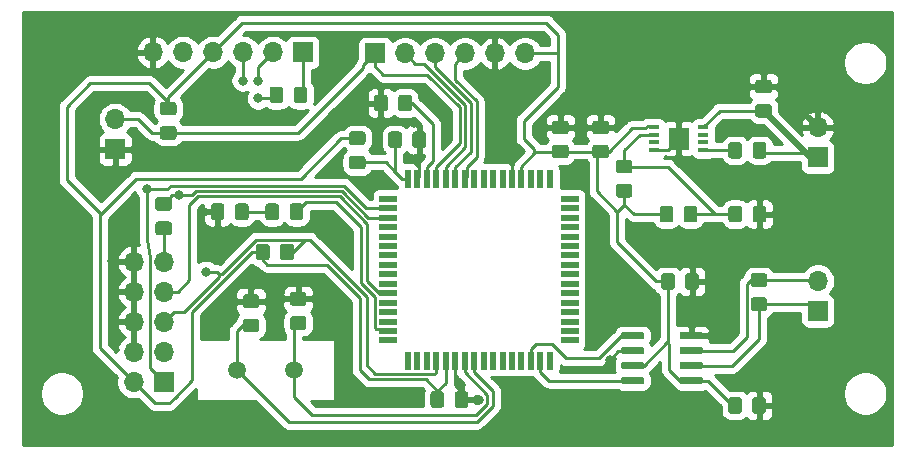
<source format=gbr>
G04 #@! TF.GenerationSoftware,KiCad,Pcbnew,(5.1.5-0-10_14)*
G04 #@! TF.CreationDate,2020-05-10T22:12:37+02:00*
G04 #@! TF.ProjectId,sensor,73656e73-6f72-42e6-9b69-6361645f7063,rev?*
G04 #@! TF.SameCoordinates,Original*
G04 #@! TF.FileFunction,Copper,L1,Top*
G04 #@! TF.FilePolarity,Positive*
%FSLAX46Y46*%
G04 Gerber Fmt 4.6, Leading zero omitted, Abs format (unit mm)*
G04 Created by KiCad (PCBNEW (5.1.5-0-10_14)) date 2020-05-10 22:12:37*
%MOMM*%
%LPD*%
G04 APERTURE LIST*
%ADD10C,0.100000*%
%ADD11O,1.700000X1.700000*%
%ADD12R,1.700000X1.700000*%
%ADD13C,1.500000*%
%ADD14R,0.550000X1.500000*%
%ADD15R,1.500000X0.550000*%
%ADD16R,1.680000X1.880000*%
%ADD17R,0.890000X0.420000*%
%ADD18C,0.800000*%
%ADD19C,0.250000*%
%ADD20C,0.500000*%
%ADD21C,0.254000*%
G04 APERTURE END LIST*
G04 #@! TA.AperFunction,SMDPad,CuDef*
D10*
G36*
X87674505Y-39876204D02*
G01*
X87698773Y-39879804D01*
X87722572Y-39885765D01*
X87745671Y-39894030D01*
X87767850Y-39904520D01*
X87788893Y-39917132D01*
X87808599Y-39931747D01*
X87826777Y-39948223D01*
X87843253Y-39966401D01*
X87857868Y-39986107D01*
X87870480Y-40007150D01*
X87880970Y-40029329D01*
X87889235Y-40052428D01*
X87895196Y-40076227D01*
X87898796Y-40100495D01*
X87900000Y-40124999D01*
X87900000Y-40775001D01*
X87898796Y-40799505D01*
X87895196Y-40823773D01*
X87889235Y-40847572D01*
X87880970Y-40870671D01*
X87870480Y-40892850D01*
X87857868Y-40913893D01*
X87843253Y-40933599D01*
X87826777Y-40951777D01*
X87808599Y-40968253D01*
X87788893Y-40982868D01*
X87767850Y-40995480D01*
X87745671Y-41005970D01*
X87722572Y-41014235D01*
X87698773Y-41020196D01*
X87674505Y-41023796D01*
X87650001Y-41025000D01*
X86749999Y-41025000D01*
X86725495Y-41023796D01*
X86701227Y-41020196D01*
X86677428Y-41014235D01*
X86654329Y-41005970D01*
X86632150Y-40995480D01*
X86611107Y-40982868D01*
X86591401Y-40968253D01*
X86573223Y-40951777D01*
X86556747Y-40933599D01*
X86542132Y-40913893D01*
X86529520Y-40892850D01*
X86519030Y-40870671D01*
X86510765Y-40847572D01*
X86504804Y-40823773D01*
X86501204Y-40799505D01*
X86500000Y-40775001D01*
X86500000Y-40124999D01*
X86501204Y-40100495D01*
X86504804Y-40076227D01*
X86510765Y-40052428D01*
X86519030Y-40029329D01*
X86529520Y-40007150D01*
X86542132Y-39986107D01*
X86556747Y-39966401D01*
X86573223Y-39948223D01*
X86591401Y-39931747D01*
X86611107Y-39917132D01*
X86632150Y-39904520D01*
X86654329Y-39894030D01*
X86677428Y-39885765D01*
X86701227Y-39879804D01*
X86725495Y-39876204D01*
X86749999Y-39875000D01*
X87650001Y-39875000D01*
X87674505Y-39876204D01*
G37*
G04 #@! TD.AperFunction*
G04 #@! TA.AperFunction,SMDPad,CuDef*
G36*
X87674505Y-41926204D02*
G01*
X87698773Y-41929804D01*
X87722572Y-41935765D01*
X87745671Y-41944030D01*
X87767850Y-41954520D01*
X87788893Y-41967132D01*
X87808599Y-41981747D01*
X87826777Y-41998223D01*
X87843253Y-42016401D01*
X87857868Y-42036107D01*
X87870480Y-42057150D01*
X87880970Y-42079329D01*
X87889235Y-42102428D01*
X87895196Y-42126227D01*
X87898796Y-42150495D01*
X87900000Y-42174999D01*
X87900000Y-42825001D01*
X87898796Y-42849505D01*
X87895196Y-42873773D01*
X87889235Y-42897572D01*
X87880970Y-42920671D01*
X87870480Y-42942850D01*
X87857868Y-42963893D01*
X87843253Y-42983599D01*
X87826777Y-43001777D01*
X87808599Y-43018253D01*
X87788893Y-43032868D01*
X87767850Y-43045480D01*
X87745671Y-43055970D01*
X87722572Y-43064235D01*
X87698773Y-43070196D01*
X87674505Y-43073796D01*
X87650001Y-43075000D01*
X86749999Y-43075000D01*
X86725495Y-43073796D01*
X86701227Y-43070196D01*
X86677428Y-43064235D01*
X86654329Y-43055970D01*
X86632150Y-43045480D01*
X86611107Y-43032868D01*
X86591401Y-43018253D01*
X86573223Y-43001777D01*
X86556747Y-42983599D01*
X86542132Y-42963893D01*
X86529520Y-42942850D01*
X86519030Y-42920671D01*
X86510765Y-42897572D01*
X86504804Y-42873773D01*
X86501204Y-42849505D01*
X86500000Y-42825001D01*
X86500000Y-42174999D01*
X86501204Y-42150495D01*
X86504804Y-42126227D01*
X86510765Y-42102428D01*
X86519030Y-42079329D01*
X86529520Y-42057150D01*
X86542132Y-42036107D01*
X86556747Y-42016401D01*
X86573223Y-41998223D01*
X86591401Y-41981747D01*
X86611107Y-41967132D01*
X86632150Y-41954520D01*
X86654329Y-41944030D01*
X86677428Y-41935765D01*
X86701227Y-41929804D01*
X86725495Y-41926204D01*
X86749999Y-41925000D01*
X87650001Y-41925000D01*
X87674505Y-41926204D01*
G37*
G04 #@! TD.AperFunction*
G04 #@! TA.AperFunction,SMDPad,CuDef*
G36*
X54474505Y-38301204D02*
G01*
X54498773Y-38304804D01*
X54522572Y-38310765D01*
X54545671Y-38319030D01*
X54567850Y-38329520D01*
X54588893Y-38342132D01*
X54608599Y-38356747D01*
X54626777Y-38373223D01*
X54643253Y-38391401D01*
X54657868Y-38411107D01*
X54670480Y-38432150D01*
X54680970Y-38454329D01*
X54689235Y-38477428D01*
X54695196Y-38501227D01*
X54698796Y-38525495D01*
X54700000Y-38549999D01*
X54700000Y-39200001D01*
X54698796Y-39224505D01*
X54695196Y-39248773D01*
X54689235Y-39272572D01*
X54680970Y-39295671D01*
X54670480Y-39317850D01*
X54657868Y-39338893D01*
X54643253Y-39358599D01*
X54626777Y-39376777D01*
X54608599Y-39393253D01*
X54588893Y-39407868D01*
X54567850Y-39420480D01*
X54545671Y-39430970D01*
X54522572Y-39439235D01*
X54498773Y-39445196D01*
X54474505Y-39448796D01*
X54450001Y-39450000D01*
X53549999Y-39450000D01*
X53525495Y-39448796D01*
X53501227Y-39445196D01*
X53477428Y-39439235D01*
X53454329Y-39430970D01*
X53432150Y-39420480D01*
X53411107Y-39407868D01*
X53391401Y-39393253D01*
X53373223Y-39376777D01*
X53356747Y-39358599D01*
X53342132Y-39338893D01*
X53329520Y-39317850D01*
X53319030Y-39295671D01*
X53310765Y-39272572D01*
X53304804Y-39248773D01*
X53301204Y-39224505D01*
X53300000Y-39200001D01*
X53300000Y-38549999D01*
X53301204Y-38525495D01*
X53304804Y-38501227D01*
X53310765Y-38477428D01*
X53319030Y-38454329D01*
X53329520Y-38432150D01*
X53342132Y-38411107D01*
X53356747Y-38391401D01*
X53373223Y-38373223D01*
X53391401Y-38356747D01*
X53411107Y-38342132D01*
X53432150Y-38329520D01*
X53454329Y-38319030D01*
X53477428Y-38310765D01*
X53501227Y-38304804D01*
X53525495Y-38301204D01*
X53549999Y-38300000D01*
X54450001Y-38300000D01*
X54474505Y-38301204D01*
G37*
G04 #@! TD.AperFunction*
G04 #@! TA.AperFunction,SMDPad,CuDef*
G36*
X54474505Y-40351204D02*
G01*
X54498773Y-40354804D01*
X54522572Y-40360765D01*
X54545671Y-40369030D01*
X54567850Y-40379520D01*
X54588893Y-40392132D01*
X54608599Y-40406747D01*
X54626777Y-40423223D01*
X54643253Y-40441401D01*
X54657868Y-40461107D01*
X54670480Y-40482150D01*
X54680970Y-40504329D01*
X54689235Y-40527428D01*
X54695196Y-40551227D01*
X54698796Y-40575495D01*
X54700000Y-40599999D01*
X54700000Y-41250001D01*
X54698796Y-41274505D01*
X54695196Y-41298773D01*
X54689235Y-41322572D01*
X54680970Y-41345671D01*
X54670480Y-41367850D01*
X54657868Y-41388893D01*
X54643253Y-41408599D01*
X54626777Y-41426777D01*
X54608599Y-41443253D01*
X54588893Y-41457868D01*
X54567850Y-41470480D01*
X54545671Y-41480970D01*
X54522572Y-41489235D01*
X54498773Y-41495196D01*
X54474505Y-41498796D01*
X54450001Y-41500000D01*
X53549999Y-41500000D01*
X53525495Y-41498796D01*
X53501227Y-41495196D01*
X53477428Y-41489235D01*
X53454329Y-41480970D01*
X53432150Y-41470480D01*
X53411107Y-41457868D01*
X53391401Y-41443253D01*
X53373223Y-41426777D01*
X53356747Y-41408599D01*
X53342132Y-41388893D01*
X53329520Y-41367850D01*
X53319030Y-41345671D01*
X53310765Y-41322572D01*
X53304804Y-41298773D01*
X53301204Y-41274505D01*
X53300000Y-41250001D01*
X53300000Y-40599999D01*
X53301204Y-40575495D01*
X53304804Y-40551227D01*
X53310765Y-40527428D01*
X53319030Y-40504329D01*
X53329520Y-40482150D01*
X53342132Y-40461107D01*
X53356747Y-40441401D01*
X53373223Y-40423223D01*
X53391401Y-40406747D01*
X53411107Y-40392132D01*
X53432150Y-40379520D01*
X53454329Y-40369030D01*
X53477428Y-40360765D01*
X53501227Y-40354804D01*
X53525495Y-40351204D01*
X53549999Y-40350000D01*
X54450001Y-40350000D01*
X54474505Y-40351204D01*
G37*
G04 #@! TD.AperFunction*
D11*
X49500000Y-39760000D03*
D12*
X49500000Y-42300000D03*
D13*
X64680000Y-61000000D03*
X59800000Y-61000000D03*
D14*
X74300000Y-44800000D03*
X75100000Y-44800000D03*
X75900000Y-44800000D03*
X76700000Y-44800000D03*
X77500000Y-44800000D03*
X78300000Y-44800000D03*
X79100000Y-44800000D03*
X79900000Y-44800000D03*
X80700000Y-44800000D03*
X81500000Y-44800000D03*
X82300000Y-44800000D03*
X83100000Y-44800000D03*
X83900000Y-44800000D03*
X84700000Y-44800000D03*
X85500000Y-44800000D03*
X86300000Y-44800000D03*
D15*
X88000000Y-46500000D03*
X88000000Y-47300000D03*
X88000000Y-48100000D03*
X88000000Y-48900000D03*
X88000000Y-49700000D03*
X88000000Y-50500000D03*
X88000000Y-51300000D03*
X88000000Y-52100000D03*
X88000000Y-52900000D03*
X88000000Y-53700000D03*
X88000000Y-54500000D03*
X88000000Y-55300000D03*
X88000000Y-56100000D03*
X88000000Y-56900000D03*
X88000000Y-57700000D03*
X88000000Y-58500000D03*
D14*
X86300000Y-60200000D03*
X85500000Y-60200000D03*
X84700000Y-60200000D03*
X83900000Y-60200000D03*
X83100000Y-60200000D03*
X82300000Y-60200000D03*
X81500000Y-60200000D03*
X80700000Y-60200000D03*
X79900000Y-60200000D03*
X79100000Y-60200000D03*
X78300000Y-60200000D03*
X77500000Y-60200000D03*
X76700000Y-60200000D03*
X75900000Y-60200000D03*
X75100000Y-60200000D03*
X74300000Y-60200000D03*
D15*
X72600000Y-58500000D03*
X72600000Y-57700000D03*
X72600000Y-56900000D03*
X72600000Y-56100000D03*
X72600000Y-55300000D03*
X72600000Y-54500000D03*
X72600000Y-53700000D03*
X72600000Y-52900000D03*
X72600000Y-52100000D03*
X72600000Y-51300000D03*
X72600000Y-50500000D03*
X72600000Y-49700000D03*
X72600000Y-48900000D03*
X72600000Y-48100000D03*
X72600000Y-47300000D03*
X72600000Y-46500000D03*
G04 #@! TA.AperFunction,SMDPad,CuDef*
D10*
G36*
X99114703Y-57795722D02*
G01*
X99129264Y-57797882D01*
X99143543Y-57801459D01*
X99157403Y-57806418D01*
X99170710Y-57812712D01*
X99183336Y-57820280D01*
X99195159Y-57829048D01*
X99206066Y-57838934D01*
X99215952Y-57849841D01*
X99224720Y-57861664D01*
X99232288Y-57874290D01*
X99238582Y-57887597D01*
X99243541Y-57901457D01*
X99247118Y-57915736D01*
X99249278Y-57930297D01*
X99250000Y-57945000D01*
X99250000Y-58245000D01*
X99249278Y-58259703D01*
X99247118Y-58274264D01*
X99243541Y-58288543D01*
X99238582Y-58302403D01*
X99232288Y-58315710D01*
X99224720Y-58328336D01*
X99215952Y-58340159D01*
X99206066Y-58351066D01*
X99195159Y-58360952D01*
X99183336Y-58369720D01*
X99170710Y-58377288D01*
X99157403Y-58383582D01*
X99143543Y-58388541D01*
X99129264Y-58392118D01*
X99114703Y-58394278D01*
X99100000Y-58395000D01*
X97450000Y-58395000D01*
X97435297Y-58394278D01*
X97420736Y-58392118D01*
X97406457Y-58388541D01*
X97392597Y-58383582D01*
X97379290Y-58377288D01*
X97366664Y-58369720D01*
X97354841Y-58360952D01*
X97343934Y-58351066D01*
X97334048Y-58340159D01*
X97325280Y-58328336D01*
X97317712Y-58315710D01*
X97311418Y-58302403D01*
X97306459Y-58288543D01*
X97302882Y-58274264D01*
X97300722Y-58259703D01*
X97300000Y-58245000D01*
X97300000Y-57945000D01*
X97300722Y-57930297D01*
X97302882Y-57915736D01*
X97306459Y-57901457D01*
X97311418Y-57887597D01*
X97317712Y-57874290D01*
X97325280Y-57861664D01*
X97334048Y-57849841D01*
X97343934Y-57838934D01*
X97354841Y-57829048D01*
X97366664Y-57820280D01*
X97379290Y-57812712D01*
X97392597Y-57806418D01*
X97406457Y-57801459D01*
X97420736Y-57797882D01*
X97435297Y-57795722D01*
X97450000Y-57795000D01*
X99100000Y-57795000D01*
X99114703Y-57795722D01*
G37*
G04 #@! TD.AperFunction*
G04 #@! TA.AperFunction,SMDPad,CuDef*
G36*
X99114703Y-59065722D02*
G01*
X99129264Y-59067882D01*
X99143543Y-59071459D01*
X99157403Y-59076418D01*
X99170710Y-59082712D01*
X99183336Y-59090280D01*
X99195159Y-59099048D01*
X99206066Y-59108934D01*
X99215952Y-59119841D01*
X99224720Y-59131664D01*
X99232288Y-59144290D01*
X99238582Y-59157597D01*
X99243541Y-59171457D01*
X99247118Y-59185736D01*
X99249278Y-59200297D01*
X99250000Y-59215000D01*
X99250000Y-59515000D01*
X99249278Y-59529703D01*
X99247118Y-59544264D01*
X99243541Y-59558543D01*
X99238582Y-59572403D01*
X99232288Y-59585710D01*
X99224720Y-59598336D01*
X99215952Y-59610159D01*
X99206066Y-59621066D01*
X99195159Y-59630952D01*
X99183336Y-59639720D01*
X99170710Y-59647288D01*
X99157403Y-59653582D01*
X99143543Y-59658541D01*
X99129264Y-59662118D01*
X99114703Y-59664278D01*
X99100000Y-59665000D01*
X97450000Y-59665000D01*
X97435297Y-59664278D01*
X97420736Y-59662118D01*
X97406457Y-59658541D01*
X97392597Y-59653582D01*
X97379290Y-59647288D01*
X97366664Y-59639720D01*
X97354841Y-59630952D01*
X97343934Y-59621066D01*
X97334048Y-59610159D01*
X97325280Y-59598336D01*
X97317712Y-59585710D01*
X97311418Y-59572403D01*
X97306459Y-59558543D01*
X97302882Y-59544264D01*
X97300722Y-59529703D01*
X97300000Y-59515000D01*
X97300000Y-59215000D01*
X97300722Y-59200297D01*
X97302882Y-59185736D01*
X97306459Y-59171457D01*
X97311418Y-59157597D01*
X97317712Y-59144290D01*
X97325280Y-59131664D01*
X97334048Y-59119841D01*
X97343934Y-59108934D01*
X97354841Y-59099048D01*
X97366664Y-59090280D01*
X97379290Y-59082712D01*
X97392597Y-59076418D01*
X97406457Y-59071459D01*
X97420736Y-59067882D01*
X97435297Y-59065722D01*
X97450000Y-59065000D01*
X99100000Y-59065000D01*
X99114703Y-59065722D01*
G37*
G04 #@! TD.AperFunction*
G04 #@! TA.AperFunction,SMDPad,CuDef*
G36*
X99114703Y-60335722D02*
G01*
X99129264Y-60337882D01*
X99143543Y-60341459D01*
X99157403Y-60346418D01*
X99170710Y-60352712D01*
X99183336Y-60360280D01*
X99195159Y-60369048D01*
X99206066Y-60378934D01*
X99215952Y-60389841D01*
X99224720Y-60401664D01*
X99232288Y-60414290D01*
X99238582Y-60427597D01*
X99243541Y-60441457D01*
X99247118Y-60455736D01*
X99249278Y-60470297D01*
X99250000Y-60485000D01*
X99250000Y-60785000D01*
X99249278Y-60799703D01*
X99247118Y-60814264D01*
X99243541Y-60828543D01*
X99238582Y-60842403D01*
X99232288Y-60855710D01*
X99224720Y-60868336D01*
X99215952Y-60880159D01*
X99206066Y-60891066D01*
X99195159Y-60900952D01*
X99183336Y-60909720D01*
X99170710Y-60917288D01*
X99157403Y-60923582D01*
X99143543Y-60928541D01*
X99129264Y-60932118D01*
X99114703Y-60934278D01*
X99100000Y-60935000D01*
X97450000Y-60935000D01*
X97435297Y-60934278D01*
X97420736Y-60932118D01*
X97406457Y-60928541D01*
X97392597Y-60923582D01*
X97379290Y-60917288D01*
X97366664Y-60909720D01*
X97354841Y-60900952D01*
X97343934Y-60891066D01*
X97334048Y-60880159D01*
X97325280Y-60868336D01*
X97317712Y-60855710D01*
X97311418Y-60842403D01*
X97306459Y-60828543D01*
X97302882Y-60814264D01*
X97300722Y-60799703D01*
X97300000Y-60785000D01*
X97300000Y-60485000D01*
X97300722Y-60470297D01*
X97302882Y-60455736D01*
X97306459Y-60441457D01*
X97311418Y-60427597D01*
X97317712Y-60414290D01*
X97325280Y-60401664D01*
X97334048Y-60389841D01*
X97343934Y-60378934D01*
X97354841Y-60369048D01*
X97366664Y-60360280D01*
X97379290Y-60352712D01*
X97392597Y-60346418D01*
X97406457Y-60341459D01*
X97420736Y-60337882D01*
X97435297Y-60335722D01*
X97450000Y-60335000D01*
X99100000Y-60335000D01*
X99114703Y-60335722D01*
G37*
G04 #@! TD.AperFunction*
G04 #@! TA.AperFunction,SMDPad,CuDef*
G36*
X99114703Y-61605722D02*
G01*
X99129264Y-61607882D01*
X99143543Y-61611459D01*
X99157403Y-61616418D01*
X99170710Y-61622712D01*
X99183336Y-61630280D01*
X99195159Y-61639048D01*
X99206066Y-61648934D01*
X99215952Y-61659841D01*
X99224720Y-61671664D01*
X99232288Y-61684290D01*
X99238582Y-61697597D01*
X99243541Y-61711457D01*
X99247118Y-61725736D01*
X99249278Y-61740297D01*
X99250000Y-61755000D01*
X99250000Y-62055000D01*
X99249278Y-62069703D01*
X99247118Y-62084264D01*
X99243541Y-62098543D01*
X99238582Y-62112403D01*
X99232288Y-62125710D01*
X99224720Y-62138336D01*
X99215952Y-62150159D01*
X99206066Y-62161066D01*
X99195159Y-62170952D01*
X99183336Y-62179720D01*
X99170710Y-62187288D01*
X99157403Y-62193582D01*
X99143543Y-62198541D01*
X99129264Y-62202118D01*
X99114703Y-62204278D01*
X99100000Y-62205000D01*
X97450000Y-62205000D01*
X97435297Y-62204278D01*
X97420736Y-62202118D01*
X97406457Y-62198541D01*
X97392597Y-62193582D01*
X97379290Y-62187288D01*
X97366664Y-62179720D01*
X97354841Y-62170952D01*
X97343934Y-62161066D01*
X97334048Y-62150159D01*
X97325280Y-62138336D01*
X97317712Y-62125710D01*
X97311418Y-62112403D01*
X97306459Y-62098543D01*
X97302882Y-62084264D01*
X97300722Y-62069703D01*
X97300000Y-62055000D01*
X97300000Y-61755000D01*
X97300722Y-61740297D01*
X97302882Y-61725736D01*
X97306459Y-61711457D01*
X97311418Y-61697597D01*
X97317712Y-61684290D01*
X97325280Y-61671664D01*
X97334048Y-61659841D01*
X97343934Y-61648934D01*
X97354841Y-61639048D01*
X97366664Y-61630280D01*
X97379290Y-61622712D01*
X97392597Y-61616418D01*
X97406457Y-61611459D01*
X97420736Y-61607882D01*
X97435297Y-61605722D01*
X97450000Y-61605000D01*
X99100000Y-61605000D01*
X99114703Y-61605722D01*
G37*
G04 #@! TD.AperFunction*
G04 #@! TA.AperFunction,SMDPad,CuDef*
G36*
X94164703Y-61605722D02*
G01*
X94179264Y-61607882D01*
X94193543Y-61611459D01*
X94207403Y-61616418D01*
X94220710Y-61622712D01*
X94233336Y-61630280D01*
X94245159Y-61639048D01*
X94256066Y-61648934D01*
X94265952Y-61659841D01*
X94274720Y-61671664D01*
X94282288Y-61684290D01*
X94288582Y-61697597D01*
X94293541Y-61711457D01*
X94297118Y-61725736D01*
X94299278Y-61740297D01*
X94300000Y-61755000D01*
X94300000Y-62055000D01*
X94299278Y-62069703D01*
X94297118Y-62084264D01*
X94293541Y-62098543D01*
X94288582Y-62112403D01*
X94282288Y-62125710D01*
X94274720Y-62138336D01*
X94265952Y-62150159D01*
X94256066Y-62161066D01*
X94245159Y-62170952D01*
X94233336Y-62179720D01*
X94220710Y-62187288D01*
X94207403Y-62193582D01*
X94193543Y-62198541D01*
X94179264Y-62202118D01*
X94164703Y-62204278D01*
X94150000Y-62205000D01*
X92500000Y-62205000D01*
X92485297Y-62204278D01*
X92470736Y-62202118D01*
X92456457Y-62198541D01*
X92442597Y-62193582D01*
X92429290Y-62187288D01*
X92416664Y-62179720D01*
X92404841Y-62170952D01*
X92393934Y-62161066D01*
X92384048Y-62150159D01*
X92375280Y-62138336D01*
X92367712Y-62125710D01*
X92361418Y-62112403D01*
X92356459Y-62098543D01*
X92352882Y-62084264D01*
X92350722Y-62069703D01*
X92350000Y-62055000D01*
X92350000Y-61755000D01*
X92350722Y-61740297D01*
X92352882Y-61725736D01*
X92356459Y-61711457D01*
X92361418Y-61697597D01*
X92367712Y-61684290D01*
X92375280Y-61671664D01*
X92384048Y-61659841D01*
X92393934Y-61648934D01*
X92404841Y-61639048D01*
X92416664Y-61630280D01*
X92429290Y-61622712D01*
X92442597Y-61616418D01*
X92456457Y-61611459D01*
X92470736Y-61607882D01*
X92485297Y-61605722D01*
X92500000Y-61605000D01*
X94150000Y-61605000D01*
X94164703Y-61605722D01*
G37*
G04 #@! TD.AperFunction*
G04 #@! TA.AperFunction,SMDPad,CuDef*
G36*
X94164703Y-60335722D02*
G01*
X94179264Y-60337882D01*
X94193543Y-60341459D01*
X94207403Y-60346418D01*
X94220710Y-60352712D01*
X94233336Y-60360280D01*
X94245159Y-60369048D01*
X94256066Y-60378934D01*
X94265952Y-60389841D01*
X94274720Y-60401664D01*
X94282288Y-60414290D01*
X94288582Y-60427597D01*
X94293541Y-60441457D01*
X94297118Y-60455736D01*
X94299278Y-60470297D01*
X94300000Y-60485000D01*
X94300000Y-60785000D01*
X94299278Y-60799703D01*
X94297118Y-60814264D01*
X94293541Y-60828543D01*
X94288582Y-60842403D01*
X94282288Y-60855710D01*
X94274720Y-60868336D01*
X94265952Y-60880159D01*
X94256066Y-60891066D01*
X94245159Y-60900952D01*
X94233336Y-60909720D01*
X94220710Y-60917288D01*
X94207403Y-60923582D01*
X94193543Y-60928541D01*
X94179264Y-60932118D01*
X94164703Y-60934278D01*
X94150000Y-60935000D01*
X92500000Y-60935000D01*
X92485297Y-60934278D01*
X92470736Y-60932118D01*
X92456457Y-60928541D01*
X92442597Y-60923582D01*
X92429290Y-60917288D01*
X92416664Y-60909720D01*
X92404841Y-60900952D01*
X92393934Y-60891066D01*
X92384048Y-60880159D01*
X92375280Y-60868336D01*
X92367712Y-60855710D01*
X92361418Y-60842403D01*
X92356459Y-60828543D01*
X92352882Y-60814264D01*
X92350722Y-60799703D01*
X92350000Y-60785000D01*
X92350000Y-60485000D01*
X92350722Y-60470297D01*
X92352882Y-60455736D01*
X92356459Y-60441457D01*
X92361418Y-60427597D01*
X92367712Y-60414290D01*
X92375280Y-60401664D01*
X92384048Y-60389841D01*
X92393934Y-60378934D01*
X92404841Y-60369048D01*
X92416664Y-60360280D01*
X92429290Y-60352712D01*
X92442597Y-60346418D01*
X92456457Y-60341459D01*
X92470736Y-60337882D01*
X92485297Y-60335722D01*
X92500000Y-60335000D01*
X94150000Y-60335000D01*
X94164703Y-60335722D01*
G37*
G04 #@! TD.AperFunction*
G04 #@! TA.AperFunction,SMDPad,CuDef*
G36*
X94164703Y-59065722D02*
G01*
X94179264Y-59067882D01*
X94193543Y-59071459D01*
X94207403Y-59076418D01*
X94220710Y-59082712D01*
X94233336Y-59090280D01*
X94245159Y-59099048D01*
X94256066Y-59108934D01*
X94265952Y-59119841D01*
X94274720Y-59131664D01*
X94282288Y-59144290D01*
X94288582Y-59157597D01*
X94293541Y-59171457D01*
X94297118Y-59185736D01*
X94299278Y-59200297D01*
X94300000Y-59215000D01*
X94300000Y-59515000D01*
X94299278Y-59529703D01*
X94297118Y-59544264D01*
X94293541Y-59558543D01*
X94288582Y-59572403D01*
X94282288Y-59585710D01*
X94274720Y-59598336D01*
X94265952Y-59610159D01*
X94256066Y-59621066D01*
X94245159Y-59630952D01*
X94233336Y-59639720D01*
X94220710Y-59647288D01*
X94207403Y-59653582D01*
X94193543Y-59658541D01*
X94179264Y-59662118D01*
X94164703Y-59664278D01*
X94150000Y-59665000D01*
X92500000Y-59665000D01*
X92485297Y-59664278D01*
X92470736Y-59662118D01*
X92456457Y-59658541D01*
X92442597Y-59653582D01*
X92429290Y-59647288D01*
X92416664Y-59639720D01*
X92404841Y-59630952D01*
X92393934Y-59621066D01*
X92384048Y-59610159D01*
X92375280Y-59598336D01*
X92367712Y-59585710D01*
X92361418Y-59572403D01*
X92356459Y-59558543D01*
X92352882Y-59544264D01*
X92350722Y-59529703D01*
X92350000Y-59515000D01*
X92350000Y-59215000D01*
X92350722Y-59200297D01*
X92352882Y-59185736D01*
X92356459Y-59171457D01*
X92361418Y-59157597D01*
X92367712Y-59144290D01*
X92375280Y-59131664D01*
X92384048Y-59119841D01*
X92393934Y-59108934D01*
X92404841Y-59099048D01*
X92416664Y-59090280D01*
X92429290Y-59082712D01*
X92442597Y-59076418D01*
X92456457Y-59071459D01*
X92470736Y-59067882D01*
X92485297Y-59065722D01*
X92500000Y-59065000D01*
X94150000Y-59065000D01*
X94164703Y-59065722D01*
G37*
G04 #@! TD.AperFunction*
G04 #@! TA.AperFunction,SMDPad,CuDef*
G36*
X94164703Y-57795722D02*
G01*
X94179264Y-57797882D01*
X94193543Y-57801459D01*
X94207403Y-57806418D01*
X94220710Y-57812712D01*
X94233336Y-57820280D01*
X94245159Y-57829048D01*
X94256066Y-57838934D01*
X94265952Y-57849841D01*
X94274720Y-57861664D01*
X94282288Y-57874290D01*
X94288582Y-57887597D01*
X94293541Y-57901457D01*
X94297118Y-57915736D01*
X94299278Y-57930297D01*
X94300000Y-57945000D01*
X94300000Y-58245000D01*
X94299278Y-58259703D01*
X94297118Y-58274264D01*
X94293541Y-58288543D01*
X94288582Y-58302403D01*
X94282288Y-58315710D01*
X94274720Y-58328336D01*
X94265952Y-58340159D01*
X94256066Y-58351066D01*
X94245159Y-58360952D01*
X94233336Y-58369720D01*
X94220710Y-58377288D01*
X94207403Y-58383582D01*
X94193543Y-58388541D01*
X94179264Y-58392118D01*
X94164703Y-58394278D01*
X94150000Y-58395000D01*
X92500000Y-58395000D01*
X92485297Y-58394278D01*
X92470736Y-58392118D01*
X92456457Y-58388541D01*
X92442597Y-58383582D01*
X92429290Y-58377288D01*
X92416664Y-58369720D01*
X92404841Y-58360952D01*
X92393934Y-58351066D01*
X92384048Y-58340159D01*
X92375280Y-58328336D01*
X92367712Y-58315710D01*
X92361418Y-58302403D01*
X92356459Y-58288543D01*
X92352882Y-58274264D01*
X92350722Y-58259703D01*
X92350000Y-58245000D01*
X92350000Y-57945000D01*
X92350722Y-57930297D01*
X92352882Y-57915736D01*
X92356459Y-57901457D01*
X92361418Y-57887597D01*
X92367712Y-57874290D01*
X92375280Y-57861664D01*
X92384048Y-57849841D01*
X92393934Y-57838934D01*
X92404841Y-57829048D01*
X92416664Y-57820280D01*
X92429290Y-57812712D01*
X92442597Y-57806418D01*
X92456457Y-57801459D01*
X92470736Y-57797882D01*
X92485297Y-57795722D01*
X92500000Y-57795000D01*
X94150000Y-57795000D01*
X94164703Y-57795722D01*
G37*
G04 #@! TD.AperFunction*
D16*
X97200000Y-41400000D03*
D17*
X99305000Y-40425000D03*
X99305000Y-41075000D03*
X99305000Y-41725000D03*
X99305000Y-42375000D03*
X95095000Y-42375000D03*
X95095000Y-41725000D03*
X95095000Y-41075000D03*
X95095000Y-40425000D03*
G04 #@! TA.AperFunction,SMDPad,CuDef*
D10*
G36*
X104474505Y-52801204D02*
G01*
X104498773Y-52804804D01*
X104522572Y-52810765D01*
X104545671Y-52819030D01*
X104567850Y-52829520D01*
X104588893Y-52842132D01*
X104608599Y-52856747D01*
X104626777Y-52873223D01*
X104643253Y-52891401D01*
X104657868Y-52911107D01*
X104670480Y-52932150D01*
X104680970Y-52954329D01*
X104689235Y-52977428D01*
X104695196Y-53001227D01*
X104698796Y-53025495D01*
X104700000Y-53049999D01*
X104700000Y-53700001D01*
X104698796Y-53724505D01*
X104695196Y-53748773D01*
X104689235Y-53772572D01*
X104680970Y-53795671D01*
X104670480Y-53817850D01*
X104657868Y-53838893D01*
X104643253Y-53858599D01*
X104626777Y-53876777D01*
X104608599Y-53893253D01*
X104588893Y-53907868D01*
X104567850Y-53920480D01*
X104545671Y-53930970D01*
X104522572Y-53939235D01*
X104498773Y-53945196D01*
X104474505Y-53948796D01*
X104450001Y-53950000D01*
X103549999Y-53950000D01*
X103525495Y-53948796D01*
X103501227Y-53945196D01*
X103477428Y-53939235D01*
X103454329Y-53930970D01*
X103432150Y-53920480D01*
X103411107Y-53907868D01*
X103391401Y-53893253D01*
X103373223Y-53876777D01*
X103356747Y-53858599D01*
X103342132Y-53838893D01*
X103329520Y-53817850D01*
X103319030Y-53795671D01*
X103310765Y-53772572D01*
X103304804Y-53748773D01*
X103301204Y-53724505D01*
X103300000Y-53700001D01*
X103300000Y-53049999D01*
X103301204Y-53025495D01*
X103304804Y-53001227D01*
X103310765Y-52977428D01*
X103319030Y-52954329D01*
X103329520Y-52932150D01*
X103342132Y-52911107D01*
X103356747Y-52891401D01*
X103373223Y-52873223D01*
X103391401Y-52856747D01*
X103411107Y-52842132D01*
X103432150Y-52829520D01*
X103454329Y-52819030D01*
X103477428Y-52810765D01*
X103501227Y-52804804D01*
X103525495Y-52801204D01*
X103549999Y-52800000D01*
X104450001Y-52800000D01*
X104474505Y-52801204D01*
G37*
G04 #@! TD.AperFunction*
G04 #@! TA.AperFunction,SMDPad,CuDef*
G36*
X104474505Y-54851204D02*
G01*
X104498773Y-54854804D01*
X104522572Y-54860765D01*
X104545671Y-54869030D01*
X104567850Y-54879520D01*
X104588893Y-54892132D01*
X104608599Y-54906747D01*
X104626777Y-54923223D01*
X104643253Y-54941401D01*
X104657868Y-54961107D01*
X104670480Y-54982150D01*
X104680970Y-55004329D01*
X104689235Y-55027428D01*
X104695196Y-55051227D01*
X104698796Y-55075495D01*
X104700000Y-55099999D01*
X104700000Y-55750001D01*
X104698796Y-55774505D01*
X104695196Y-55798773D01*
X104689235Y-55822572D01*
X104680970Y-55845671D01*
X104670480Y-55867850D01*
X104657868Y-55888893D01*
X104643253Y-55908599D01*
X104626777Y-55926777D01*
X104608599Y-55943253D01*
X104588893Y-55957868D01*
X104567850Y-55970480D01*
X104545671Y-55980970D01*
X104522572Y-55989235D01*
X104498773Y-55995196D01*
X104474505Y-55998796D01*
X104450001Y-56000000D01*
X103549999Y-56000000D01*
X103525495Y-55998796D01*
X103501227Y-55995196D01*
X103477428Y-55989235D01*
X103454329Y-55980970D01*
X103432150Y-55970480D01*
X103411107Y-55957868D01*
X103391401Y-55943253D01*
X103373223Y-55926777D01*
X103356747Y-55908599D01*
X103342132Y-55888893D01*
X103329520Y-55867850D01*
X103319030Y-55845671D01*
X103310765Y-55822572D01*
X103304804Y-55798773D01*
X103301204Y-55774505D01*
X103300000Y-55750001D01*
X103300000Y-55099999D01*
X103301204Y-55075495D01*
X103304804Y-55051227D01*
X103310765Y-55027428D01*
X103319030Y-55004329D01*
X103329520Y-54982150D01*
X103342132Y-54961107D01*
X103356747Y-54941401D01*
X103373223Y-54923223D01*
X103391401Y-54906747D01*
X103411107Y-54892132D01*
X103432150Y-54879520D01*
X103454329Y-54869030D01*
X103477428Y-54860765D01*
X103501227Y-54854804D01*
X103525495Y-54851204D01*
X103549999Y-54850000D01*
X104450001Y-54850000D01*
X104474505Y-54851204D01*
G37*
G04 #@! TD.AperFunction*
G04 #@! TA.AperFunction,SMDPad,CuDef*
G36*
X65199505Y-46901204D02*
G01*
X65223773Y-46904804D01*
X65247572Y-46910765D01*
X65270671Y-46919030D01*
X65292850Y-46929520D01*
X65313893Y-46942132D01*
X65333599Y-46956747D01*
X65351777Y-46973223D01*
X65368253Y-46991401D01*
X65382868Y-47011107D01*
X65395480Y-47032150D01*
X65405970Y-47054329D01*
X65414235Y-47077428D01*
X65420196Y-47101227D01*
X65423796Y-47125495D01*
X65425000Y-47149999D01*
X65425000Y-48050001D01*
X65423796Y-48074505D01*
X65420196Y-48098773D01*
X65414235Y-48122572D01*
X65405970Y-48145671D01*
X65395480Y-48167850D01*
X65382868Y-48188893D01*
X65368253Y-48208599D01*
X65351777Y-48226777D01*
X65333599Y-48243253D01*
X65313893Y-48257868D01*
X65292850Y-48270480D01*
X65270671Y-48280970D01*
X65247572Y-48289235D01*
X65223773Y-48295196D01*
X65199505Y-48298796D01*
X65175001Y-48300000D01*
X64524999Y-48300000D01*
X64500495Y-48298796D01*
X64476227Y-48295196D01*
X64452428Y-48289235D01*
X64429329Y-48280970D01*
X64407150Y-48270480D01*
X64386107Y-48257868D01*
X64366401Y-48243253D01*
X64348223Y-48226777D01*
X64331747Y-48208599D01*
X64317132Y-48188893D01*
X64304520Y-48167850D01*
X64294030Y-48145671D01*
X64285765Y-48122572D01*
X64279804Y-48098773D01*
X64276204Y-48074505D01*
X64275000Y-48050001D01*
X64275000Y-47149999D01*
X64276204Y-47125495D01*
X64279804Y-47101227D01*
X64285765Y-47077428D01*
X64294030Y-47054329D01*
X64304520Y-47032150D01*
X64317132Y-47011107D01*
X64331747Y-46991401D01*
X64348223Y-46973223D01*
X64366401Y-46956747D01*
X64386107Y-46942132D01*
X64407150Y-46929520D01*
X64429329Y-46919030D01*
X64452428Y-46910765D01*
X64476227Y-46904804D01*
X64500495Y-46901204D01*
X64524999Y-46900000D01*
X65175001Y-46900000D01*
X65199505Y-46901204D01*
G37*
G04 #@! TD.AperFunction*
G04 #@! TA.AperFunction,SMDPad,CuDef*
G36*
X63149505Y-46901204D02*
G01*
X63173773Y-46904804D01*
X63197572Y-46910765D01*
X63220671Y-46919030D01*
X63242850Y-46929520D01*
X63263893Y-46942132D01*
X63283599Y-46956747D01*
X63301777Y-46973223D01*
X63318253Y-46991401D01*
X63332868Y-47011107D01*
X63345480Y-47032150D01*
X63355970Y-47054329D01*
X63364235Y-47077428D01*
X63370196Y-47101227D01*
X63373796Y-47125495D01*
X63375000Y-47149999D01*
X63375000Y-48050001D01*
X63373796Y-48074505D01*
X63370196Y-48098773D01*
X63364235Y-48122572D01*
X63355970Y-48145671D01*
X63345480Y-48167850D01*
X63332868Y-48188893D01*
X63318253Y-48208599D01*
X63301777Y-48226777D01*
X63283599Y-48243253D01*
X63263893Y-48257868D01*
X63242850Y-48270480D01*
X63220671Y-48280970D01*
X63197572Y-48289235D01*
X63173773Y-48295196D01*
X63149505Y-48298796D01*
X63125001Y-48300000D01*
X62474999Y-48300000D01*
X62450495Y-48298796D01*
X62426227Y-48295196D01*
X62402428Y-48289235D01*
X62379329Y-48280970D01*
X62357150Y-48270480D01*
X62336107Y-48257868D01*
X62316401Y-48243253D01*
X62298223Y-48226777D01*
X62281747Y-48208599D01*
X62267132Y-48188893D01*
X62254520Y-48167850D01*
X62244030Y-48145671D01*
X62235765Y-48122572D01*
X62229804Y-48098773D01*
X62226204Y-48074505D01*
X62225000Y-48050001D01*
X62225000Y-47149999D01*
X62226204Y-47125495D01*
X62229804Y-47101227D01*
X62235765Y-47077428D01*
X62244030Y-47054329D01*
X62254520Y-47032150D01*
X62267132Y-47011107D01*
X62281747Y-46991401D01*
X62298223Y-46973223D01*
X62316401Y-46956747D01*
X62336107Y-46942132D01*
X62357150Y-46929520D01*
X62379329Y-46919030D01*
X62402428Y-46910765D01*
X62426227Y-46904804D01*
X62450495Y-46901204D01*
X62474999Y-46900000D01*
X63125001Y-46900000D01*
X63149505Y-46901204D01*
G37*
G04 #@! TD.AperFunction*
G04 #@! TA.AperFunction,SMDPad,CuDef*
G36*
X64399505Y-50301204D02*
G01*
X64423773Y-50304804D01*
X64447572Y-50310765D01*
X64470671Y-50319030D01*
X64492850Y-50329520D01*
X64513893Y-50342132D01*
X64533599Y-50356747D01*
X64551777Y-50373223D01*
X64568253Y-50391401D01*
X64582868Y-50411107D01*
X64595480Y-50432150D01*
X64605970Y-50454329D01*
X64614235Y-50477428D01*
X64620196Y-50501227D01*
X64623796Y-50525495D01*
X64625000Y-50549999D01*
X64625000Y-51450001D01*
X64623796Y-51474505D01*
X64620196Y-51498773D01*
X64614235Y-51522572D01*
X64605970Y-51545671D01*
X64595480Y-51567850D01*
X64582868Y-51588893D01*
X64568253Y-51608599D01*
X64551777Y-51626777D01*
X64533599Y-51643253D01*
X64513893Y-51657868D01*
X64492850Y-51670480D01*
X64470671Y-51680970D01*
X64447572Y-51689235D01*
X64423773Y-51695196D01*
X64399505Y-51698796D01*
X64375001Y-51700000D01*
X63724999Y-51700000D01*
X63700495Y-51698796D01*
X63676227Y-51695196D01*
X63652428Y-51689235D01*
X63629329Y-51680970D01*
X63607150Y-51670480D01*
X63586107Y-51657868D01*
X63566401Y-51643253D01*
X63548223Y-51626777D01*
X63531747Y-51608599D01*
X63517132Y-51588893D01*
X63504520Y-51567850D01*
X63494030Y-51545671D01*
X63485765Y-51522572D01*
X63479804Y-51498773D01*
X63476204Y-51474505D01*
X63475000Y-51450001D01*
X63475000Y-50549999D01*
X63476204Y-50525495D01*
X63479804Y-50501227D01*
X63485765Y-50477428D01*
X63494030Y-50454329D01*
X63504520Y-50432150D01*
X63517132Y-50411107D01*
X63531747Y-50391401D01*
X63548223Y-50373223D01*
X63566401Y-50356747D01*
X63586107Y-50342132D01*
X63607150Y-50329520D01*
X63629329Y-50319030D01*
X63652428Y-50310765D01*
X63676227Y-50304804D01*
X63700495Y-50301204D01*
X63724999Y-50300000D01*
X64375001Y-50300000D01*
X64399505Y-50301204D01*
G37*
G04 #@! TD.AperFunction*
G04 #@! TA.AperFunction,SMDPad,CuDef*
G36*
X62349505Y-50301204D02*
G01*
X62373773Y-50304804D01*
X62397572Y-50310765D01*
X62420671Y-50319030D01*
X62442850Y-50329520D01*
X62463893Y-50342132D01*
X62483599Y-50356747D01*
X62501777Y-50373223D01*
X62518253Y-50391401D01*
X62532868Y-50411107D01*
X62545480Y-50432150D01*
X62555970Y-50454329D01*
X62564235Y-50477428D01*
X62570196Y-50501227D01*
X62573796Y-50525495D01*
X62575000Y-50549999D01*
X62575000Y-51450001D01*
X62573796Y-51474505D01*
X62570196Y-51498773D01*
X62564235Y-51522572D01*
X62555970Y-51545671D01*
X62545480Y-51567850D01*
X62532868Y-51588893D01*
X62518253Y-51608599D01*
X62501777Y-51626777D01*
X62483599Y-51643253D01*
X62463893Y-51657868D01*
X62442850Y-51670480D01*
X62420671Y-51680970D01*
X62397572Y-51689235D01*
X62373773Y-51695196D01*
X62349505Y-51698796D01*
X62325001Y-51700000D01*
X61674999Y-51700000D01*
X61650495Y-51698796D01*
X61626227Y-51695196D01*
X61602428Y-51689235D01*
X61579329Y-51680970D01*
X61557150Y-51670480D01*
X61536107Y-51657868D01*
X61516401Y-51643253D01*
X61498223Y-51626777D01*
X61481747Y-51608599D01*
X61467132Y-51588893D01*
X61454520Y-51567850D01*
X61444030Y-51545671D01*
X61435765Y-51522572D01*
X61429804Y-51498773D01*
X61426204Y-51474505D01*
X61425000Y-51450001D01*
X61425000Y-50549999D01*
X61426204Y-50525495D01*
X61429804Y-50501227D01*
X61435765Y-50477428D01*
X61444030Y-50454329D01*
X61454520Y-50432150D01*
X61467132Y-50411107D01*
X61481747Y-50391401D01*
X61498223Y-50373223D01*
X61516401Y-50356747D01*
X61536107Y-50342132D01*
X61557150Y-50329520D01*
X61579329Y-50319030D01*
X61602428Y-50310765D01*
X61626227Y-50304804D01*
X61650495Y-50301204D01*
X61674999Y-50300000D01*
X62325001Y-50300000D01*
X62349505Y-50301204D01*
G37*
G04 #@! TD.AperFunction*
G04 #@! TA.AperFunction,SMDPad,CuDef*
G36*
X104399505Y-47101204D02*
G01*
X104423773Y-47104804D01*
X104447572Y-47110765D01*
X104470671Y-47119030D01*
X104492850Y-47129520D01*
X104513893Y-47142132D01*
X104533599Y-47156747D01*
X104551777Y-47173223D01*
X104568253Y-47191401D01*
X104582868Y-47211107D01*
X104595480Y-47232150D01*
X104605970Y-47254329D01*
X104614235Y-47277428D01*
X104620196Y-47301227D01*
X104623796Y-47325495D01*
X104625000Y-47349999D01*
X104625000Y-48250001D01*
X104623796Y-48274505D01*
X104620196Y-48298773D01*
X104614235Y-48322572D01*
X104605970Y-48345671D01*
X104595480Y-48367850D01*
X104582868Y-48388893D01*
X104568253Y-48408599D01*
X104551777Y-48426777D01*
X104533599Y-48443253D01*
X104513893Y-48457868D01*
X104492850Y-48470480D01*
X104470671Y-48480970D01*
X104447572Y-48489235D01*
X104423773Y-48495196D01*
X104399505Y-48498796D01*
X104375001Y-48500000D01*
X103724999Y-48500000D01*
X103700495Y-48498796D01*
X103676227Y-48495196D01*
X103652428Y-48489235D01*
X103629329Y-48480970D01*
X103607150Y-48470480D01*
X103586107Y-48457868D01*
X103566401Y-48443253D01*
X103548223Y-48426777D01*
X103531747Y-48408599D01*
X103517132Y-48388893D01*
X103504520Y-48367850D01*
X103494030Y-48345671D01*
X103485765Y-48322572D01*
X103479804Y-48298773D01*
X103476204Y-48274505D01*
X103475000Y-48250001D01*
X103475000Y-47349999D01*
X103476204Y-47325495D01*
X103479804Y-47301227D01*
X103485765Y-47277428D01*
X103494030Y-47254329D01*
X103504520Y-47232150D01*
X103517132Y-47211107D01*
X103531747Y-47191401D01*
X103548223Y-47173223D01*
X103566401Y-47156747D01*
X103586107Y-47142132D01*
X103607150Y-47129520D01*
X103629329Y-47119030D01*
X103652428Y-47110765D01*
X103676227Y-47104804D01*
X103700495Y-47101204D01*
X103724999Y-47100000D01*
X104375001Y-47100000D01*
X104399505Y-47101204D01*
G37*
G04 #@! TD.AperFunction*
G04 #@! TA.AperFunction,SMDPad,CuDef*
G36*
X102349505Y-47101204D02*
G01*
X102373773Y-47104804D01*
X102397572Y-47110765D01*
X102420671Y-47119030D01*
X102442850Y-47129520D01*
X102463893Y-47142132D01*
X102483599Y-47156747D01*
X102501777Y-47173223D01*
X102518253Y-47191401D01*
X102532868Y-47211107D01*
X102545480Y-47232150D01*
X102555970Y-47254329D01*
X102564235Y-47277428D01*
X102570196Y-47301227D01*
X102573796Y-47325495D01*
X102575000Y-47349999D01*
X102575000Y-48250001D01*
X102573796Y-48274505D01*
X102570196Y-48298773D01*
X102564235Y-48322572D01*
X102555970Y-48345671D01*
X102545480Y-48367850D01*
X102532868Y-48388893D01*
X102518253Y-48408599D01*
X102501777Y-48426777D01*
X102483599Y-48443253D01*
X102463893Y-48457868D01*
X102442850Y-48470480D01*
X102420671Y-48480970D01*
X102397572Y-48489235D01*
X102373773Y-48495196D01*
X102349505Y-48498796D01*
X102325001Y-48500000D01*
X101674999Y-48500000D01*
X101650495Y-48498796D01*
X101626227Y-48495196D01*
X101602428Y-48489235D01*
X101579329Y-48480970D01*
X101557150Y-48470480D01*
X101536107Y-48457868D01*
X101516401Y-48443253D01*
X101498223Y-48426777D01*
X101481747Y-48408599D01*
X101467132Y-48388893D01*
X101454520Y-48367850D01*
X101444030Y-48345671D01*
X101435765Y-48322572D01*
X101429804Y-48298773D01*
X101426204Y-48274505D01*
X101425000Y-48250001D01*
X101425000Y-47349999D01*
X101426204Y-47325495D01*
X101429804Y-47301227D01*
X101435765Y-47277428D01*
X101444030Y-47254329D01*
X101454520Y-47232150D01*
X101467132Y-47211107D01*
X101481747Y-47191401D01*
X101498223Y-47173223D01*
X101516401Y-47156747D01*
X101536107Y-47142132D01*
X101557150Y-47129520D01*
X101579329Y-47119030D01*
X101602428Y-47110765D01*
X101626227Y-47104804D01*
X101650495Y-47101204D01*
X101674999Y-47100000D01*
X102325001Y-47100000D01*
X102349505Y-47101204D01*
G37*
G04 #@! TD.AperFunction*
G04 #@! TA.AperFunction,SMDPad,CuDef*
G36*
X98574505Y-47101204D02*
G01*
X98598773Y-47104804D01*
X98622572Y-47110765D01*
X98645671Y-47119030D01*
X98667850Y-47129520D01*
X98688893Y-47142132D01*
X98708599Y-47156747D01*
X98726777Y-47173223D01*
X98743253Y-47191401D01*
X98757868Y-47211107D01*
X98770480Y-47232150D01*
X98780970Y-47254329D01*
X98789235Y-47277428D01*
X98795196Y-47301227D01*
X98798796Y-47325495D01*
X98800000Y-47349999D01*
X98800000Y-48250001D01*
X98798796Y-48274505D01*
X98795196Y-48298773D01*
X98789235Y-48322572D01*
X98780970Y-48345671D01*
X98770480Y-48367850D01*
X98757868Y-48388893D01*
X98743253Y-48408599D01*
X98726777Y-48426777D01*
X98708599Y-48443253D01*
X98688893Y-48457868D01*
X98667850Y-48470480D01*
X98645671Y-48480970D01*
X98622572Y-48489235D01*
X98598773Y-48495196D01*
X98574505Y-48498796D01*
X98550001Y-48500000D01*
X97899999Y-48500000D01*
X97875495Y-48498796D01*
X97851227Y-48495196D01*
X97827428Y-48489235D01*
X97804329Y-48480970D01*
X97782150Y-48470480D01*
X97761107Y-48457868D01*
X97741401Y-48443253D01*
X97723223Y-48426777D01*
X97706747Y-48408599D01*
X97692132Y-48388893D01*
X97679520Y-48367850D01*
X97669030Y-48345671D01*
X97660765Y-48322572D01*
X97654804Y-48298773D01*
X97651204Y-48274505D01*
X97650000Y-48250001D01*
X97650000Y-47349999D01*
X97651204Y-47325495D01*
X97654804Y-47301227D01*
X97660765Y-47277428D01*
X97669030Y-47254329D01*
X97679520Y-47232150D01*
X97692132Y-47211107D01*
X97706747Y-47191401D01*
X97723223Y-47173223D01*
X97741401Y-47156747D01*
X97761107Y-47142132D01*
X97782150Y-47129520D01*
X97804329Y-47119030D01*
X97827428Y-47110765D01*
X97851227Y-47104804D01*
X97875495Y-47101204D01*
X97899999Y-47100000D01*
X98550001Y-47100000D01*
X98574505Y-47101204D01*
G37*
G04 #@! TD.AperFunction*
G04 #@! TA.AperFunction,SMDPad,CuDef*
G36*
X96524505Y-47101204D02*
G01*
X96548773Y-47104804D01*
X96572572Y-47110765D01*
X96595671Y-47119030D01*
X96617850Y-47129520D01*
X96638893Y-47142132D01*
X96658599Y-47156747D01*
X96676777Y-47173223D01*
X96693253Y-47191401D01*
X96707868Y-47211107D01*
X96720480Y-47232150D01*
X96730970Y-47254329D01*
X96739235Y-47277428D01*
X96745196Y-47301227D01*
X96748796Y-47325495D01*
X96750000Y-47349999D01*
X96750000Y-48250001D01*
X96748796Y-48274505D01*
X96745196Y-48298773D01*
X96739235Y-48322572D01*
X96730970Y-48345671D01*
X96720480Y-48367850D01*
X96707868Y-48388893D01*
X96693253Y-48408599D01*
X96676777Y-48426777D01*
X96658599Y-48443253D01*
X96638893Y-48457868D01*
X96617850Y-48470480D01*
X96595671Y-48480970D01*
X96572572Y-48489235D01*
X96548773Y-48495196D01*
X96524505Y-48498796D01*
X96500001Y-48500000D01*
X95849999Y-48500000D01*
X95825495Y-48498796D01*
X95801227Y-48495196D01*
X95777428Y-48489235D01*
X95754329Y-48480970D01*
X95732150Y-48470480D01*
X95711107Y-48457868D01*
X95691401Y-48443253D01*
X95673223Y-48426777D01*
X95656747Y-48408599D01*
X95642132Y-48388893D01*
X95629520Y-48367850D01*
X95619030Y-48345671D01*
X95610765Y-48322572D01*
X95604804Y-48298773D01*
X95601204Y-48274505D01*
X95600000Y-48250001D01*
X95600000Y-47349999D01*
X95601204Y-47325495D01*
X95604804Y-47301227D01*
X95610765Y-47277428D01*
X95619030Y-47254329D01*
X95629520Y-47232150D01*
X95642132Y-47211107D01*
X95656747Y-47191401D01*
X95673223Y-47173223D01*
X95691401Y-47156747D01*
X95711107Y-47142132D01*
X95732150Y-47129520D01*
X95754329Y-47119030D01*
X95777428Y-47110765D01*
X95801227Y-47104804D01*
X95825495Y-47101204D01*
X95849999Y-47100000D01*
X96500001Y-47100000D01*
X96524505Y-47101204D01*
G37*
G04 #@! TD.AperFunction*
G04 #@! TA.AperFunction,SMDPad,CuDef*
G36*
X54074505Y-48426204D02*
G01*
X54098773Y-48429804D01*
X54122572Y-48435765D01*
X54145671Y-48444030D01*
X54167850Y-48454520D01*
X54188893Y-48467132D01*
X54208599Y-48481747D01*
X54226777Y-48498223D01*
X54243253Y-48516401D01*
X54257868Y-48536107D01*
X54270480Y-48557150D01*
X54280970Y-48579329D01*
X54289235Y-48602428D01*
X54295196Y-48626227D01*
X54298796Y-48650495D01*
X54300000Y-48674999D01*
X54300000Y-49325001D01*
X54298796Y-49349505D01*
X54295196Y-49373773D01*
X54289235Y-49397572D01*
X54280970Y-49420671D01*
X54270480Y-49442850D01*
X54257868Y-49463893D01*
X54243253Y-49483599D01*
X54226777Y-49501777D01*
X54208599Y-49518253D01*
X54188893Y-49532868D01*
X54167850Y-49545480D01*
X54145671Y-49555970D01*
X54122572Y-49564235D01*
X54098773Y-49570196D01*
X54074505Y-49573796D01*
X54050001Y-49575000D01*
X53149999Y-49575000D01*
X53125495Y-49573796D01*
X53101227Y-49570196D01*
X53077428Y-49564235D01*
X53054329Y-49555970D01*
X53032150Y-49545480D01*
X53011107Y-49532868D01*
X52991401Y-49518253D01*
X52973223Y-49501777D01*
X52956747Y-49483599D01*
X52942132Y-49463893D01*
X52929520Y-49442850D01*
X52919030Y-49420671D01*
X52910765Y-49397572D01*
X52904804Y-49373773D01*
X52901204Y-49349505D01*
X52900000Y-49325001D01*
X52900000Y-48674999D01*
X52901204Y-48650495D01*
X52904804Y-48626227D01*
X52910765Y-48602428D01*
X52919030Y-48579329D01*
X52929520Y-48557150D01*
X52942132Y-48536107D01*
X52956747Y-48516401D01*
X52973223Y-48498223D01*
X52991401Y-48481747D01*
X53011107Y-48467132D01*
X53032150Y-48454520D01*
X53054329Y-48444030D01*
X53077428Y-48435765D01*
X53101227Y-48429804D01*
X53125495Y-48426204D01*
X53149999Y-48425000D01*
X54050001Y-48425000D01*
X54074505Y-48426204D01*
G37*
G04 #@! TD.AperFunction*
G04 #@! TA.AperFunction,SMDPad,CuDef*
G36*
X54074505Y-46376204D02*
G01*
X54098773Y-46379804D01*
X54122572Y-46385765D01*
X54145671Y-46394030D01*
X54167850Y-46404520D01*
X54188893Y-46417132D01*
X54208599Y-46431747D01*
X54226777Y-46448223D01*
X54243253Y-46466401D01*
X54257868Y-46486107D01*
X54270480Y-46507150D01*
X54280970Y-46529329D01*
X54289235Y-46552428D01*
X54295196Y-46576227D01*
X54298796Y-46600495D01*
X54300000Y-46624999D01*
X54300000Y-47275001D01*
X54298796Y-47299505D01*
X54295196Y-47323773D01*
X54289235Y-47347572D01*
X54280970Y-47370671D01*
X54270480Y-47392850D01*
X54257868Y-47413893D01*
X54243253Y-47433599D01*
X54226777Y-47451777D01*
X54208599Y-47468253D01*
X54188893Y-47482868D01*
X54167850Y-47495480D01*
X54145671Y-47505970D01*
X54122572Y-47514235D01*
X54098773Y-47520196D01*
X54074505Y-47523796D01*
X54050001Y-47525000D01*
X53149999Y-47525000D01*
X53125495Y-47523796D01*
X53101227Y-47520196D01*
X53077428Y-47514235D01*
X53054329Y-47505970D01*
X53032150Y-47495480D01*
X53011107Y-47482868D01*
X52991401Y-47468253D01*
X52973223Y-47451777D01*
X52956747Y-47433599D01*
X52942132Y-47413893D01*
X52929520Y-47392850D01*
X52919030Y-47370671D01*
X52910765Y-47347572D01*
X52904804Y-47323773D01*
X52901204Y-47299505D01*
X52900000Y-47275001D01*
X52900000Y-46624999D01*
X52901204Y-46600495D01*
X52904804Y-46576227D01*
X52910765Y-46552428D01*
X52919030Y-46529329D01*
X52929520Y-46507150D01*
X52942132Y-46486107D01*
X52956747Y-46466401D01*
X52973223Y-46448223D01*
X52991401Y-46431747D01*
X53011107Y-46417132D01*
X53032150Y-46404520D01*
X53054329Y-46394030D01*
X53077428Y-46385765D01*
X53101227Y-46379804D01*
X53125495Y-46376204D01*
X53149999Y-46375000D01*
X54050001Y-46375000D01*
X54074505Y-46376204D01*
G37*
G04 #@! TD.AperFunction*
G04 #@! TA.AperFunction,SMDPad,CuDef*
G36*
X104399505Y-41701204D02*
G01*
X104423773Y-41704804D01*
X104447572Y-41710765D01*
X104470671Y-41719030D01*
X104492850Y-41729520D01*
X104513893Y-41742132D01*
X104533599Y-41756747D01*
X104551777Y-41773223D01*
X104568253Y-41791401D01*
X104582868Y-41811107D01*
X104595480Y-41832150D01*
X104605970Y-41854329D01*
X104614235Y-41877428D01*
X104620196Y-41901227D01*
X104623796Y-41925495D01*
X104625000Y-41949999D01*
X104625000Y-42850001D01*
X104623796Y-42874505D01*
X104620196Y-42898773D01*
X104614235Y-42922572D01*
X104605970Y-42945671D01*
X104595480Y-42967850D01*
X104582868Y-42988893D01*
X104568253Y-43008599D01*
X104551777Y-43026777D01*
X104533599Y-43043253D01*
X104513893Y-43057868D01*
X104492850Y-43070480D01*
X104470671Y-43080970D01*
X104447572Y-43089235D01*
X104423773Y-43095196D01*
X104399505Y-43098796D01*
X104375001Y-43100000D01*
X103724999Y-43100000D01*
X103700495Y-43098796D01*
X103676227Y-43095196D01*
X103652428Y-43089235D01*
X103629329Y-43080970D01*
X103607150Y-43070480D01*
X103586107Y-43057868D01*
X103566401Y-43043253D01*
X103548223Y-43026777D01*
X103531747Y-43008599D01*
X103517132Y-42988893D01*
X103504520Y-42967850D01*
X103494030Y-42945671D01*
X103485765Y-42922572D01*
X103479804Y-42898773D01*
X103476204Y-42874505D01*
X103475000Y-42850001D01*
X103475000Y-41949999D01*
X103476204Y-41925495D01*
X103479804Y-41901227D01*
X103485765Y-41877428D01*
X103494030Y-41854329D01*
X103504520Y-41832150D01*
X103517132Y-41811107D01*
X103531747Y-41791401D01*
X103548223Y-41773223D01*
X103566401Y-41756747D01*
X103586107Y-41742132D01*
X103607150Y-41729520D01*
X103629329Y-41719030D01*
X103652428Y-41710765D01*
X103676227Y-41704804D01*
X103700495Y-41701204D01*
X103724999Y-41700000D01*
X104375001Y-41700000D01*
X104399505Y-41701204D01*
G37*
G04 #@! TD.AperFunction*
G04 #@! TA.AperFunction,SMDPad,CuDef*
G36*
X102349505Y-41701204D02*
G01*
X102373773Y-41704804D01*
X102397572Y-41710765D01*
X102420671Y-41719030D01*
X102442850Y-41729520D01*
X102463893Y-41742132D01*
X102483599Y-41756747D01*
X102501777Y-41773223D01*
X102518253Y-41791401D01*
X102532868Y-41811107D01*
X102545480Y-41832150D01*
X102555970Y-41854329D01*
X102564235Y-41877428D01*
X102570196Y-41901227D01*
X102573796Y-41925495D01*
X102575000Y-41949999D01*
X102575000Y-42850001D01*
X102573796Y-42874505D01*
X102570196Y-42898773D01*
X102564235Y-42922572D01*
X102555970Y-42945671D01*
X102545480Y-42967850D01*
X102532868Y-42988893D01*
X102518253Y-43008599D01*
X102501777Y-43026777D01*
X102483599Y-43043253D01*
X102463893Y-43057868D01*
X102442850Y-43070480D01*
X102420671Y-43080970D01*
X102397572Y-43089235D01*
X102373773Y-43095196D01*
X102349505Y-43098796D01*
X102325001Y-43100000D01*
X101674999Y-43100000D01*
X101650495Y-43098796D01*
X101626227Y-43095196D01*
X101602428Y-43089235D01*
X101579329Y-43080970D01*
X101557150Y-43070480D01*
X101536107Y-43057868D01*
X101516401Y-43043253D01*
X101498223Y-43026777D01*
X101481747Y-43008599D01*
X101467132Y-42988893D01*
X101454520Y-42967850D01*
X101444030Y-42945671D01*
X101435765Y-42922572D01*
X101429804Y-42898773D01*
X101426204Y-42874505D01*
X101425000Y-42850001D01*
X101425000Y-41949999D01*
X101426204Y-41925495D01*
X101429804Y-41901227D01*
X101435765Y-41877428D01*
X101444030Y-41854329D01*
X101454520Y-41832150D01*
X101467132Y-41811107D01*
X101481747Y-41791401D01*
X101498223Y-41773223D01*
X101516401Y-41756747D01*
X101536107Y-41742132D01*
X101557150Y-41729520D01*
X101579329Y-41719030D01*
X101602428Y-41710765D01*
X101626227Y-41704804D01*
X101650495Y-41701204D01*
X101674999Y-41700000D01*
X102325001Y-41700000D01*
X102349505Y-41701204D01*
G37*
G04 #@! TD.AperFunction*
G04 #@! TA.AperFunction,SMDPad,CuDef*
G36*
X70474505Y-42851204D02*
G01*
X70498773Y-42854804D01*
X70522572Y-42860765D01*
X70545671Y-42869030D01*
X70567850Y-42879520D01*
X70588893Y-42892132D01*
X70608599Y-42906747D01*
X70626777Y-42923223D01*
X70643253Y-42941401D01*
X70657868Y-42961107D01*
X70670480Y-42982150D01*
X70680970Y-43004329D01*
X70689235Y-43027428D01*
X70695196Y-43051227D01*
X70698796Y-43075495D01*
X70700000Y-43099999D01*
X70700000Y-43750001D01*
X70698796Y-43774505D01*
X70695196Y-43798773D01*
X70689235Y-43822572D01*
X70680970Y-43845671D01*
X70670480Y-43867850D01*
X70657868Y-43888893D01*
X70643253Y-43908599D01*
X70626777Y-43926777D01*
X70608599Y-43943253D01*
X70588893Y-43957868D01*
X70567850Y-43970480D01*
X70545671Y-43980970D01*
X70522572Y-43989235D01*
X70498773Y-43995196D01*
X70474505Y-43998796D01*
X70450001Y-44000000D01*
X69549999Y-44000000D01*
X69525495Y-43998796D01*
X69501227Y-43995196D01*
X69477428Y-43989235D01*
X69454329Y-43980970D01*
X69432150Y-43970480D01*
X69411107Y-43957868D01*
X69391401Y-43943253D01*
X69373223Y-43926777D01*
X69356747Y-43908599D01*
X69342132Y-43888893D01*
X69329520Y-43867850D01*
X69319030Y-43845671D01*
X69310765Y-43822572D01*
X69304804Y-43798773D01*
X69301204Y-43774505D01*
X69300000Y-43750001D01*
X69300000Y-43099999D01*
X69301204Y-43075495D01*
X69304804Y-43051227D01*
X69310765Y-43027428D01*
X69319030Y-43004329D01*
X69329520Y-42982150D01*
X69342132Y-42961107D01*
X69356747Y-42941401D01*
X69373223Y-42923223D01*
X69391401Y-42906747D01*
X69411107Y-42892132D01*
X69432150Y-42879520D01*
X69454329Y-42869030D01*
X69477428Y-42860765D01*
X69501227Y-42854804D01*
X69525495Y-42851204D01*
X69549999Y-42850000D01*
X70450001Y-42850000D01*
X70474505Y-42851204D01*
G37*
G04 #@! TD.AperFunction*
G04 #@! TA.AperFunction,SMDPad,CuDef*
G36*
X70474505Y-40801204D02*
G01*
X70498773Y-40804804D01*
X70522572Y-40810765D01*
X70545671Y-40819030D01*
X70567850Y-40829520D01*
X70588893Y-40842132D01*
X70608599Y-40856747D01*
X70626777Y-40873223D01*
X70643253Y-40891401D01*
X70657868Y-40911107D01*
X70670480Y-40932150D01*
X70680970Y-40954329D01*
X70689235Y-40977428D01*
X70695196Y-41001227D01*
X70698796Y-41025495D01*
X70700000Y-41049999D01*
X70700000Y-41700001D01*
X70698796Y-41724505D01*
X70695196Y-41748773D01*
X70689235Y-41772572D01*
X70680970Y-41795671D01*
X70670480Y-41817850D01*
X70657868Y-41838893D01*
X70643253Y-41858599D01*
X70626777Y-41876777D01*
X70608599Y-41893253D01*
X70588893Y-41907868D01*
X70567850Y-41920480D01*
X70545671Y-41930970D01*
X70522572Y-41939235D01*
X70498773Y-41945196D01*
X70474505Y-41948796D01*
X70450001Y-41950000D01*
X69549999Y-41950000D01*
X69525495Y-41948796D01*
X69501227Y-41945196D01*
X69477428Y-41939235D01*
X69454329Y-41930970D01*
X69432150Y-41920480D01*
X69411107Y-41907868D01*
X69391401Y-41893253D01*
X69373223Y-41876777D01*
X69356747Y-41858599D01*
X69342132Y-41838893D01*
X69329520Y-41817850D01*
X69319030Y-41795671D01*
X69310765Y-41772572D01*
X69304804Y-41748773D01*
X69301204Y-41724505D01*
X69300000Y-41700001D01*
X69300000Y-41049999D01*
X69301204Y-41025495D01*
X69304804Y-41001227D01*
X69310765Y-40977428D01*
X69319030Y-40954329D01*
X69329520Y-40932150D01*
X69342132Y-40911107D01*
X69356747Y-40891401D01*
X69373223Y-40873223D01*
X69391401Y-40856747D01*
X69411107Y-40842132D01*
X69432150Y-40829520D01*
X69454329Y-40819030D01*
X69477428Y-40810765D01*
X69501227Y-40804804D01*
X69525495Y-40801204D01*
X69549999Y-40800000D01*
X70450001Y-40800000D01*
X70474505Y-40801204D01*
G37*
G04 #@! TD.AperFunction*
D11*
X109000000Y-40460000D03*
D12*
X109000000Y-43000000D03*
D11*
X109000000Y-53460000D03*
D12*
X109000000Y-56000000D03*
D11*
X84200000Y-34200000D03*
X81660000Y-34200000D03*
X79120000Y-34200000D03*
X76580000Y-34200000D03*
X74040000Y-34200000D03*
D12*
X71500000Y-34200000D03*
D11*
X51060000Y-51840000D03*
X53600000Y-51840000D03*
X51060000Y-54380000D03*
X53600000Y-54380000D03*
X51060000Y-56920000D03*
X53600000Y-56920000D03*
X51060000Y-59460000D03*
X53600000Y-59460000D03*
X51060000Y-62000000D03*
D12*
X53600000Y-62000000D03*
D11*
X52700000Y-34100000D03*
X55240000Y-34100000D03*
X57780000Y-34100000D03*
X60320000Y-34100000D03*
X62860000Y-34100000D03*
D12*
X65400000Y-34100000D03*
G04 #@! TA.AperFunction,SMDPad,CuDef*
D10*
G36*
X60574505Y-46901204D02*
G01*
X60598773Y-46904804D01*
X60622572Y-46910765D01*
X60645671Y-46919030D01*
X60667850Y-46929520D01*
X60688893Y-46942132D01*
X60708599Y-46956747D01*
X60726777Y-46973223D01*
X60743253Y-46991401D01*
X60757868Y-47011107D01*
X60770480Y-47032150D01*
X60780970Y-47054329D01*
X60789235Y-47077428D01*
X60795196Y-47101227D01*
X60798796Y-47125495D01*
X60800000Y-47149999D01*
X60800000Y-48050001D01*
X60798796Y-48074505D01*
X60795196Y-48098773D01*
X60789235Y-48122572D01*
X60780970Y-48145671D01*
X60770480Y-48167850D01*
X60757868Y-48188893D01*
X60743253Y-48208599D01*
X60726777Y-48226777D01*
X60708599Y-48243253D01*
X60688893Y-48257868D01*
X60667850Y-48270480D01*
X60645671Y-48280970D01*
X60622572Y-48289235D01*
X60598773Y-48295196D01*
X60574505Y-48298796D01*
X60550001Y-48300000D01*
X59899999Y-48300000D01*
X59875495Y-48298796D01*
X59851227Y-48295196D01*
X59827428Y-48289235D01*
X59804329Y-48280970D01*
X59782150Y-48270480D01*
X59761107Y-48257868D01*
X59741401Y-48243253D01*
X59723223Y-48226777D01*
X59706747Y-48208599D01*
X59692132Y-48188893D01*
X59679520Y-48167850D01*
X59669030Y-48145671D01*
X59660765Y-48122572D01*
X59654804Y-48098773D01*
X59651204Y-48074505D01*
X59650000Y-48050001D01*
X59650000Y-47149999D01*
X59651204Y-47125495D01*
X59654804Y-47101227D01*
X59660765Y-47077428D01*
X59669030Y-47054329D01*
X59679520Y-47032150D01*
X59692132Y-47011107D01*
X59706747Y-46991401D01*
X59723223Y-46973223D01*
X59741401Y-46956747D01*
X59761107Y-46942132D01*
X59782150Y-46929520D01*
X59804329Y-46919030D01*
X59827428Y-46910765D01*
X59851227Y-46904804D01*
X59875495Y-46901204D01*
X59899999Y-46900000D01*
X60550001Y-46900000D01*
X60574505Y-46901204D01*
G37*
G04 #@! TD.AperFunction*
G04 #@! TA.AperFunction,SMDPad,CuDef*
G36*
X58524505Y-46901204D02*
G01*
X58548773Y-46904804D01*
X58572572Y-46910765D01*
X58595671Y-46919030D01*
X58617850Y-46929520D01*
X58638893Y-46942132D01*
X58658599Y-46956747D01*
X58676777Y-46973223D01*
X58693253Y-46991401D01*
X58707868Y-47011107D01*
X58720480Y-47032150D01*
X58730970Y-47054329D01*
X58739235Y-47077428D01*
X58745196Y-47101227D01*
X58748796Y-47125495D01*
X58750000Y-47149999D01*
X58750000Y-48050001D01*
X58748796Y-48074505D01*
X58745196Y-48098773D01*
X58739235Y-48122572D01*
X58730970Y-48145671D01*
X58720480Y-48167850D01*
X58707868Y-48188893D01*
X58693253Y-48208599D01*
X58676777Y-48226777D01*
X58658599Y-48243253D01*
X58638893Y-48257868D01*
X58617850Y-48270480D01*
X58595671Y-48280970D01*
X58572572Y-48289235D01*
X58548773Y-48295196D01*
X58524505Y-48298796D01*
X58500001Y-48300000D01*
X57849999Y-48300000D01*
X57825495Y-48298796D01*
X57801227Y-48295196D01*
X57777428Y-48289235D01*
X57754329Y-48280970D01*
X57732150Y-48270480D01*
X57711107Y-48257868D01*
X57691401Y-48243253D01*
X57673223Y-48226777D01*
X57656747Y-48208599D01*
X57642132Y-48188893D01*
X57629520Y-48167850D01*
X57619030Y-48145671D01*
X57610765Y-48122572D01*
X57604804Y-48098773D01*
X57601204Y-48074505D01*
X57600000Y-48050001D01*
X57600000Y-47149999D01*
X57601204Y-47125495D01*
X57604804Y-47101227D01*
X57610765Y-47077428D01*
X57619030Y-47054329D01*
X57629520Y-47032150D01*
X57642132Y-47011107D01*
X57656747Y-46991401D01*
X57673223Y-46973223D01*
X57691401Y-46956747D01*
X57711107Y-46942132D01*
X57732150Y-46929520D01*
X57754329Y-46919030D01*
X57777428Y-46910765D01*
X57801227Y-46904804D01*
X57825495Y-46901204D01*
X57849999Y-46900000D01*
X58500001Y-46900000D01*
X58524505Y-46901204D01*
G37*
G04 #@! TD.AperFunction*
G04 #@! TA.AperFunction,SMDPad,CuDef*
G36*
X98699505Y-52801204D02*
G01*
X98723773Y-52804804D01*
X98747572Y-52810765D01*
X98770671Y-52819030D01*
X98792850Y-52829520D01*
X98813893Y-52842132D01*
X98833599Y-52856747D01*
X98851777Y-52873223D01*
X98868253Y-52891401D01*
X98882868Y-52911107D01*
X98895480Y-52932150D01*
X98905970Y-52954329D01*
X98914235Y-52977428D01*
X98920196Y-53001227D01*
X98923796Y-53025495D01*
X98925000Y-53049999D01*
X98925000Y-53950001D01*
X98923796Y-53974505D01*
X98920196Y-53998773D01*
X98914235Y-54022572D01*
X98905970Y-54045671D01*
X98895480Y-54067850D01*
X98882868Y-54088893D01*
X98868253Y-54108599D01*
X98851777Y-54126777D01*
X98833599Y-54143253D01*
X98813893Y-54157868D01*
X98792850Y-54170480D01*
X98770671Y-54180970D01*
X98747572Y-54189235D01*
X98723773Y-54195196D01*
X98699505Y-54198796D01*
X98675001Y-54200000D01*
X98024999Y-54200000D01*
X98000495Y-54198796D01*
X97976227Y-54195196D01*
X97952428Y-54189235D01*
X97929329Y-54180970D01*
X97907150Y-54170480D01*
X97886107Y-54157868D01*
X97866401Y-54143253D01*
X97848223Y-54126777D01*
X97831747Y-54108599D01*
X97817132Y-54088893D01*
X97804520Y-54067850D01*
X97794030Y-54045671D01*
X97785765Y-54022572D01*
X97779804Y-53998773D01*
X97776204Y-53974505D01*
X97775000Y-53950001D01*
X97775000Y-53049999D01*
X97776204Y-53025495D01*
X97779804Y-53001227D01*
X97785765Y-52977428D01*
X97794030Y-52954329D01*
X97804520Y-52932150D01*
X97817132Y-52911107D01*
X97831747Y-52891401D01*
X97848223Y-52873223D01*
X97866401Y-52856747D01*
X97886107Y-52842132D01*
X97907150Y-52829520D01*
X97929329Y-52819030D01*
X97952428Y-52810765D01*
X97976227Y-52804804D01*
X98000495Y-52801204D01*
X98024999Y-52800000D01*
X98675001Y-52800000D01*
X98699505Y-52801204D01*
G37*
G04 #@! TD.AperFunction*
G04 #@! TA.AperFunction,SMDPad,CuDef*
G36*
X96649505Y-52801204D02*
G01*
X96673773Y-52804804D01*
X96697572Y-52810765D01*
X96720671Y-52819030D01*
X96742850Y-52829520D01*
X96763893Y-52842132D01*
X96783599Y-52856747D01*
X96801777Y-52873223D01*
X96818253Y-52891401D01*
X96832868Y-52911107D01*
X96845480Y-52932150D01*
X96855970Y-52954329D01*
X96864235Y-52977428D01*
X96870196Y-53001227D01*
X96873796Y-53025495D01*
X96875000Y-53049999D01*
X96875000Y-53950001D01*
X96873796Y-53974505D01*
X96870196Y-53998773D01*
X96864235Y-54022572D01*
X96855970Y-54045671D01*
X96845480Y-54067850D01*
X96832868Y-54088893D01*
X96818253Y-54108599D01*
X96801777Y-54126777D01*
X96783599Y-54143253D01*
X96763893Y-54157868D01*
X96742850Y-54170480D01*
X96720671Y-54180970D01*
X96697572Y-54189235D01*
X96673773Y-54195196D01*
X96649505Y-54198796D01*
X96625001Y-54200000D01*
X95974999Y-54200000D01*
X95950495Y-54198796D01*
X95926227Y-54195196D01*
X95902428Y-54189235D01*
X95879329Y-54180970D01*
X95857150Y-54170480D01*
X95836107Y-54157868D01*
X95816401Y-54143253D01*
X95798223Y-54126777D01*
X95781747Y-54108599D01*
X95767132Y-54088893D01*
X95754520Y-54067850D01*
X95744030Y-54045671D01*
X95735765Y-54022572D01*
X95729804Y-53998773D01*
X95726204Y-53974505D01*
X95725000Y-53950001D01*
X95725000Y-53049999D01*
X95726204Y-53025495D01*
X95729804Y-53001227D01*
X95735765Y-52977428D01*
X95744030Y-52954329D01*
X95754520Y-52932150D01*
X95767132Y-52911107D01*
X95781747Y-52891401D01*
X95798223Y-52873223D01*
X95816401Y-52856747D01*
X95836107Y-52842132D01*
X95857150Y-52829520D01*
X95879329Y-52819030D01*
X95902428Y-52810765D01*
X95926227Y-52804804D01*
X95950495Y-52801204D01*
X95974999Y-52800000D01*
X96625001Y-52800000D01*
X96649505Y-52801204D01*
G37*
G04 #@! TD.AperFunction*
G04 #@! TA.AperFunction,SMDPad,CuDef*
G36*
X104374505Y-63301204D02*
G01*
X104398773Y-63304804D01*
X104422572Y-63310765D01*
X104445671Y-63319030D01*
X104467850Y-63329520D01*
X104488893Y-63342132D01*
X104508599Y-63356747D01*
X104526777Y-63373223D01*
X104543253Y-63391401D01*
X104557868Y-63411107D01*
X104570480Y-63432150D01*
X104580970Y-63454329D01*
X104589235Y-63477428D01*
X104595196Y-63501227D01*
X104598796Y-63525495D01*
X104600000Y-63549999D01*
X104600000Y-64450001D01*
X104598796Y-64474505D01*
X104595196Y-64498773D01*
X104589235Y-64522572D01*
X104580970Y-64545671D01*
X104570480Y-64567850D01*
X104557868Y-64588893D01*
X104543253Y-64608599D01*
X104526777Y-64626777D01*
X104508599Y-64643253D01*
X104488893Y-64657868D01*
X104467850Y-64670480D01*
X104445671Y-64680970D01*
X104422572Y-64689235D01*
X104398773Y-64695196D01*
X104374505Y-64698796D01*
X104350001Y-64700000D01*
X103699999Y-64700000D01*
X103675495Y-64698796D01*
X103651227Y-64695196D01*
X103627428Y-64689235D01*
X103604329Y-64680970D01*
X103582150Y-64670480D01*
X103561107Y-64657868D01*
X103541401Y-64643253D01*
X103523223Y-64626777D01*
X103506747Y-64608599D01*
X103492132Y-64588893D01*
X103479520Y-64567850D01*
X103469030Y-64545671D01*
X103460765Y-64522572D01*
X103454804Y-64498773D01*
X103451204Y-64474505D01*
X103450000Y-64450001D01*
X103450000Y-63549999D01*
X103451204Y-63525495D01*
X103454804Y-63501227D01*
X103460765Y-63477428D01*
X103469030Y-63454329D01*
X103479520Y-63432150D01*
X103492132Y-63411107D01*
X103506747Y-63391401D01*
X103523223Y-63373223D01*
X103541401Y-63356747D01*
X103561107Y-63342132D01*
X103582150Y-63329520D01*
X103604329Y-63319030D01*
X103627428Y-63310765D01*
X103651227Y-63304804D01*
X103675495Y-63301204D01*
X103699999Y-63300000D01*
X104350001Y-63300000D01*
X104374505Y-63301204D01*
G37*
G04 #@! TD.AperFunction*
G04 #@! TA.AperFunction,SMDPad,CuDef*
G36*
X102324505Y-63301204D02*
G01*
X102348773Y-63304804D01*
X102372572Y-63310765D01*
X102395671Y-63319030D01*
X102417850Y-63329520D01*
X102438893Y-63342132D01*
X102458599Y-63356747D01*
X102476777Y-63373223D01*
X102493253Y-63391401D01*
X102507868Y-63411107D01*
X102520480Y-63432150D01*
X102530970Y-63454329D01*
X102539235Y-63477428D01*
X102545196Y-63501227D01*
X102548796Y-63525495D01*
X102550000Y-63549999D01*
X102550000Y-64450001D01*
X102548796Y-64474505D01*
X102545196Y-64498773D01*
X102539235Y-64522572D01*
X102530970Y-64545671D01*
X102520480Y-64567850D01*
X102507868Y-64588893D01*
X102493253Y-64608599D01*
X102476777Y-64626777D01*
X102458599Y-64643253D01*
X102438893Y-64657868D01*
X102417850Y-64670480D01*
X102395671Y-64680970D01*
X102372572Y-64689235D01*
X102348773Y-64695196D01*
X102324505Y-64698796D01*
X102300001Y-64700000D01*
X101649999Y-64700000D01*
X101625495Y-64698796D01*
X101601227Y-64695196D01*
X101577428Y-64689235D01*
X101554329Y-64680970D01*
X101532150Y-64670480D01*
X101511107Y-64657868D01*
X101491401Y-64643253D01*
X101473223Y-64626777D01*
X101456747Y-64608599D01*
X101442132Y-64588893D01*
X101429520Y-64567850D01*
X101419030Y-64545671D01*
X101410765Y-64522572D01*
X101404804Y-64498773D01*
X101401204Y-64474505D01*
X101400000Y-64450001D01*
X101400000Y-63549999D01*
X101401204Y-63525495D01*
X101404804Y-63501227D01*
X101410765Y-63477428D01*
X101419030Y-63454329D01*
X101429520Y-63432150D01*
X101442132Y-63411107D01*
X101456747Y-63391401D01*
X101473223Y-63373223D01*
X101491401Y-63356747D01*
X101511107Y-63342132D01*
X101532150Y-63329520D01*
X101554329Y-63319030D01*
X101577428Y-63310765D01*
X101601227Y-63304804D01*
X101625495Y-63301204D01*
X101649999Y-63300000D01*
X102300001Y-63300000D01*
X102324505Y-63301204D01*
G37*
G04 #@! TD.AperFunction*
G04 #@! TA.AperFunction,SMDPad,CuDef*
G36*
X73549505Y-40801204D02*
G01*
X73573773Y-40804804D01*
X73597572Y-40810765D01*
X73620671Y-40819030D01*
X73642850Y-40829520D01*
X73663893Y-40842132D01*
X73683599Y-40856747D01*
X73701777Y-40873223D01*
X73718253Y-40891401D01*
X73732868Y-40911107D01*
X73745480Y-40932150D01*
X73755970Y-40954329D01*
X73764235Y-40977428D01*
X73770196Y-41001227D01*
X73773796Y-41025495D01*
X73775000Y-41049999D01*
X73775000Y-41950001D01*
X73773796Y-41974505D01*
X73770196Y-41998773D01*
X73764235Y-42022572D01*
X73755970Y-42045671D01*
X73745480Y-42067850D01*
X73732868Y-42088893D01*
X73718253Y-42108599D01*
X73701777Y-42126777D01*
X73683599Y-42143253D01*
X73663893Y-42157868D01*
X73642850Y-42170480D01*
X73620671Y-42180970D01*
X73597572Y-42189235D01*
X73573773Y-42195196D01*
X73549505Y-42198796D01*
X73525001Y-42200000D01*
X72874999Y-42200000D01*
X72850495Y-42198796D01*
X72826227Y-42195196D01*
X72802428Y-42189235D01*
X72779329Y-42180970D01*
X72757150Y-42170480D01*
X72736107Y-42157868D01*
X72716401Y-42143253D01*
X72698223Y-42126777D01*
X72681747Y-42108599D01*
X72667132Y-42088893D01*
X72654520Y-42067850D01*
X72644030Y-42045671D01*
X72635765Y-42022572D01*
X72629804Y-41998773D01*
X72626204Y-41974505D01*
X72625000Y-41950001D01*
X72625000Y-41049999D01*
X72626204Y-41025495D01*
X72629804Y-41001227D01*
X72635765Y-40977428D01*
X72644030Y-40954329D01*
X72654520Y-40932150D01*
X72667132Y-40911107D01*
X72681747Y-40891401D01*
X72698223Y-40873223D01*
X72716401Y-40856747D01*
X72736107Y-40842132D01*
X72757150Y-40829520D01*
X72779329Y-40819030D01*
X72802428Y-40810765D01*
X72826227Y-40804804D01*
X72850495Y-40801204D01*
X72874999Y-40800000D01*
X73525001Y-40800000D01*
X73549505Y-40801204D01*
G37*
G04 #@! TD.AperFunction*
G04 #@! TA.AperFunction,SMDPad,CuDef*
G36*
X75599505Y-40801204D02*
G01*
X75623773Y-40804804D01*
X75647572Y-40810765D01*
X75670671Y-40819030D01*
X75692850Y-40829520D01*
X75713893Y-40842132D01*
X75733599Y-40856747D01*
X75751777Y-40873223D01*
X75768253Y-40891401D01*
X75782868Y-40911107D01*
X75795480Y-40932150D01*
X75805970Y-40954329D01*
X75814235Y-40977428D01*
X75820196Y-41001227D01*
X75823796Y-41025495D01*
X75825000Y-41049999D01*
X75825000Y-41950001D01*
X75823796Y-41974505D01*
X75820196Y-41998773D01*
X75814235Y-42022572D01*
X75805970Y-42045671D01*
X75795480Y-42067850D01*
X75782868Y-42088893D01*
X75768253Y-42108599D01*
X75751777Y-42126777D01*
X75733599Y-42143253D01*
X75713893Y-42157868D01*
X75692850Y-42170480D01*
X75670671Y-42180970D01*
X75647572Y-42189235D01*
X75623773Y-42195196D01*
X75599505Y-42198796D01*
X75575001Y-42200000D01*
X74924999Y-42200000D01*
X74900495Y-42198796D01*
X74876227Y-42195196D01*
X74852428Y-42189235D01*
X74829329Y-42180970D01*
X74807150Y-42170480D01*
X74786107Y-42157868D01*
X74766401Y-42143253D01*
X74748223Y-42126777D01*
X74731747Y-42108599D01*
X74717132Y-42088893D01*
X74704520Y-42067850D01*
X74694030Y-42045671D01*
X74685765Y-42022572D01*
X74679804Y-41998773D01*
X74676204Y-41974505D01*
X74675000Y-41950001D01*
X74675000Y-41049999D01*
X74676204Y-41025495D01*
X74679804Y-41001227D01*
X74685765Y-40977428D01*
X74694030Y-40954329D01*
X74704520Y-40932150D01*
X74717132Y-40911107D01*
X74731747Y-40891401D01*
X74748223Y-40873223D01*
X74766401Y-40856747D01*
X74786107Y-40842132D01*
X74807150Y-40829520D01*
X74829329Y-40819030D01*
X74852428Y-40810765D01*
X74876227Y-40804804D01*
X74900495Y-40801204D01*
X74924999Y-40800000D01*
X75575001Y-40800000D01*
X75599505Y-40801204D01*
G37*
G04 #@! TD.AperFunction*
G04 #@! TA.AperFunction,SMDPad,CuDef*
G36*
X79174505Y-62801204D02*
G01*
X79198773Y-62804804D01*
X79222572Y-62810765D01*
X79245671Y-62819030D01*
X79267850Y-62829520D01*
X79288893Y-62842132D01*
X79308599Y-62856747D01*
X79326777Y-62873223D01*
X79343253Y-62891401D01*
X79357868Y-62911107D01*
X79370480Y-62932150D01*
X79380970Y-62954329D01*
X79389235Y-62977428D01*
X79395196Y-63001227D01*
X79398796Y-63025495D01*
X79400000Y-63049999D01*
X79400000Y-63950001D01*
X79398796Y-63974505D01*
X79395196Y-63998773D01*
X79389235Y-64022572D01*
X79380970Y-64045671D01*
X79370480Y-64067850D01*
X79357868Y-64088893D01*
X79343253Y-64108599D01*
X79326777Y-64126777D01*
X79308599Y-64143253D01*
X79288893Y-64157868D01*
X79267850Y-64170480D01*
X79245671Y-64180970D01*
X79222572Y-64189235D01*
X79198773Y-64195196D01*
X79174505Y-64198796D01*
X79150001Y-64200000D01*
X78499999Y-64200000D01*
X78475495Y-64198796D01*
X78451227Y-64195196D01*
X78427428Y-64189235D01*
X78404329Y-64180970D01*
X78382150Y-64170480D01*
X78361107Y-64157868D01*
X78341401Y-64143253D01*
X78323223Y-64126777D01*
X78306747Y-64108599D01*
X78292132Y-64088893D01*
X78279520Y-64067850D01*
X78269030Y-64045671D01*
X78260765Y-64022572D01*
X78254804Y-63998773D01*
X78251204Y-63974505D01*
X78250000Y-63950001D01*
X78250000Y-63049999D01*
X78251204Y-63025495D01*
X78254804Y-63001227D01*
X78260765Y-62977428D01*
X78269030Y-62954329D01*
X78279520Y-62932150D01*
X78292132Y-62911107D01*
X78306747Y-62891401D01*
X78323223Y-62873223D01*
X78341401Y-62856747D01*
X78361107Y-62842132D01*
X78382150Y-62829520D01*
X78404329Y-62819030D01*
X78427428Y-62810765D01*
X78451227Y-62804804D01*
X78475495Y-62801204D01*
X78499999Y-62800000D01*
X79150001Y-62800000D01*
X79174505Y-62801204D01*
G37*
G04 #@! TD.AperFunction*
G04 #@! TA.AperFunction,SMDPad,CuDef*
G36*
X77124505Y-62801204D02*
G01*
X77148773Y-62804804D01*
X77172572Y-62810765D01*
X77195671Y-62819030D01*
X77217850Y-62829520D01*
X77238893Y-62842132D01*
X77258599Y-62856747D01*
X77276777Y-62873223D01*
X77293253Y-62891401D01*
X77307868Y-62911107D01*
X77320480Y-62932150D01*
X77330970Y-62954329D01*
X77339235Y-62977428D01*
X77345196Y-63001227D01*
X77348796Y-63025495D01*
X77350000Y-63049999D01*
X77350000Y-63950001D01*
X77348796Y-63974505D01*
X77345196Y-63998773D01*
X77339235Y-64022572D01*
X77330970Y-64045671D01*
X77320480Y-64067850D01*
X77307868Y-64088893D01*
X77293253Y-64108599D01*
X77276777Y-64126777D01*
X77258599Y-64143253D01*
X77238893Y-64157868D01*
X77217850Y-64170480D01*
X77195671Y-64180970D01*
X77172572Y-64189235D01*
X77148773Y-64195196D01*
X77124505Y-64198796D01*
X77100001Y-64200000D01*
X76449999Y-64200000D01*
X76425495Y-64198796D01*
X76401227Y-64195196D01*
X76377428Y-64189235D01*
X76354329Y-64180970D01*
X76332150Y-64170480D01*
X76311107Y-64157868D01*
X76291401Y-64143253D01*
X76273223Y-64126777D01*
X76256747Y-64108599D01*
X76242132Y-64088893D01*
X76229520Y-64067850D01*
X76219030Y-64045671D01*
X76210765Y-64022572D01*
X76204804Y-63998773D01*
X76201204Y-63974505D01*
X76200000Y-63950001D01*
X76200000Y-63049999D01*
X76201204Y-63025495D01*
X76204804Y-63001227D01*
X76210765Y-62977428D01*
X76219030Y-62954329D01*
X76229520Y-62932150D01*
X76242132Y-62911107D01*
X76256747Y-62891401D01*
X76273223Y-62873223D01*
X76291401Y-62856747D01*
X76311107Y-62842132D01*
X76332150Y-62829520D01*
X76354329Y-62819030D01*
X76377428Y-62810765D01*
X76401227Y-62804804D01*
X76425495Y-62801204D01*
X76449999Y-62800000D01*
X77100001Y-62800000D01*
X77124505Y-62801204D01*
G37*
G04 #@! TD.AperFunction*
G04 #@! TA.AperFunction,SMDPad,CuDef*
G36*
X72349505Y-37701204D02*
G01*
X72373773Y-37704804D01*
X72397572Y-37710765D01*
X72420671Y-37719030D01*
X72442850Y-37729520D01*
X72463893Y-37742132D01*
X72483599Y-37756747D01*
X72501777Y-37773223D01*
X72518253Y-37791401D01*
X72532868Y-37811107D01*
X72545480Y-37832150D01*
X72555970Y-37854329D01*
X72564235Y-37877428D01*
X72570196Y-37901227D01*
X72573796Y-37925495D01*
X72575000Y-37949999D01*
X72575000Y-38850001D01*
X72573796Y-38874505D01*
X72570196Y-38898773D01*
X72564235Y-38922572D01*
X72555970Y-38945671D01*
X72545480Y-38967850D01*
X72532868Y-38988893D01*
X72518253Y-39008599D01*
X72501777Y-39026777D01*
X72483599Y-39043253D01*
X72463893Y-39057868D01*
X72442850Y-39070480D01*
X72420671Y-39080970D01*
X72397572Y-39089235D01*
X72373773Y-39095196D01*
X72349505Y-39098796D01*
X72325001Y-39100000D01*
X71674999Y-39100000D01*
X71650495Y-39098796D01*
X71626227Y-39095196D01*
X71602428Y-39089235D01*
X71579329Y-39080970D01*
X71557150Y-39070480D01*
X71536107Y-39057868D01*
X71516401Y-39043253D01*
X71498223Y-39026777D01*
X71481747Y-39008599D01*
X71467132Y-38988893D01*
X71454520Y-38967850D01*
X71444030Y-38945671D01*
X71435765Y-38922572D01*
X71429804Y-38898773D01*
X71426204Y-38874505D01*
X71425000Y-38850001D01*
X71425000Y-37949999D01*
X71426204Y-37925495D01*
X71429804Y-37901227D01*
X71435765Y-37877428D01*
X71444030Y-37854329D01*
X71454520Y-37832150D01*
X71467132Y-37811107D01*
X71481747Y-37791401D01*
X71498223Y-37773223D01*
X71516401Y-37756747D01*
X71536107Y-37742132D01*
X71557150Y-37729520D01*
X71579329Y-37719030D01*
X71602428Y-37710765D01*
X71626227Y-37704804D01*
X71650495Y-37701204D01*
X71674999Y-37700000D01*
X72325001Y-37700000D01*
X72349505Y-37701204D01*
G37*
G04 #@! TD.AperFunction*
G04 #@! TA.AperFunction,SMDPad,CuDef*
G36*
X74399505Y-37701204D02*
G01*
X74423773Y-37704804D01*
X74447572Y-37710765D01*
X74470671Y-37719030D01*
X74492850Y-37729520D01*
X74513893Y-37742132D01*
X74533599Y-37756747D01*
X74551777Y-37773223D01*
X74568253Y-37791401D01*
X74582868Y-37811107D01*
X74595480Y-37832150D01*
X74605970Y-37854329D01*
X74614235Y-37877428D01*
X74620196Y-37901227D01*
X74623796Y-37925495D01*
X74625000Y-37949999D01*
X74625000Y-38850001D01*
X74623796Y-38874505D01*
X74620196Y-38898773D01*
X74614235Y-38922572D01*
X74605970Y-38945671D01*
X74595480Y-38967850D01*
X74582868Y-38988893D01*
X74568253Y-39008599D01*
X74551777Y-39026777D01*
X74533599Y-39043253D01*
X74513893Y-39057868D01*
X74492850Y-39070480D01*
X74470671Y-39080970D01*
X74447572Y-39089235D01*
X74423773Y-39095196D01*
X74399505Y-39098796D01*
X74375001Y-39100000D01*
X73724999Y-39100000D01*
X73700495Y-39098796D01*
X73676227Y-39095196D01*
X73652428Y-39089235D01*
X73629329Y-39080970D01*
X73607150Y-39070480D01*
X73586107Y-39057868D01*
X73566401Y-39043253D01*
X73548223Y-39026777D01*
X73531747Y-39008599D01*
X73517132Y-38988893D01*
X73504520Y-38967850D01*
X73494030Y-38945671D01*
X73485765Y-38922572D01*
X73479804Y-38898773D01*
X73476204Y-38874505D01*
X73475000Y-38850001D01*
X73475000Y-37949999D01*
X73476204Y-37925495D01*
X73479804Y-37901227D01*
X73485765Y-37877428D01*
X73494030Y-37854329D01*
X73504520Y-37832150D01*
X73517132Y-37811107D01*
X73531747Y-37791401D01*
X73548223Y-37773223D01*
X73566401Y-37756747D01*
X73586107Y-37742132D01*
X73607150Y-37729520D01*
X73629329Y-37719030D01*
X73652428Y-37710765D01*
X73676227Y-37704804D01*
X73700495Y-37701204D01*
X73724999Y-37700000D01*
X74375001Y-37700000D01*
X74399505Y-37701204D01*
G37*
G04 #@! TD.AperFunction*
G04 #@! TA.AperFunction,SMDPad,CuDef*
G36*
X91074505Y-41926204D02*
G01*
X91098773Y-41929804D01*
X91122572Y-41935765D01*
X91145671Y-41944030D01*
X91167850Y-41954520D01*
X91188893Y-41967132D01*
X91208599Y-41981747D01*
X91226777Y-41998223D01*
X91243253Y-42016401D01*
X91257868Y-42036107D01*
X91270480Y-42057150D01*
X91280970Y-42079329D01*
X91289235Y-42102428D01*
X91295196Y-42126227D01*
X91298796Y-42150495D01*
X91300000Y-42174999D01*
X91300000Y-42825001D01*
X91298796Y-42849505D01*
X91295196Y-42873773D01*
X91289235Y-42897572D01*
X91280970Y-42920671D01*
X91270480Y-42942850D01*
X91257868Y-42963893D01*
X91243253Y-42983599D01*
X91226777Y-43001777D01*
X91208599Y-43018253D01*
X91188893Y-43032868D01*
X91167850Y-43045480D01*
X91145671Y-43055970D01*
X91122572Y-43064235D01*
X91098773Y-43070196D01*
X91074505Y-43073796D01*
X91050001Y-43075000D01*
X90149999Y-43075000D01*
X90125495Y-43073796D01*
X90101227Y-43070196D01*
X90077428Y-43064235D01*
X90054329Y-43055970D01*
X90032150Y-43045480D01*
X90011107Y-43032868D01*
X89991401Y-43018253D01*
X89973223Y-43001777D01*
X89956747Y-42983599D01*
X89942132Y-42963893D01*
X89929520Y-42942850D01*
X89919030Y-42920671D01*
X89910765Y-42897572D01*
X89904804Y-42873773D01*
X89901204Y-42849505D01*
X89900000Y-42825001D01*
X89900000Y-42174999D01*
X89901204Y-42150495D01*
X89904804Y-42126227D01*
X89910765Y-42102428D01*
X89919030Y-42079329D01*
X89929520Y-42057150D01*
X89942132Y-42036107D01*
X89956747Y-42016401D01*
X89973223Y-41998223D01*
X89991401Y-41981747D01*
X90011107Y-41967132D01*
X90032150Y-41954520D01*
X90054329Y-41944030D01*
X90077428Y-41935765D01*
X90101227Y-41929804D01*
X90125495Y-41926204D01*
X90149999Y-41925000D01*
X91050001Y-41925000D01*
X91074505Y-41926204D01*
G37*
G04 #@! TD.AperFunction*
G04 #@! TA.AperFunction,SMDPad,CuDef*
G36*
X91074505Y-39876204D02*
G01*
X91098773Y-39879804D01*
X91122572Y-39885765D01*
X91145671Y-39894030D01*
X91167850Y-39904520D01*
X91188893Y-39917132D01*
X91208599Y-39931747D01*
X91226777Y-39948223D01*
X91243253Y-39966401D01*
X91257868Y-39986107D01*
X91270480Y-40007150D01*
X91280970Y-40029329D01*
X91289235Y-40052428D01*
X91295196Y-40076227D01*
X91298796Y-40100495D01*
X91300000Y-40124999D01*
X91300000Y-40775001D01*
X91298796Y-40799505D01*
X91295196Y-40823773D01*
X91289235Y-40847572D01*
X91280970Y-40870671D01*
X91270480Y-40892850D01*
X91257868Y-40913893D01*
X91243253Y-40933599D01*
X91226777Y-40951777D01*
X91208599Y-40968253D01*
X91188893Y-40982868D01*
X91167850Y-40995480D01*
X91145671Y-41005970D01*
X91122572Y-41014235D01*
X91098773Y-41020196D01*
X91074505Y-41023796D01*
X91050001Y-41025000D01*
X90149999Y-41025000D01*
X90125495Y-41023796D01*
X90101227Y-41020196D01*
X90077428Y-41014235D01*
X90054329Y-41005970D01*
X90032150Y-40995480D01*
X90011107Y-40982868D01*
X89991401Y-40968253D01*
X89973223Y-40951777D01*
X89956747Y-40933599D01*
X89942132Y-40913893D01*
X89929520Y-40892850D01*
X89919030Y-40870671D01*
X89910765Y-40847572D01*
X89904804Y-40823773D01*
X89901204Y-40799505D01*
X89900000Y-40775001D01*
X89900000Y-40124999D01*
X89901204Y-40100495D01*
X89904804Y-40076227D01*
X89910765Y-40052428D01*
X89919030Y-40029329D01*
X89929520Y-40007150D01*
X89942132Y-39986107D01*
X89956747Y-39966401D01*
X89973223Y-39948223D01*
X89991401Y-39931747D01*
X90011107Y-39917132D01*
X90032150Y-39904520D01*
X90054329Y-39894030D01*
X90077428Y-39885765D01*
X90101227Y-39879804D01*
X90125495Y-39876204D01*
X90149999Y-39875000D01*
X91050001Y-39875000D01*
X91074505Y-39876204D01*
G37*
G04 #@! TD.AperFunction*
G04 #@! TA.AperFunction,SMDPad,CuDef*
G36*
X93074505Y-45251204D02*
G01*
X93098773Y-45254804D01*
X93122572Y-45260765D01*
X93145671Y-45269030D01*
X93167850Y-45279520D01*
X93188893Y-45292132D01*
X93208599Y-45306747D01*
X93226777Y-45323223D01*
X93243253Y-45341401D01*
X93257868Y-45361107D01*
X93270480Y-45382150D01*
X93280970Y-45404329D01*
X93289235Y-45427428D01*
X93295196Y-45451227D01*
X93298796Y-45475495D01*
X93300000Y-45499999D01*
X93300000Y-46150001D01*
X93298796Y-46174505D01*
X93295196Y-46198773D01*
X93289235Y-46222572D01*
X93280970Y-46245671D01*
X93270480Y-46267850D01*
X93257868Y-46288893D01*
X93243253Y-46308599D01*
X93226777Y-46326777D01*
X93208599Y-46343253D01*
X93188893Y-46357868D01*
X93167850Y-46370480D01*
X93145671Y-46380970D01*
X93122572Y-46389235D01*
X93098773Y-46395196D01*
X93074505Y-46398796D01*
X93050001Y-46400000D01*
X92149999Y-46400000D01*
X92125495Y-46398796D01*
X92101227Y-46395196D01*
X92077428Y-46389235D01*
X92054329Y-46380970D01*
X92032150Y-46370480D01*
X92011107Y-46357868D01*
X91991401Y-46343253D01*
X91973223Y-46326777D01*
X91956747Y-46308599D01*
X91942132Y-46288893D01*
X91929520Y-46267850D01*
X91919030Y-46245671D01*
X91910765Y-46222572D01*
X91904804Y-46198773D01*
X91901204Y-46174505D01*
X91900000Y-46150001D01*
X91900000Y-45499999D01*
X91901204Y-45475495D01*
X91904804Y-45451227D01*
X91910765Y-45427428D01*
X91919030Y-45404329D01*
X91929520Y-45382150D01*
X91942132Y-45361107D01*
X91956747Y-45341401D01*
X91973223Y-45323223D01*
X91991401Y-45306747D01*
X92011107Y-45292132D01*
X92032150Y-45279520D01*
X92054329Y-45269030D01*
X92077428Y-45260765D01*
X92101227Y-45254804D01*
X92125495Y-45251204D01*
X92149999Y-45250000D01*
X93050001Y-45250000D01*
X93074505Y-45251204D01*
G37*
G04 #@! TD.AperFunction*
G04 #@! TA.AperFunction,SMDPad,CuDef*
G36*
X93074505Y-43201204D02*
G01*
X93098773Y-43204804D01*
X93122572Y-43210765D01*
X93145671Y-43219030D01*
X93167850Y-43229520D01*
X93188893Y-43242132D01*
X93208599Y-43256747D01*
X93226777Y-43273223D01*
X93243253Y-43291401D01*
X93257868Y-43311107D01*
X93270480Y-43332150D01*
X93280970Y-43354329D01*
X93289235Y-43377428D01*
X93295196Y-43401227D01*
X93298796Y-43425495D01*
X93300000Y-43449999D01*
X93300000Y-44100001D01*
X93298796Y-44124505D01*
X93295196Y-44148773D01*
X93289235Y-44172572D01*
X93280970Y-44195671D01*
X93270480Y-44217850D01*
X93257868Y-44238893D01*
X93243253Y-44258599D01*
X93226777Y-44276777D01*
X93208599Y-44293253D01*
X93188893Y-44307868D01*
X93167850Y-44320480D01*
X93145671Y-44330970D01*
X93122572Y-44339235D01*
X93098773Y-44345196D01*
X93074505Y-44348796D01*
X93050001Y-44350000D01*
X92149999Y-44350000D01*
X92125495Y-44348796D01*
X92101227Y-44345196D01*
X92077428Y-44339235D01*
X92054329Y-44330970D01*
X92032150Y-44320480D01*
X92011107Y-44307868D01*
X91991401Y-44293253D01*
X91973223Y-44276777D01*
X91956747Y-44258599D01*
X91942132Y-44238893D01*
X91929520Y-44217850D01*
X91919030Y-44195671D01*
X91910765Y-44172572D01*
X91904804Y-44148773D01*
X91901204Y-44124505D01*
X91900000Y-44100001D01*
X91900000Y-43449999D01*
X91901204Y-43425495D01*
X91904804Y-43401227D01*
X91910765Y-43377428D01*
X91919030Y-43354329D01*
X91929520Y-43332150D01*
X91942132Y-43311107D01*
X91956747Y-43291401D01*
X91973223Y-43273223D01*
X91991401Y-43256747D01*
X92011107Y-43242132D01*
X92032150Y-43229520D01*
X92054329Y-43219030D01*
X92077428Y-43210765D01*
X92101227Y-43204804D01*
X92125495Y-43201204D01*
X92149999Y-43200000D01*
X93050001Y-43200000D01*
X93074505Y-43201204D01*
G37*
G04 #@! TD.AperFunction*
G04 #@! TA.AperFunction,SMDPad,CuDef*
G36*
X65549505Y-37001204D02*
G01*
X65573773Y-37004804D01*
X65597572Y-37010765D01*
X65620671Y-37019030D01*
X65642850Y-37029520D01*
X65663893Y-37042132D01*
X65683599Y-37056747D01*
X65701777Y-37073223D01*
X65718253Y-37091401D01*
X65732868Y-37111107D01*
X65745480Y-37132150D01*
X65755970Y-37154329D01*
X65764235Y-37177428D01*
X65770196Y-37201227D01*
X65773796Y-37225495D01*
X65775000Y-37249999D01*
X65775000Y-38150001D01*
X65773796Y-38174505D01*
X65770196Y-38198773D01*
X65764235Y-38222572D01*
X65755970Y-38245671D01*
X65745480Y-38267850D01*
X65732868Y-38288893D01*
X65718253Y-38308599D01*
X65701777Y-38326777D01*
X65683599Y-38343253D01*
X65663893Y-38357868D01*
X65642850Y-38370480D01*
X65620671Y-38380970D01*
X65597572Y-38389235D01*
X65573773Y-38395196D01*
X65549505Y-38398796D01*
X65525001Y-38400000D01*
X64874999Y-38400000D01*
X64850495Y-38398796D01*
X64826227Y-38395196D01*
X64802428Y-38389235D01*
X64779329Y-38380970D01*
X64757150Y-38370480D01*
X64736107Y-38357868D01*
X64716401Y-38343253D01*
X64698223Y-38326777D01*
X64681747Y-38308599D01*
X64667132Y-38288893D01*
X64654520Y-38267850D01*
X64644030Y-38245671D01*
X64635765Y-38222572D01*
X64629804Y-38198773D01*
X64626204Y-38174505D01*
X64625000Y-38150001D01*
X64625000Y-37249999D01*
X64626204Y-37225495D01*
X64629804Y-37201227D01*
X64635765Y-37177428D01*
X64644030Y-37154329D01*
X64654520Y-37132150D01*
X64667132Y-37111107D01*
X64681747Y-37091401D01*
X64698223Y-37073223D01*
X64716401Y-37056747D01*
X64736107Y-37042132D01*
X64757150Y-37029520D01*
X64779329Y-37019030D01*
X64802428Y-37010765D01*
X64826227Y-37004804D01*
X64850495Y-37001204D01*
X64874999Y-37000000D01*
X65525001Y-37000000D01*
X65549505Y-37001204D01*
G37*
G04 #@! TD.AperFunction*
G04 #@! TA.AperFunction,SMDPad,CuDef*
G36*
X63499505Y-37001204D02*
G01*
X63523773Y-37004804D01*
X63547572Y-37010765D01*
X63570671Y-37019030D01*
X63592850Y-37029520D01*
X63613893Y-37042132D01*
X63633599Y-37056747D01*
X63651777Y-37073223D01*
X63668253Y-37091401D01*
X63682868Y-37111107D01*
X63695480Y-37132150D01*
X63705970Y-37154329D01*
X63714235Y-37177428D01*
X63720196Y-37201227D01*
X63723796Y-37225495D01*
X63725000Y-37249999D01*
X63725000Y-38150001D01*
X63723796Y-38174505D01*
X63720196Y-38198773D01*
X63714235Y-38222572D01*
X63705970Y-38245671D01*
X63695480Y-38267850D01*
X63682868Y-38288893D01*
X63668253Y-38308599D01*
X63651777Y-38326777D01*
X63633599Y-38343253D01*
X63613893Y-38357868D01*
X63592850Y-38370480D01*
X63570671Y-38380970D01*
X63547572Y-38389235D01*
X63523773Y-38395196D01*
X63499505Y-38398796D01*
X63475001Y-38400000D01*
X62824999Y-38400000D01*
X62800495Y-38398796D01*
X62776227Y-38395196D01*
X62752428Y-38389235D01*
X62729329Y-38380970D01*
X62707150Y-38370480D01*
X62686107Y-38357868D01*
X62666401Y-38343253D01*
X62648223Y-38326777D01*
X62631747Y-38308599D01*
X62617132Y-38288893D01*
X62604520Y-38267850D01*
X62594030Y-38245671D01*
X62585765Y-38222572D01*
X62579804Y-38198773D01*
X62576204Y-38174505D01*
X62575000Y-38150001D01*
X62575000Y-37249999D01*
X62576204Y-37225495D01*
X62579804Y-37201227D01*
X62585765Y-37177428D01*
X62594030Y-37154329D01*
X62604520Y-37132150D01*
X62617132Y-37111107D01*
X62631747Y-37091401D01*
X62648223Y-37073223D01*
X62666401Y-37056747D01*
X62686107Y-37042132D01*
X62707150Y-37029520D01*
X62729329Y-37019030D01*
X62752428Y-37010765D01*
X62776227Y-37004804D01*
X62800495Y-37001204D01*
X62824999Y-37000000D01*
X63475001Y-37000000D01*
X63499505Y-37001204D01*
G37*
G04 #@! TD.AperFunction*
G04 #@! TA.AperFunction,SMDPad,CuDef*
G36*
X104874505Y-38476204D02*
G01*
X104898773Y-38479804D01*
X104922572Y-38485765D01*
X104945671Y-38494030D01*
X104967850Y-38504520D01*
X104988893Y-38517132D01*
X105008599Y-38531747D01*
X105026777Y-38548223D01*
X105043253Y-38566401D01*
X105057868Y-38586107D01*
X105070480Y-38607150D01*
X105080970Y-38629329D01*
X105089235Y-38652428D01*
X105095196Y-38676227D01*
X105098796Y-38700495D01*
X105100000Y-38724999D01*
X105100000Y-39375001D01*
X105098796Y-39399505D01*
X105095196Y-39423773D01*
X105089235Y-39447572D01*
X105080970Y-39470671D01*
X105070480Y-39492850D01*
X105057868Y-39513893D01*
X105043253Y-39533599D01*
X105026777Y-39551777D01*
X105008599Y-39568253D01*
X104988893Y-39582868D01*
X104967850Y-39595480D01*
X104945671Y-39605970D01*
X104922572Y-39614235D01*
X104898773Y-39620196D01*
X104874505Y-39623796D01*
X104850001Y-39625000D01*
X103949999Y-39625000D01*
X103925495Y-39623796D01*
X103901227Y-39620196D01*
X103877428Y-39614235D01*
X103854329Y-39605970D01*
X103832150Y-39595480D01*
X103811107Y-39582868D01*
X103791401Y-39568253D01*
X103773223Y-39551777D01*
X103756747Y-39533599D01*
X103742132Y-39513893D01*
X103729520Y-39492850D01*
X103719030Y-39470671D01*
X103710765Y-39447572D01*
X103704804Y-39423773D01*
X103701204Y-39399505D01*
X103700000Y-39375001D01*
X103700000Y-38724999D01*
X103701204Y-38700495D01*
X103704804Y-38676227D01*
X103710765Y-38652428D01*
X103719030Y-38629329D01*
X103729520Y-38607150D01*
X103742132Y-38586107D01*
X103756747Y-38566401D01*
X103773223Y-38548223D01*
X103791401Y-38531747D01*
X103811107Y-38517132D01*
X103832150Y-38504520D01*
X103854329Y-38494030D01*
X103877428Y-38485765D01*
X103901227Y-38479804D01*
X103925495Y-38476204D01*
X103949999Y-38475000D01*
X104850001Y-38475000D01*
X104874505Y-38476204D01*
G37*
G04 #@! TD.AperFunction*
G04 #@! TA.AperFunction,SMDPad,CuDef*
G36*
X104874505Y-36426204D02*
G01*
X104898773Y-36429804D01*
X104922572Y-36435765D01*
X104945671Y-36444030D01*
X104967850Y-36454520D01*
X104988893Y-36467132D01*
X105008599Y-36481747D01*
X105026777Y-36498223D01*
X105043253Y-36516401D01*
X105057868Y-36536107D01*
X105070480Y-36557150D01*
X105080970Y-36579329D01*
X105089235Y-36602428D01*
X105095196Y-36626227D01*
X105098796Y-36650495D01*
X105100000Y-36674999D01*
X105100000Y-37325001D01*
X105098796Y-37349505D01*
X105095196Y-37373773D01*
X105089235Y-37397572D01*
X105080970Y-37420671D01*
X105070480Y-37442850D01*
X105057868Y-37463893D01*
X105043253Y-37483599D01*
X105026777Y-37501777D01*
X105008599Y-37518253D01*
X104988893Y-37532868D01*
X104967850Y-37545480D01*
X104945671Y-37555970D01*
X104922572Y-37564235D01*
X104898773Y-37570196D01*
X104874505Y-37573796D01*
X104850001Y-37575000D01*
X103949999Y-37575000D01*
X103925495Y-37573796D01*
X103901227Y-37570196D01*
X103877428Y-37564235D01*
X103854329Y-37555970D01*
X103832150Y-37545480D01*
X103811107Y-37532868D01*
X103791401Y-37518253D01*
X103773223Y-37501777D01*
X103756747Y-37483599D01*
X103742132Y-37463893D01*
X103729520Y-37442850D01*
X103719030Y-37420671D01*
X103710765Y-37397572D01*
X103704804Y-37373773D01*
X103701204Y-37349505D01*
X103700000Y-37325001D01*
X103700000Y-36674999D01*
X103701204Y-36650495D01*
X103704804Y-36626227D01*
X103710765Y-36602428D01*
X103719030Y-36579329D01*
X103729520Y-36557150D01*
X103742132Y-36536107D01*
X103756747Y-36516401D01*
X103773223Y-36498223D01*
X103791401Y-36481747D01*
X103811107Y-36467132D01*
X103832150Y-36454520D01*
X103854329Y-36444030D01*
X103877428Y-36435765D01*
X103901227Y-36429804D01*
X103925495Y-36426204D01*
X103949999Y-36425000D01*
X104850001Y-36425000D01*
X104874505Y-36426204D01*
G37*
G04 #@! TD.AperFunction*
G04 #@! TA.AperFunction,SMDPad,CuDef*
G36*
X65474505Y-54401204D02*
G01*
X65498773Y-54404804D01*
X65522572Y-54410765D01*
X65545671Y-54419030D01*
X65567850Y-54429520D01*
X65588893Y-54442132D01*
X65608599Y-54456747D01*
X65626777Y-54473223D01*
X65643253Y-54491401D01*
X65657868Y-54511107D01*
X65670480Y-54532150D01*
X65680970Y-54554329D01*
X65689235Y-54577428D01*
X65695196Y-54601227D01*
X65698796Y-54625495D01*
X65700000Y-54649999D01*
X65700000Y-55300001D01*
X65698796Y-55324505D01*
X65695196Y-55348773D01*
X65689235Y-55372572D01*
X65680970Y-55395671D01*
X65670480Y-55417850D01*
X65657868Y-55438893D01*
X65643253Y-55458599D01*
X65626777Y-55476777D01*
X65608599Y-55493253D01*
X65588893Y-55507868D01*
X65567850Y-55520480D01*
X65545671Y-55530970D01*
X65522572Y-55539235D01*
X65498773Y-55545196D01*
X65474505Y-55548796D01*
X65450001Y-55550000D01*
X64549999Y-55550000D01*
X64525495Y-55548796D01*
X64501227Y-55545196D01*
X64477428Y-55539235D01*
X64454329Y-55530970D01*
X64432150Y-55520480D01*
X64411107Y-55507868D01*
X64391401Y-55493253D01*
X64373223Y-55476777D01*
X64356747Y-55458599D01*
X64342132Y-55438893D01*
X64329520Y-55417850D01*
X64319030Y-55395671D01*
X64310765Y-55372572D01*
X64304804Y-55348773D01*
X64301204Y-55324505D01*
X64300000Y-55300001D01*
X64300000Y-54649999D01*
X64301204Y-54625495D01*
X64304804Y-54601227D01*
X64310765Y-54577428D01*
X64319030Y-54554329D01*
X64329520Y-54532150D01*
X64342132Y-54511107D01*
X64356747Y-54491401D01*
X64373223Y-54473223D01*
X64391401Y-54456747D01*
X64411107Y-54442132D01*
X64432150Y-54429520D01*
X64454329Y-54419030D01*
X64477428Y-54410765D01*
X64501227Y-54404804D01*
X64525495Y-54401204D01*
X64549999Y-54400000D01*
X65450001Y-54400000D01*
X65474505Y-54401204D01*
G37*
G04 #@! TD.AperFunction*
G04 #@! TA.AperFunction,SMDPad,CuDef*
G36*
X65474505Y-56451204D02*
G01*
X65498773Y-56454804D01*
X65522572Y-56460765D01*
X65545671Y-56469030D01*
X65567850Y-56479520D01*
X65588893Y-56492132D01*
X65608599Y-56506747D01*
X65626777Y-56523223D01*
X65643253Y-56541401D01*
X65657868Y-56561107D01*
X65670480Y-56582150D01*
X65680970Y-56604329D01*
X65689235Y-56627428D01*
X65695196Y-56651227D01*
X65698796Y-56675495D01*
X65700000Y-56699999D01*
X65700000Y-57350001D01*
X65698796Y-57374505D01*
X65695196Y-57398773D01*
X65689235Y-57422572D01*
X65680970Y-57445671D01*
X65670480Y-57467850D01*
X65657868Y-57488893D01*
X65643253Y-57508599D01*
X65626777Y-57526777D01*
X65608599Y-57543253D01*
X65588893Y-57557868D01*
X65567850Y-57570480D01*
X65545671Y-57580970D01*
X65522572Y-57589235D01*
X65498773Y-57595196D01*
X65474505Y-57598796D01*
X65450001Y-57600000D01*
X64549999Y-57600000D01*
X64525495Y-57598796D01*
X64501227Y-57595196D01*
X64477428Y-57589235D01*
X64454329Y-57580970D01*
X64432150Y-57570480D01*
X64411107Y-57557868D01*
X64391401Y-57543253D01*
X64373223Y-57526777D01*
X64356747Y-57508599D01*
X64342132Y-57488893D01*
X64329520Y-57467850D01*
X64319030Y-57445671D01*
X64310765Y-57422572D01*
X64304804Y-57398773D01*
X64301204Y-57374505D01*
X64300000Y-57350001D01*
X64300000Y-56699999D01*
X64301204Y-56675495D01*
X64304804Y-56651227D01*
X64310765Y-56627428D01*
X64319030Y-56604329D01*
X64329520Y-56582150D01*
X64342132Y-56561107D01*
X64356747Y-56541401D01*
X64373223Y-56523223D01*
X64391401Y-56506747D01*
X64411107Y-56492132D01*
X64432150Y-56479520D01*
X64454329Y-56469030D01*
X64477428Y-56460765D01*
X64501227Y-56454804D01*
X64525495Y-56451204D01*
X64549999Y-56450000D01*
X65450001Y-56450000D01*
X65474505Y-56451204D01*
G37*
G04 #@! TD.AperFunction*
G04 #@! TA.AperFunction,SMDPad,CuDef*
G36*
X61474505Y-54601204D02*
G01*
X61498773Y-54604804D01*
X61522572Y-54610765D01*
X61545671Y-54619030D01*
X61567850Y-54629520D01*
X61588893Y-54642132D01*
X61608599Y-54656747D01*
X61626777Y-54673223D01*
X61643253Y-54691401D01*
X61657868Y-54711107D01*
X61670480Y-54732150D01*
X61680970Y-54754329D01*
X61689235Y-54777428D01*
X61695196Y-54801227D01*
X61698796Y-54825495D01*
X61700000Y-54849999D01*
X61700000Y-55500001D01*
X61698796Y-55524505D01*
X61695196Y-55548773D01*
X61689235Y-55572572D01*
X61680970Y-55595671D01*
X61670480Y-55617850D01*
X61657868Y-55638893D01*
X61643253Y-55658599D01*
X61626777Y-55676777D01*
X61608599Y-55693253D01*
X61588893Y-55707868D01*
X61567850Y-55720480D01*
X61545671Y-55730970D01*
X61522572Y-55739235D01*
X61498773Y-55745196D01*
X61474505Y-55748796D01*
X61450001Y-55750000D01*
X60549999Y-55750000D01*
X60525495Y-55748796D01*
X60501227Y-55745196D01*
X60477428Y-55739235D01*
X60454329Y-55730970D01*
X60432150Y-55720480D01*
X60411107Y-55707868D01*
X60391401Y-55693253D01*
X60373223Y-55676777D01*
X60356747Y-55658599D01*
X60342132Y-55638893D01*
X60329520Y-55617850D01*
X60319030Y-55595671D01*
X60310765Y-55572572D01*
X60304804Y-55548773D01*
X60301204Y-55524505D01*
X60300000Y-55500001D01*
X60300000Y-54849999D01*
X60301204Y-54825495D01*
X60304804Y-54801227D01*
X60310765Y-54777428D01*
X60319030Y-54754329D01*
X60329520Y-54732150D01*
X60342132Y-54711107D01*
X60356747Y-54691401D01*
X60373223Y-54673223D01*
X60391401Y-54656747D01*
X60411107Y-54642132D01*
X60432150Y-54629520D01*
X60454329Y-54619030D01*
X60477428Y-54610765D01*
X60501227Y-54604804D01*
X60525495Y-54601204D01*
X60549999Y-54600000D01*
X61450001Y-54600000D01*
X61474505Y-54601204D01*
G37*
G04 #@! TD.AperFunction*
G04 #@! TA.AperFunction,SMDPad,CuDef*
G36*
X61474505Y-56651204D02*
G01*
X61498773Y-56654804D01*
X61522572Y-56660765D01*
X61545671Y-56669030D01*
X61567850Y-56679520D01*
X61588893Y-56692132D01*
X61608599Y-56706747D01*
X61626777Y-56723223D01*
X61643253Y-56741401D01*
X61657868Y-56761107D01*
X61670480Y-56782150D01*
X61680970Y-56804329D01*
X61689235Y-56827428D01*
X61695196Y-56851227D01*
X61698796Y-56875495D01*
X61700000Y-56899999D01*
X61700000Y-57550001D01*
X61698796Y-57574505D01*
X61695196Y-57598773D01*
X61689235Y-57622572D01*
X61680970Y-57645671D01*
X61670480Y-57667850D01*
X61657868Y-57688893D01*
X61643253Y-57708599D01*
X61626777Y-57726777D01*
X61608599Y-57743253D01*
X61588893Y-57757868D01*
X61567850Y-57770480D01*
X61545671Y-57780970D01*
X61522572Y-57789235D01*
X61498773Y-57795196D01*
X61474505Y-57798796D01*
X61450001Y-57800000D01*
X60549999Y-57800000D01*
X60525495Y-57798796D01*
X60501227Y-57795196D01*
X60477428Y-57789235D01*
X60454329Y-57780970D01*
X60432150Y-57770480D01*
X60411107Y-57757868D01*
X60391401Y-57743253D01*
X60373223Y-57726777D01*
X60356747Y-57708599D01*
X60342132Y-57688893D01*
X60329520Y-57667850D01*
X60319030Y-57645671D01*
X60310765Y-57622572D01*
X60304804Y-57598773D01*
X60301204Y-57574505D01*
X60300000Y-57550001D01*
X60300000Y-56899999D01*
X60301204Y-56875495D01*
X60304804Y-56851227D01*
X60310765Y-56827428D01*
X60319030Y-56804329D01*
X60329520Y-56782150D01*
X60342132Y-56761107D01*
X60356747Y-56741401D01*
X60373223Y-56723223D01*
X60391401Y-56706747D01*
X60411107Y-56692132D01*
X60432150Y-56679520D01*
X60454329Y-56669030D01*
X60477428Y-56660765D01*
X60501227Y-56654804D01*
X60525495Y-56651204D01*
X60549999Y-56650000D01*
X61450001Y-56650000D01*
X61474505Y-56651204D01*
G37*
G04 #@! TD.AperFunction*
D18*
X100300000Y-53500000D03*
X100300000Y-58000000D03*
X105500000Y-64000000D03*
X90600000Y-38700000D03*
X80300000Y-63500000D03*
X63500000Y-54500000D03*
X61000000Y-53500000D03*
X83200000Y-43000000D03*
X74800000Y-40100000D03*
X81600000Y-36000000D03*
X70600000Y-38300000D03*
X57000000Y-47600000D03*
X49200000Y-51800000D03*
X106000000Y-47800000D03*
X91200000Y-53600000D03*
X59500000Y-49800000D03*
X50000000Y-34000000D03*
X48500000Y-44700000D03*
X57600000Y-38000000D03*
X100800000Y-40800000D03*
X91359260Y-60111060D03*
X68300000Y-34500000D03*
X58000000Y-64500000D03*
X109100000Y-65000000D03*
X102900000Y-35400000D03*
X113300000Y-47800000D03*
X67900000Y-44000000D03*
X87200000Y-38900000D03*
X81300000Y-43100000D03*
X81200000Y-37500000D03*
X85400000Y-36800000D03*
X74500000Y-63400000D03*
X70000000Y-63400000D03*
X77500000Y-40900000D03*
X75900000Y-37700000D03*
X58900000Y-42700000D03*
X64300000Y-42700000D03*
X57300000Y-51000000D03*
X67000000Y-48300000D03*
X69000000Y-50500000D03*
X83100000Y-38500000D03*
X104000000Y-40600000D03*
X57200000Y-52700000D03*
X61600000Y-38000000D03*
X60300000Y-36499999D03*
X52200000Y-45700000D03*
X61600002Y-36500000D03*
X54900004Y-46200004D03*
D19*
X78300000Y-62275000D02*
X78300000Y-60200000D01*
X78825000Y-62800000D02*
X78300000Y-62275000D01*
X78825000Y-63500000D02*
X78825000Y-62800000D01*
X100300000Y-53500000D02*
X98350000Y-53500000D01*
X98370000Y-58000000D02*
X98275000Y-58095000D01*
X100300000Y-58000000D02*
X98370000Y-58000000D01*
X78825000Y-63500000D02*
X80300000Y-63500000D01*
X83100000Y-43100000D02*
X83200000Y-43000000D01*
X83100000Y-44800000D02*
X83100000Y-43100000D01*
X81660000Y-35940000D02*
X81600000Y-36000000D01*
X81660000Y-34200000D02*
X81660000Y-35940000D01*
X51020000Y-51800000D02*
X51060000Y-51840000D01*
X49200000Y-51800000D02*
X51020000Y-51800000D01*
X51060000Y-51840000D02*
X51060000Y-59460000D01*
X97200000Y-41500000D02*
X96325000Y-42375000D01*
X97200000Y-41400000D02*
X97200000Y-41500000D01*
X104050000Y-47800000D02*
X106000000Y-47800000D01*
X97200000Y-40050000D02*
X97200000Y-41400000D01*
X100250000Y-37000000D02*
X97200000Y-40050000D01*
X104400000Y-37000000D02*
X100250000Y-37000000D01*
X50100000Y-34100000D02*
X50000000Y-34000000D01*
X52700000Y-34100000D02*
X50100000Y-34100000D01*
X49500000Y-43700000D02*
X49500000Y-42300000D01*
X48500000Y-44700000D02*
X49500000Y-43700000D01*
X93325000Y-59365000D02*
X92105320Y-59365000D01*
X92105320Y-59365000D02*
X91359260Y-60111060D01*
X56800000Y-47600000D02*
X58175000Y-47600000D01*
D20*
X105540000Y-37000000D02*
X104400000Y-37000000D01*
X109000000Y-40460000D02*
X105540000Y-37000000D01*
D19*
X61000000Y-55175000D02*
X61000000Y-53500000D01*
X63975000Y-54975000D02*
X63500000Y-54500000D01*
X65000000Y-54975000D02*
X63975000Y-54975000D01*
X70700000Y-38400000D02*
X70600000Y-38300000D01*
X72000000Y-38400000D02*
X70700000Y-38400000D01*
X75250000Y-40550000D02*
X74800000Y-40100000D01*
X75250000Y-41500000D02*
X75250000Y-40550000D01*
X75200000Y-44700000D02*
X75200000Y-43000000D01*
X75100000Y-44800000D02*
X75200000Y-44700000D01*
X75200000Y-41550000D02*
X75250000Y-41500000D01*
X75200000Y-43000000D02*
X75200000Y-41550000D01*
X75200000Y-43200000D02*
X75200000Y-43000000D01*
X90600000Y-38700000D02*
X90600000Y-40450000D01*
X87200000Y-40450000D02*
X87200000Y-38900000D01*
X105500000Y-64000000D02*
X104025000Y-64000000D01*
X96325000Y-42375000D02*
X95095000Y-42375000D01*
X79900000Y-61200000D02*
X79900000Y-60200000D01*
X81475011Y-62775011D02*
X79900000Y-61200000D01*
X80109412Y-65400000D02*
X81475011Y-64034401D01*
X81475011Y-64034401D02*
X81475011Y-62775011D01*
X64200000Y-65400000D02*
X80109412Y-65400000D01*
X59800000Y-61000000D02*
X64200000Y-65400000D01*
X59800000Y-61000000D02*
X59600000Y-61000000D01*
X59800000Y-61000000D02*
X60000000Y-60800000D01*
X59800000Y-57725000D02*
X60300000Y-57225000D01*
X60300000Y-57225000D02*
X61000000Y-57225000D01*
X59800000Y-61000000D02*
X59800000Y-57725000D01*
X81025001Y-63125001D02*
X79100000Y-61200000D01*
X81025001Y-63848001D02*
X81025001Y-63125001D01*
X79100000Y-61200000D02*
X79100000Y-60200000D01*
X80073002Y-64800000D02*
X81025001Y-63848001D01*
X66200000Y-64800000D02*
X80073002Y-64800000D01*
X64680000Y-63280000D02*
X66200000Y-64800000D01*
X64680000Y-56620000D02*
X64680000Y-63280000D01*
X64737500Y-56562500D02*
X64680000Y-56620000D01*
X100680000Y-39050000D02*
X99305000Y-40425000D01*
X104400000Y-39050000D02*
X100680000Y-39050000D01*
X109000000Y-43000000D02*
X108900000Y-43100000D01*
D20*
X104407999Y-39100000D02*
X104407999Y-39057999D01*
X104407999Y-39057999D02*
X104400000Y-39050000D01*
X108307999Y-43000000D02*
X104407999Y-39100000D01*
X109000000Y-43000000D02*
X108307999Y-43000000D01*
D19*
X107954000Y-42646001D02*
X104296001Y-42646001D01*
X104296001Y-42646001D02*
X104050000Y-42400000D01*
X108307999Y-43000000D02*
X107954000Y-42646001D01*
X65400000Y-37500000D02*
X65400000Y-34100000D01*
X65200000Y-37700000D02*
X65400000Y-37500000D01*
X58100000Y-52700000D02*
X58300000Y-52900000D01*
X57200000Y-52700000D02*
X58100000Y-52700000D01*
X62850000Y-38000000D02*
X63150000Y-37700000D01*
X61600000Y-38000000D02*
X62850000Y-38000000D01*
X65611400Y-49988600D02*
X65611400Y-49974990D01*
X64600000Y-51000000D02*
X65611400Y-49988600D01*
X64050000Y-51000000D02*
X64600000Y-51000000D01*
X61436820Y-49974990D02*
X65611400Y-49974990D01*
X58511810Y-52900000D02*
X61436820Y-49974990D01*
X58300000Y-52900000D02*
X58511810Y-52900000D01*
X54449999Y-56070001D02*
X53600000Y-56920000D01*
X55341809Y-56070001D02*
X54449999Y-56070001D01*
X58300000Y-53111810D02*
X55341809Y-56070001D01*
X58300000Y-52900000D02*
X58300000Y-53111810D01*
X76600000Y-61300000D02*
X76700000Y-61200000D01*
X70800000Y-60600000D02*
X71500000Y-61300000D01*
X71500000Y-61300000D02*
X76600000Y-61300000D01*
X76700000Y-61200000D02*
X76700000Y-60200000D01*
X70800000Y-54800000D02*
X70800000Y-60600000D01*
X65974990Y-49974990D02*
X70800000Y-54800000D01*
X65611400Y-49974990D02*
X65974990Y-49974990D01*
X77500000Y-62075000D02*
X77500000Y-60200000D01*
X76775000Y-62800000D02*
X77500000Y-62075000D01*
X76775000Y-63500000D02*
X76775000Y-62800000D01*
X98420000Y-62050000D02*
X98275000Y-61905000D01*
X94300000Y-60635000D02*
X93325000Y-60635000D01*
X96300000Y-53500000D02*
X96300000Y-58635000D01*
X98275000Y-61905000D02*
X99705000Y-61905000D01*
X99705000Y-61905000D02*
X101825000Y-64025000D01*
X92000000Y-47600000D02*
X90275001Y-45875001D01*
X90275001Y-45875001D02*
X90275001Y-42875001D01*
X97300000Y-61905000D02*
X96400000Y-61005000D01*
X98275000Y-61905000D02*
X97300000Y-61905000D01*
X96400000Y-61005000D02*
X96400000Y-58800000D01*
X96400000Y-58800000D02*
X96200000Y-58600000D01*
X96200000Y-58600000D02*
X94300000Y-60635000D01*
X96300000Y-58635000D02*
X96200000Y-58600000D01*
X87000000Y-34200000D02*
X84200000Y-34200000D01*
X52860000Y-63800000D02*
X51060000Y-62000000D01*
X54085002Y-63800000D02*
X52860000Y-63800000D01*
X54542501Y-63342501D02*
X54085002Y-63800000D01*
X92000000Y-47600000D02*
X92000000Y-50200000D01*
X92600000Y-47000000D02*
X92600000Y-45825000D01*
X92000000Y-47600000D02*
X92600000Y-47000000D01*
X93400000Y-47800000D02*
X92600000Y-47000000D01*
X96175000Y-47800000D02*
X93400000Y-47800000D01*
X86000000Y-31600000D02*
X87000000Y-32600000D01*
X87000000Y-32600000D02*
X87000000Y-34200000D01*
X95300000Y-53500000D02*
X96300000Y-53500000D01*
X92000000Y-50200000D02*
X95300000Y-53500000D01*
X60280000Y-31600000D02*
X57780000Y-34100000D01*
X86000000Y-31600000D02*
X60280000Y-31600000D01*
X48200000Y-59140000D02*
X51060000Y-62000000D01*
X48200000Y-47890587D02*
X48200000Y-59140000D01*
X68625000Y-41375000D02*
X65200000Y-44800000D01*
X65200000Y-44800000D02*
X51290587Y-44800000D01*
X70000000Y-41375000D02*
X68625000Y-41375000D01*
X54000000Y-37880000D02*
X54000000Y-38875000D01*
X57780000Y-34100000D02*
X54000000Y-37880000D01*
X92400000Y-50600000D02*
X92000000Y-50200000D01*
X54542501Y-63342501D02*
X56000000Y-61885002D01*
X56000000Y-61885002D02*
X56000000Y-57000000D01*
X56000000Y-57000000D02*
X56000000Y-56800000D01*
X61050000Y-51000000D02*
X62000000Y-51000000D01*
X56000000Y-56050000D02*
X61050000Y-51000000D01*
X56000000Y-57000000D02*
X56000000Y-56050000D01*
X62000000Y-51700000D02*
X62000000Y-51000000D01*
X62400000Y-52100000D02*
X62000000Y-51700000D01*
X67400000Y-52100000D02*
X62400000Y-52100000D01*
X70200000Y-61000000D02*
X70200000Y-54900000D01*
X71000000Y-61800000D02*
X70200000Y-61000000D01*
X75800000Y-61800000D02*
X71000000Y-61800000D01*
X70200000Y-54900000D02*
X67400000Y-52100000D01*
X76775000Y-62775000D02*
X75800000Y-61800000D01*
X76775000Y-63500000D02*
X76775000Y-62775000D01*
X90275001Y-42875001D02*
X90275001Y-42824999D01*
X90275001Y-42824999D02*
X90600000Y-42500000D01*
X90600000Y-42500000D02*
X87200000Y-42500000D01*
X83900000Y-43800000D02*
X83900000Y-44800000D01*
X87200000Y-42500000D02*
X85200000Y-42500000D01*
X54000000Y-38300000D02*
X52400000Y-36700000D01*
X54000000Y-38875000D02*
X54000000Y-38300000D01*
X52400000Y-36700000D02*
X47400000Y-36700000D01*
X47400000Y-36700000D02*
X45400000Y-38700000D01*
X45400000Y-44900000D02*
X48295293Y-47795293D01*
X48295293Y-47795293D02*
X48200000Y-47890587D01*
X45400000Y-38700000D02*
X45400000Y-44900000D01*
X51290587Y-44800000D02*
X48295293Y-47795293D01*
X87000000Y-34200000D02*
X87000000Y-37000000D01*
X87000000Y-37000000D02*
X84100000Y-39900000D01*
X84100000Y-39900000D02*
X84100000Y-41400000D01*
X85000000Y-42300000D02*
X85000000Y-42600000D01*
X85000000Y-42600000D02*
X83900000Y-43800000D01*
X84100000Y-41400000D02*
X85000000Y-42300000D01*
X85200000Y-42500000D02*
X85000000Y-42600000D01*
X93300000Y-40500000D02*
X94400000Y-40500000D01*
X90600000Y-42500000D02*
X91300000Y-42500000D01*
X94400000Y-40500000D02*
X94600000Y-40300000D01*
X94600000Y-40300000D02*
X94970000Y-40300000D01*
X94970000Y-40300000D02*
X95095000Y-40425000D01*
X91300000Y-42500000D02*
X93300000Y-40500000D01*
X95095000Y-41075000D02*
X93925000Y-41075000D01*
X93925000Y-41075000D02*
X94325000Y-41075000D01*
X98225000Y-47800000D02*
X102000000Y-47800000D01*
X96275000Y-43775000D02*
X92600000Y-43775000D01*
X100250000Y-47750000D02*
X96275000Y-43775000D01*
X100200000Y-47800000D02*
X100250000Y-47750000D01*
X98225000Y-47800000D02*
X100200000Y-47800000D01*
X93925000Y-41075000D02*
X92600000Y-42400000D01*
X92600000Y-42400000D02*
X92600000Y-43775000D01*
X74625000Y-38400000D02*
X74050000Y-38400000D01*
X76400000Y-43300000D02*
X76400000Y-40175000D01*
X76400000Y-40175000D02*
X74625000Y-38400000D01*
X75900000Y-43800000D02*
X76400000Y-43300000D01*
X75900000Y-44800000D02*
X75900000Y-43800000D01*
X73200000Y-44225000D02*
X73200000Y-41500000D01*
X73775000Y-44800000D02*
X73200000Y-44225000D01*
X74300000Y-44800000D02*
X73775000Y-44800000D01*
X72400000Y-43425000D02*
X70000000Y-43425000D01*
X73200000Y-44225000D02*
X72400000Y-43425000D01*
X62800000Y-47600000D02*
X60225000Y-47600000D01*
X60320000Y-36479999D02*
X60300000Y-36499999D01*
X60320000Y-34100000D02*
X60320000Y-36479999D01*
X70772822Y-47300000D02*
X72600000Y-47300000D01*
X54200000Y-45400000D02*
X68872822Y-45400000D01*
X53900000Y-45700000D02*
X54200000Y-45400000D01*
X52200000Y-45700000D02*
X53900000Y-45700000D01*
X68872822Y-45400000D02*
X70772822Y-47300000D01*
X52424999Y-51465997D02*
X52424999Y-60824999D01*
X52200000Y-50000000D02*
X52424999Y-51465997D01*
X52424999Y-60824999D02*
X53600000Y-62000000D01*
X52200000Y-45700000D02*
X52200000Y-50000000D01*
X56349988Y-45850011D02*
X68686421Y-45850011D01*
X70936410Y-48100000D02*
X72600000Y-48100000D01*
X68686421Y-45850011D02*
X70936410Y-48100000D01*
X61600002Y-35359998D02*
X62860000Y-34100000D01*
X61600002Y-36500000D02*
X61600002Y-35359998D01*
X54349996Y-46200004D02*
X53600000Y-46950000D01*
X54900004Y-46200004D02*
X54349996Y-46200004D01*
X55999995Y-46200004D02*
X54900004Y-46200004D01*
X56349988Y-45850011D02*
X55999995Y-46200004D01*
X53600000Y-49000000D02*
X53600000Y-51840000D01*
X56536388Y-46300022D02*
X68500022Y-46300022D01*
X55782081Y-53400000D02*
X55782081Y-47054329D01*
X68500022Y-46300022D02*
X70800000Y-48600000D01*
X71836410Y-54500000D02*
X72600000Y-54500000D01*
X53600000Y-54380000D02*
X54802081Y-54380000D01*
X70800000Y-53463590D02*
X71836410Y-54500000D01*
X54802081Y-54380000D02*
X55782081Y-53400000D01*
X70800000Y-48600000D02*
X70800000Y-53463590D01*
X55782081Y-47054329D02*
X56536388Y-46300022D01*
X79299999Y-44600001D02*
X79100000Y-44800000D01*
X79299999Y-43789999D02*
X79299999Y-44600001D01*
X80100000Y-38263590D02*
X80100000Y-43000000D01*
X78270001Y-36433591D02*
X80100000Y-38263590D01*
X79120000Y-34200000D02*
X78270001Y-35049999D01*
X80100000Y-43000000D02*
X79299999Y-43789999D01*
X78270001Y-35049999D02*
X78270001Y-36433591D01*
X80100000Y-42989998D02*
X80100000Y-43000000D01*
X79600022Y-42499978D02*
X78300000Y-43800000D01*
X76580000Y-35380000D02*
X79600022Y-38400022D01*
X76580000Y-34200000D02*
X76580000Y-35380000D01*
X79600022Y-38400022D02*
X79600022Y-42499978D01*
X78300000Y-43800000D02*
X78300000Y-44800000D01*
X79150011Y-38586421D02*
X75613589Y-35049999D01*
X75613589Y-35049999D02*
X74889999Y-35049999D01*
X77500000Y-43800000D02*
X79150011Y-42149989D01*
X77500000Y-44800000D02*
X77500000Y-43800000D01*
X74889999Y-35049999D02*
X74040000Y-34200000D01*
X79150011Y-42149989D02*
X79150011Y-38586421D01*
X102974990Y-53700010D02*
X102974990Y-58174990D01*
X103300000Y-53375000D02*
X102974990Y-53700010D01*
X104000000Y-53375000D02*
X103300000Y-53375000D01*
X101784980Y-59365000D02*
X98275000Y-59365000D01*
X102974990Y-58174990D02*
X101784980Y-59365000D01*
X108915000Y-53375000D02*
X109000000Y-53460000D01*
X104000000Y-53375000D02*
X108915000Y-53375000D01*
X104000000Y-55425000D02*
X104000000Y-58400000D01*
X101765000Y-60635000D02*
X98275000Y-60635000D01*
X104000000Y-58400000D02*
X101765000Y-60635000D01*
X108425000Y-55425000D02*
X109000000Y-56000000D01*
X104000000Y-55425000D02*
X108425000Y-55425000D01*
X101975000Y-42375000D02*
X99305000Y-42375000D01*
X102000000Y-42400000D02*
X101975000Y-42375000D01*
X65650000Y-46800000D02*
X64850000Y-47600000D01*
X68200000Y-46800000D02*
X65650000Y-46800000D01*
X70300000Y-48900000D02*
X68200000Y-46800000D01*
X70300000Y-53600000D02*
X70300000Y-48900000D01*
X71589999Y-57500001D02*
X71524999Y-57435001D01*
X72600000Y-57700000D02*
X72400001Y-57500001D01*
X71524999Y-57435001D02*
X71524999Y-54824999D01*
X72400001Y-57500001D02*
X71589999Y-57500001D01*
X71524999Y-54824999D02*
X70300000Y-53600000D01*
X86200000Y-61900000D02*
X85500000Y-61200000D01*
X85500000Y-61200000D02*
X85500000Y-60200000D01*
X93320000Y-61900000D02*
X86200000Y-61900000D01*
X93325000Y-61905000D02*
X93320000Y-61900000D01*
X85100000Y-58800000D02*
X86510002Y-58800000D01*
X87710002Y-60000000D02*
X90445000Y-60000000D01*
X84700000Y-59200000D02*
X85100000Y-58800000D01*
X86510002Y-58800000D02*
X87710002Y-60000000D01*
X92350000Y-58095000D02*
X93325000Y-58095000D01*
X90445000Y-60000000D02*
X92350000Y-58095000D01*
X84700000Y-60200000D02*
X84700000Y-59200000D01*
X51460000Y-39760000D02*
X49500000Y-39760000D01*
X52625000Y-40925000D02*
X51460000Y-39760000D01*
X54000000Y-40925000D02*
X52625000Y-40925000D01*
X54025000Y-40900000D02*
X54000000Y-40925000D01*
X65000000Y-40900000D02*
X54025000Y-40900000D01*
X70500000Y-35400000D02*
X65000000Y-40900000D01*
X70500000Y-35200000D02*
X70500000Y-35400000D01*
X71500000Y-34200000D02*
X70500000Y-35200000D01*
X76700000Y-43800000D02*
X76700000Y-44800000D01*
X75927179Y-36000000D02*
X78700000Y-38772821D01*
X71500000Y-35300000D02*
X72200000Y-36000000D01*
X71500000Y-34200000D02*
X71500000Y-35300000D01*
X72200000Y-36000000D02*
X75927179Y-36000000D01*
X78700000Y-38772821D02*
X78700000Y-41800000D01*
X78700000Y-41800000D02*
X76700000Y-43800000D01*
D21*
G36*
X115315001Y-67315000D02*
G01*
X41727000Y-67315000D01*
X41727000Y-62814344D01*
X43115000Y-62814344D01*
X43115000Y-63185656D01*
X43187439Y-63549834D01*
X43329534Y-63892882D01*
X43535825Y-64201618D01*
X43798382Y-64464175D01*
X44107118Y-64670466D01*
X44450166Y-64812561D01*
X44814344Y-64885000D01*
X45185656Y-64885000D01*
X45549834Y-64812561D01*
X45892882Y-64670466D01*
X46201618Y-64464175D01*
X46464175Y-64201618D01*
X46670466Y-63892882D01*
X46812561Y-63549834D01*
X46885000Y-63185656D01*
X46885000Y-62814344D01*
X46812561Y-62450166D01*
X46670466Y-62107118D01*
X46464175Y-61798382D01*
X46201618Y-61535825D01*
X45892882Y-61329534D01*
X45549834Y-61187439D01*
X45185656Y-61115000D01*
X44814344Y-61115000D01*
X44450166Y-61187439D01*
X44107118Y-61329534D01*
X43798382Y-61535825D01*
X43535825Y-61798382D01*
X43329534Y-62107118D01*
X43187439Y-62450166D01*
X43115000Y-62814344D01*
X41727000Y-62814344D01*
X41727000Y-38700000D01*
X44636324Y-38700000D01*
X44640000Y-38737323D01*
X44640001Y-44862668D01*
X44636324Y-44900000D01*
X44640001Y-44937333D01*
X44650998Y-45048986D01*
X44663443Y-45090011D01*
X44694454Y-45192246D01*
X44765026Y-45324276D01*
X44836201Y-45411002D01*
X44860000Y-45440001D01*
X44888998Y-45463799D01*
X47440000Y-48014802D01*
X47440001Y-59102668D01*
X47436324Y-59140000D01*
X47440001Y-59177333D01*
X47450998Y-59288986D01*
X47457677Y-59311003D01*
X47494454Y-59432246D01*
X47565026Y-59564276D01*
X47635994Y-59650750D01*
X47660000Y-59680001D01*
X47688998Y-59703799D01*
X49618790Y-61633592D01*
X49575000Y-61853740D01*
X49575000Y-62146260D01*
X49632068Y-62433158D01*
X49744010Y-62703411D01*
X49906525Y-62946632D01*
X50113368Y-63153475D01*
X50356589Y-63315990D01*
X50626842Y-63427932D01*
X50913740Y-63485000D01*
X51206260Y-63485000D01*
X51426408Y-63441210D01*
X52296205Y-64311008D01*
X52319999Y-64340001D01*
X52348992Y-64363795D01*
X52348996Y-64363799D01*
X52378488Y-64388002D01*
X52435724Y-64434974D01*
X52567753Y-64505546D01*
X52711014Y-64549003D01*
X52822667Y-64560000D01*
X52822676Y-64560000D01*
X52859999Y-64563676D01*
X52897322Y-64560000D01*
X54047680Y-64560000D01*
X54085002Y-64563676D01*
X54122324Y-64560000D01*
X54122335Y-64560000D01*
X54233988Y-64549003D01*
X54377249Y-64505546D01*
X54509278Y-64434974D01*
X54625003Y-64340001D01*
X54648806Y-64310997D01*
X55106300Y-63853503D01*
X56373000Y-62586804D01*
X56373000Y-63500000D01*
X56375440Y-63524776D01*
X56382667Y-63548601D01*
X56394403Y-63570557D01*
X56410197Y-63589803D01*
X56429443Y-63605597D01*
X56451399Y-63617333D01*
X56475224Y-63624560D01*
X56500000Y-63627000D01*
X61352199Y-63627000D01*
X63636201Y-65911003D01*
X63659999Y-65940001D01*
X63775724Y-66034974D01*
X63907753Y-66105546D01*
X64051014Y-66149003D01*
X64162667Y-66160000D01*
X64162675Y-66160000D01*
X64200000Y-66163676D01*
X64237325Y-66160000D01*
X80072090Y-66160000D01*
X80109412Y-66163676D01*
X80146734Y-66160000D01*
X80146745Y-66160000D01*
X80258398Y-66149003D01*
X80401659Y-66105546D01*
X80533688Y-66034974D01*
X80649413Y-65940001D01*
X80673216Y-65910997D01*
X81986015Y-64598199D01*
X82015012Y-64574402D01*
X82109985Y-64458677D01*
X82180557Y-64326648D01*
X82224014Y-64183387D01*
X82235011Y-64071734D01*
X82235011Y-64071733D01*
X82238688Y-64034401D01*
X82235011Y-63997068D01*
X82235011Y-62812334D01*
X82238687Y-62775011D01*
X82235011Y-62737688D01*
X82235011Y-62737678D01*
X82224014Y-62626025D01*
X82180557Y-62482764D01*
X82160372Y-62445001D01*
X82109985Y-62350734D01*
X82038810Y-62264008D01*
X82015012Y-62235010D01*
X81986014Y-62211212D01*
X81362874Y-61588072D01*
X81775000Y-61588072D01*
X81899482Y-61575812D01*
X81900000Y-61575655D01*
X81900518Y-61575812D01*
X82025000Y-61588072D01*
X82575000Y-61588072D01*
X82699482Y-61575812D01*
X82700000Y-61575655D01*
X82700518Y-61575812D01*
X82825000Y-61588072D01*
X83375000Y-61588072D01*
X83499482Y-61575812D01*
X83500000Y-61575655D01*
X83500518Y-61575812D01*
X83625000Y-61588072D01*
X84175000Y-61588072D01*
X84299482Y-61575812D01*
X84300000Y-61575655D01*
X84300518Y-61575812D01*
X84425000Y-61588072D01*
X84845674Y-61588072D01*
X84865026Y-61624276D01*
X84891097Y-61656043D01*
X84959999Y-61740001D01*
X84989002Y-61763803D01*
X85636205Y-62411008D01*
X85659999Y-62440001D01*
X85688992Y-62463795D01*
X85688996Y-62463799D01*
X85739866Y-62505546D01*
X85775724Y-62534974D01*
X85907753Y-62605546D01*
X86051014Y-62649003D01*
X86162667Y-62660000D01*
X86162676Y-62660000D01*
X86199999Y-62663676D01*
X86237322Y-62660000D01*
X92000931Y-62660000D01*
X92062171Y-62710258D01*
X92198418Y-62783084D01*
X92346255Y-62827929D01*
X92500000Y-62843072D01*
X94150000Y-62843072D01*
X94303745Y-62827929D01*
X94451582Y-62783084D01*
X94587829Y-62710258D01*
X94707251Y-62612251D01*
X94805258Y-62492829D01*
X94878084Y-62356582D01*
X94922929Y-62208745D01*
X94938072Y-62055000D01*
X94938072Y-61755000D01*
X94922929Y-61601255D01*
X94878084Y-61453418D01*
X94805258Y-61317171D01*
X94766546Y-61270000D01*
X94805258Y-61222829D01*
X94823650Y-61188420D01*
X94840001Y-61175001D01*
X94872081Y-61135911D01*
X95640000Y-60313430D01*
X95640000Y-60967677D01*
X95636324Y-61005000D01*
X95640000Y-61042322D01*
X95640000Y-61042332D01*
X95650997Y-61153985D01*
X95686181Y-61269974D01*
X95694454Y-61297246D01*
X95765026Y-61429276D01*
X95774039Y-61440258D01*
X95859999Y-61545001D01*
X95889002Y-61568803D01*
X96736200Y-62416002D01*
X96759999Y-62445001D01*
X96776350Y-62458420D01*
X96794742Y-62492829D01*
X96892749Y-62612251D01*
X97012171Y-62710258D01*
X97148418Y-62783084D01*
X97296255Y-62827929D01*
X97450000Y-62843072D01*
X99100000Y-62843072D01*
X99253745Y-62827929D01*
X99401582Y-62783084D01*
X99471116Y-62745917D01*
X100761928Y-64036730D01*
X100761928Y-64450001D01*
X100778992Y-64623255D01*
X100829528Y-64789851D01*
X100911595Y-64943387D01*
X101022038Y-65077962D01*
X101156613Y-65188405D01*
X101310149Y-65270472D01*
X101476745Y-65321008D01*
X101649999Y-65338072D01*
X102300001Y-65338072D01*
X102473255Y-65321008D01*
X102639851Y-65270472D01*
X102793387Y-65188405D01*
X102927962Y-65077962D01*
X102933342Y-65071406D01*
X102998815Y-65151185D01*
X103095506Y-65230537D01*
X103205820Y-65289502D01*
X103325518Y-65325812D01*
X103450000Y-65338072D01*
X103739250Y-65335000D01*
X103898000Y-65176250D01*
X103898000Y-64127000D01*
X104152000Y-64127000D01*
X104152000Y-65176250D01*
X104310750Y-65335000D01*
X104600000Y-65338072D01*
X104724482Y-65325812D01*
X104844180Y-65289502D01*
X104954494Y-65230537D01*
X105051185Y-65151185D01*
X105130537Y-65054494D01*
X105189502Y-64944180D01*
X105225812Y-64824482D01*
X105238072Y-64700000D01*
X105235000Y-64285750D01*
X105076250Y-64127000D01*
X104152000Y-64127000D01*
X103898000Y-64127000D01*
X103878000Y-64127000D01*
X103878000Y-63873000D01*
X103898000Y-63873000D01*
X103898000Y-62823750D01*
X104152000Y-62823750D01*
X104152000Y-63873000D01*
X105076250Y-63873000D01*
X105235000Y-63714250D01*
X105238072Y-63300000D01*
X105225812Y-63175518D01*
X105189502Y-63055820D01*
X105130537Y-62945506D01*
X105051185Y-62848815D01*
X105009182Y-62814344D01*
X111115000Y-62814344D01*
X111115000Y-63185656D01*
X111187439Y-63549834D01*
X111329534Y-63892882D01*
X111535825Y-64201618D01*
X111798382Y-64464175D01*
X112107118Y-64670466D01*
X112450166Y-64812561D01*
X112814344Y-64885000D01*
X113185656Y-64885000D01*
X113549834Y-64812561D01*
X113892882Y-64670466D01*
X114201618Y-64464175D01*
X114464175Y-64201618D01*
X114670466Y-63892882D01*
X114812561Y-63549834D01*
X114885000Y-63185656D01*
X114885000Y-62814344D01*
X114812561Y-62450166D01*
X114670466Y-62107118D01*
X114464175Y-61798382D01*
X114201618Y-61535825D01*
X113892882Y-61329534D01*
X113549834Y-61187439D01*
X113185656Y-61115000D01*
X112814344Y-61115000D01*
X112450166Y-61187439D01*
X112107118Y-61329534D01*
X111798382Y-61535825D01*
X111535825Y-61798382D01*
X111329534Y-62107118D01*
X111187439Y-62450166D01*
X111115000Y-62814344D01*
X105009182Y-62814344D01*
X104954494Y-62769463D01*
X104844180Y-62710498D01*
X104724482Y-62674188D01*
X104600000Y-62661928D01*
X104310750Y-62665000D01*
X104152000Y-62823750D01*
X103898000Y-62823750D01*
X103739250Y-62665000D01*
X103450000Y-62661928D01*
X103325518Y-62674188D01*
X103205820Y-62710498D01*
X103095506Y-62769463D01*
X102998815Y-62848815D01*
X102933342Y-62928594D01*
X102927962Y-62922038D01*
X102793387Y-62811595D01*
X102639851Y-62729528D01*
X102473255Y-62678992D01*
X102300001Y-62661928D01*
X101649999Y-62661928D01*
X101546885Y-62672084D01*
X100269801Y-61395000D01*
X101727678Y-61395000D01*
X101765000Y-61398676D01*
X101802322Y-61395000D01*
X101802333Y-61395000D01*
X101913986Y-61384003D01*
X102057247Y-61340546D01*
X102189276Y-61269974D01*
X102305001Y-61175001D01*
X102328804Y-61145997D01*
X104511003Y-58963799D01*
X104540001Y-58940001D01*
X104634974Y-58824276D01*
X104705546Y-58692247D01*
X104749003Y-58548986D01*
X104760000Y-58437333D01*
X104760000Y-58437324D01*
X104763676Y-58400001D01*
X104760000Y-58362678D01*
X104760000Y-56579527D01*
X104789851Y-56570472D01*
X104943387Y-56488405D01*
X105077962Y-56377962D01*
X105188405Y-56243387D01*
X105219614Y-56185000D01*
X107511928Y-56185000D01*
X107511928Y-56850000D01*
X107524188Y-56974482D01*
X107560498Y-57094180D01*
X107619463Y-57204494D01*
X107698815Y-57301185D01*
X107795506Y-57380537D01*
X107905820Y-57439502D01*
X108025518Y-57475812D01*
X108150000Y-57488072D01*
X109850000Y-57488072D01*
X109974482Y-57475812D01*
X110094180Y-57439502D01*
X110204494Y-57380537D01*
X110301185Y-57301185D01*
X110380537Y-57204494D01*
X110439502Y-57094180D01*
X110475812Y-56974482D01*
X110488072Y-56850000D01*
X110488072Y-55150000D01*
X110475812Y-55025518D01*
X110439502Y-54905820D01*
X110380537Y-54795506D01*
X110301185Y-54698815D01*
X110204494Y-54619463D01*
X110094180Y-54560498D01*
X110021620Y-54538487D01*
X110153475Y-54406632D01*
X110315990Y-54163411D01*
X110427932Y-53893158D01*
X110485000Y-53606260D01*
X110485000Y-53313740D01*
X110427932Y-53026842D01*
X110315990Y-52756589D01*
X110153475Y-52513368D01*
X109946632Y-52306525D01*
X109703411Y-52144010D01*
X109433158Y-52032068D01*
X109146260Y-51975000D01*
X108853740Y-51975000D01*
X108566842Y-52032068D01*
X108296589Y-52144010D01*
X108053368Y-52306525D01*
X107846525Y-52513368D01*
X107778617Y-52615000D01*
X105219614Y-52615000D01*
X105188405Y-52556613D01*
X105077962Y-52422038D01*
X104943387Y-52311595D01*
X104789851Y-52229528D01*
X104623255Y-52178992D01*
X104450001Y-52161928D01*
X103549999Y-52161928D01*
X103376745Y-52178992D01*
X103210149Y-52229528D01*
X103056613Y-52311595D01*
X102922038Y-52422038D01*
X102811595Y-52556613D01*
X102729528Y-52710149D01*
X102678992Y-52876745D01*
X102674134Y-52926065D01*
X102463993Y-53136206D01*
X102434989Y-53160009D01*
X102395807Y-53207753D01*
X102340016Y-53275734D01*
X102288026Y-53373000D01*
X102269444Y-53407764D01*
X102225987Y-53551025D01*
X102214990Y-53662678D01*
X102214990Y-53662688D01*
X102211314Y-53700010D01*
X102214990Y-53737333D01*
X102214991Y-57860187D01*
X101470179Y-58605000D01*
X99849870Y-58605000D01*
X99875812Y-58519482D01*
X99888072Y-58395000D01*
X99885000Y-58380750D01*
X99726250Y-58222000D01*
X98402000Y-58222000D01*
X98402000Y-58242000D01*
X98148000Y-58242000D01*
X98148000Y-58222000D01*
X98128000Y-58222000D01*
X98128000Y-57968000D01*
X98148000Y-57968000D01*
X98148000Y-57318750D01*
X98402000Y-57318750D01*
X98402000Y-57968000D01*
X99726250Y-57968000D01*
X99885000Y-57809250D01*
X99888072Y-57795000D01*
X99875812Y-57670518D01*
X99839502Y-57550820D01*
X99780537Y-57440506D01*
X99701185Y-57343815D01*
X99604494Y-57264463D01*
X99494180Y-57205498D01*
X99374482Y-57169188D01*
X99250000Y-57156928D01*
X98560750Y-57160000D01*
X98402000Y-57318750D01*
X98148000Y-57318750D01*
X97989250Y-57160000D01*
X97300000Y-57156928D01*
X97175518Y-57169188D01*
X97060000Y-57204230D01*
X97060000Y-54719614D01*
X97118387Y-54688405D01*
X97252962Y-54577962D01*
X97258342Y-54571406D01*
X97323815Y-54651185D01*
X97420506Y-54730537D01*
X97530820Y-54789502D01*
X97650518Y-54825812D01*
X97775000Y-54838072D01*
X98064250Y-54835000D01*
X98223000Y-54676250D01*
X98223000Y-53627000D01*
X98477000Y-53627000D01*
X98477000Y-54676250D01*
X98635750Y-54835000D01*
X98925000Y-54838072D01*
X99049482Y-54825812D01*
X99169180Y-54789502D01*
X99279494Y-54730537D01*
X99376185Y-54651185D01*
X99455537Y-54554494D01*
X99514502Y-54444180D01*
X99550812Y-54324482D01*
X99563072Y-54200000D01*
X99560000Y-53785750D01*
X99401250Y-53627000D01*
X98477000Y-53627000D01*
X98223000Y-53627000D01*
X98203000Y-53627000D01*
X98203000Y-53373000D01*
X98223000Y-53373000D01*
X98223000Y-52323750D01*
X98477000Y-52323750D01*
X98477000Y-53373000D01*
X99401250Y-53373000D01*
X99560000Y-53214250D01*
X99563072Y-52800000D01*
X99550812Y-52675518D01*
X99514502Y-52555820D01*
X99455537Y-52445506D01*
X99376185Y-52348815D01*
X99279494Y-52269463D01*
X99169180Y-52210498D01*
X99049482Y-52174188D01*
X98925000Y-52161928D01*
X98635750Y-52165000D01*
X98477000Y-52323750D01*
X98223000Y-52323750D01*
X98064250Y-52165000D01*
X97775000Y-52161928D01*
X97650518Y-52174188D01*
X97530820Y-52210498D01*
X97420506Y-52269463D01*
X97323815Y-52348815D01*
X97258342Y-52428594D01*
X97252962Y-52422038D01*
X97118387Y-52311595D01*
X96964851Y-52229528D01*
X96798255Y-52178992D01*
X96625001Y-52161928D01*
X95974999Y-52161928D01*
X95801745Y-52178992D01*
X95635149Y-52229528D01*
X95481613Y-52311595D01*
X95347038Y-52422038D01*
X95324411Y-52449609D01*
X92963803Y-50089002D01*
X92963799Y-50088997D01*
X92760000Y-49885198D01*
X92760000Y-48234802D01*
X92836201Y-48311002D01*
X92859999Y-48340001D01*
X92975724Y-48434974D01*
X93107753Y-48505546D01*
X93251014Y-48549003D01*
X93362667Y-48560000D01*
X93362677Y-48560000D01*
X93400000Y-48563676D01*
X93437323Y-48560000D01*
X95020473Y-48560000D01*
X95029528Y-48589851D01*
X95111595Y-48743387D01*
X95222038Y-48877962D01*
X95356613Y-48988405D01*
X95510149Y-49070472D01*
X95676745Y-49121008D01*
X95849999Y-49138072D01*
X96500001Y-49138072D01*
X96673255Y-49121008D01*
X96839851Y-49070472D01*
X96993387Y-48988405D01*
X97127962Y-48877962D01*
X97200000Y-48790184D01*
X97272038Y-48877962D01*
X97406613Y-48988405D01*
X97560149Y-49070472D01*
X97726745Y-49121008D01*
X97899999Y-49138072D01*
X98550001Y-49138072D01*
X98723255Y-49121008D01*
X98889851Y-49070472D01*
X99043387Y-48988405D01*
X99177962Y-48877962D01*
X99288405Y-48743387D01*
X99370472Y-48589851D01*
X99379527Y-48560000D01*
X100162678Y-48560000D01*
X100200000Y-48563676D01*
X100237322Y-48560000D01*
X100845473Y-48560000D01*
X100854528Y-48589851D01*
X100936595Y-48743387D01*
X101047038Y-48877962D01*
X101181613Y-48988405D01*
X101335149Y-49070472D01*
X101501745Y-49121008D01*
X101674999Y-49138072D01*
X102325001Y-49138072D01*
X102498255Y-49121008D01*
X102664851Y-49070472D01*
X102818387Y-48988405D01*
X102952962Y-48877962D01*
X102958342Y-48871406D01*
X103023815Y-48951185D01*
X103120506Y-49030537D01*
X103230820Y-49089502D01*
X103350518Y-49125812D01*
X103475000Y-49138072D01*
X103764250Y-49135000D01*
X103923000Y-48976250D01*
X103923000Y-47927000D01*
X104177000Y-47927000D01*
X104177000Y-48976250D01*
X104335750Y-49135000D01*
X104625000Y-49138072D01*
X104749482Y-49125812D01*
X104869180Y-49089502D01*
X104979494Y-49030537D01*
X105076185Y-48951185D01*
X105155537Y-48854494D01*
X105214502Y-48744180D01*
X105250812Y-48624482D01*
X105263072Y-48500000D01*
X105260000Y-48085750D01*
X105101250Y-47927000D01*
X104177000Y-47927000D01*
X103923000Y-47927000D01*
X103903000Y-47927000D01*
X103903000Y-47673000D01*
X103923000Y-47673000D01*
X103923000Y-46623750D01*
X104177000Y-46623750D01*
X104177000Y-47673000D01*
X105101250Y-47673000D01*
X105260000Y-47514250D01*
X105263072Y-47100000D01*
X105250812Y-46975518D01*
X105214502Y-46855820D01*
X105155537Y-46745506D01*
X105076185Y-46648815D01*
X104979494Y-46569463D01*
X104869180Y-46510498D01*
X104749482Y-46474188D01*
X104625000Y-46461928D01*
X104335750Y-46465000D01*
X104177000Y-46623750D01*
X103923000Y-46623750D01*
X103764250Y-46465000D01*
X103475000Y-46461928D01*
X103350518Y-46474188D01*
X103230820Y-46510498D01*
X103120506Y-46569463D01*
X103023815Y-46648815D01*
X102958342Y-46728594D01*
X102952962Y-46722038D01*
X102818387Y-46611595D01*
X102664851Y-46529528D01*
X102498255Y-46478992D01*
X102325001Y-46461928D01*
X101674999Y-46461928D01*
X101501745Y-46478992D01*
X101335149Y-46529528D01*
X101181613Y-46611595D01*
X101047038Y-46722038D01*
X100936595Y-46856613D01*
X100854528Y-47010149D01*
X100845473Y-47040000D01*
X100614802Y-47040000D01*
X96838804Y-43264003D01*
X96815001Y-43234999D01*
X96699276Y-43140026D01*
X96567247Y-43069454D01*
X96423986Y-43025997D01*
X96312333Y-43015000D01*
X96312322Y-43015000D01*
X96275000Y-43011324D01*
X96237678Y-43015000D01*
X96007790Y-43015000D01*
X96063044Y-42950460D01*
X96084281Y-42912644D01*
X96115820Y-42929502D01*
X96235518Y-42965812D01*
X96360000Y-42978072D01*
X96914250Y-42975000D01*
X97073000Y-42816250D01*
X97073000Y-41527000D01*
X97053000Y-41527000D01*
X97053000Y-41273000D01*
X97073000Y-41273000D01*
X97073000Y-39983750D01*
X97327000Y-39983750D01*
X97327000Y-41273000D01*
X97347000Y-41273000D01*
X97347000Y-41527000D01*
X97327000Y-41527000D01*
X97327000Y-42816250D01*
X97485750Y-42975000D01*
X98040000Y-42978072D01*
X98164482Y-42965812D01*
X98284180Y-42929502D01*
X98315246Y-42912897D01*
X98329463Y-42939494D01*
X98408815Y-43036185D01*
X98505506Y-43115537D01*
X98615820Y-43174502D01*
X98735518Y-43210812D01*
X98860000Y-43223072D01*
X99750000Y-43223072D01*
X99874482Y-43210812D01*
X99994180Y-43174502D01*
X100068082Y-43135000D01*
X100837889Y-43135000D01*
X100854528Y-43189851D01*
X100936595Y-43343387D01*
X101047038Y-43477962D01*
X101181613Y-43588405D01*
X101335149Y-43670472D01*
X101501745Y-43721008D01*
X101674999Y-43738072D01*
X102325001Y-43738072D01*
X102498255Y-43721008D01*
X102664851Y-43670472D01*
X102818387Y-43588405D01*
X102952962Y-43477962D01*
X103025000Y-43390184D01*
X103097038Y-43477962D01*
X103231613Y-43588405D01*
X103385149Y-43670472D01*
X103551745Y-43721008D01*
X103724999Y-43738072D01*
X104375001Y-43738072D01*
X104548255Y-43721008D01*
X104714851Y-43670472D01*
X104868387Y-43588405D01*
X105002962Y-43477962D01*
X105062019Y-43406001D01*
X107462421Y-43406001D01*
X107511928Y-43455508D01*
X107511928Y-43850000D01*
X107524188Y-43974482D01*
X107560498Y-44094180D01*
X107619463Y-44204494D01*
X107698815Y-44301185D01*
X107795506Y-44380537D01*
X107905820Y-44439502D01*
X108025518Y-44475812D01*
X108150000Y-44488072D01*
X109850000Y-44488072D01*
X109974482Y-44475812D01*
X110094180Y-44439502D01*
X110204494Y-44380537D01*
X110301185Y-44301185D01*
X110380537Y-44204494D01*
X110439502Y-44094180D01*
X110475812Y-43974482D01*
X110488072Y-43850000D01*
X110488072Y-42150000D01*
X110475812Y-42025518D01*
X110439502Y-41905820D01*
X110380537Y-41795506D01*
X110301185Y-41698815D01*
X110204494Y-41619463D01*
X110094180Y-41560498D01*
X110013534Y-41536034D01*
X110097588Y-41460269D01*
X110271641Y-41226920D01*
X110396825Y-40964099D01*
X110441476Y-40816890D01*
X110320155Y-40587000D01*
X109127000Y-40587000D01*
X109127000Y-40607000D01*
X108873000Y-40607000D01*
X108873000Y-40587000D01*
X107679845Y-40587000D01*
X107558524Y-40816890D01*
X107603175Y-40964099D01*
X107675481Y-41115903D01*
X106662688Y-40103110D01*
X107558524Y-40103110D01*
X107679845Y-40333000D01*
X108873000Y-40333000D01*
X108873000Y-39139186D01*
X109127000Y-39139186D01*
X109127000Y-40333000D01*
X110320155Y-40333000D01*
X110441476Y-40103110D01*
X110396825Y-39955901D01*
X110271641Y-39693080D01*
X110097588Y-39459731D01*
X109881355Y-39264822D01*
X109631252Y-39115843D01*
X109356891Y-39018519D01*
X109127000Y-39139186D01*
X108873000Y-39139186D01*
X108643109Y-39018519D01*
X108368748Y-39115843D01*
X108118645Y-39264822D01*
X107902412Y-39459731D01*
X107728359Y-39693080D01*
X107603175Y-39955901D01*
X107558524Y-40103110D01*
X106662688Y-40103110D01*
X105738072Y-39178495D01*
X105738072Y-38724999D01*
X105721008Y-38551745D01*
X105670472Y-38385149D01*
X105588405Y-38231613D01*
X105477962Y-38097038D01*
X105471406Y-38091658D01*
X105551185Y-38026185D01*
X105630537Y-37929494D01*
X105689502Y-37819180D01*
X105725812Y-37699482D01*
X105738072Y-37575000D01*
X105735000Y-37285750D01*
X105576250Y-37127000D01*
X104527000Y-37127000D01*
X104527000Y-37147000D01*
X104273000Y-37147000D01*
X104273000Y-37127000D01*
X103223750Y-37127000D01*
X103065000Y-37285750D01*
X103061928Y-37575000D01*
X103074188Y-37699482D01*
X103110498Y-37819180D01*
X103169463Y-37929494D01*
X103248815Y-38026185D01*
X103328594Y-38091658D01*
X103322038Y-38097038D01*
X103211595Y-38231613D01*
X103180386Y-38290000D01*
X100717325Y-38290000D01*
X100680000Y-38286324D01*
X100642675Y-38290000D01*
X100642667Y-38290000D01*
X100531014Y-38300997D01*
X100387753Y-38344454D01*
X100255724Y-38415026D01*
X100139999Y-38509999D01*
X100116201Y-38538997D01*
X99078271Y-39576928D01*
X98860000Y-39576928D01*
X98735518Y-39589188D01*
X98615820Y-39625498D01*
X98505506Y-39684463D01*
X98408815Y-39763815D01*
X98329463Y-39860506D01*
X98315246Y-39887103D01*
X98284180Y-39870498D01*
X98164482Y-39834188D01*
X98040000Y-39821928D01*
X97485750Y-39825000D01*
X97327000Y-39983750D01*
X97073000Y-39983750D01*
X96914250Y-39825000D01*
X96360000Y-39821928D01*
X96235518Y-39834188D01*
X96115820Y-39870498D01*
X96084754Y-39887103D01*
X96070537Y-39860506D01*
X95991185Y-39763815D01*
X95894494Y-39684463D01*
X95784180Y-39625498D01*
X95664482Y-39589188D01*
X95540000Y-39576928D01*
X95204471Y-39576928D01*
X95118986Y-39550997D01*
X95007333Y-39540000D01*
X95007322Y-39540000D01*
X94970000Y-39536324D01*
X94932678Y-39540000D01*
X94637325Y-39540000D01*
X94600000Y-39536324D01*
X94562675Y-39540000D01*
X94562667Y-39540000D01*
X94451014Y-39550997D01*
X94307753Y-39594454D01*
X94175724Y-39665026D01*
X94084368Y-39740000D01*
X93337322Y-39740000D01*
X93299999Y-39736324D01*
X93262676Y-39740000D01*
X93262667Y-39740000D01*
X93151014Y-39750997D01*
X93007753Y-39794454D01*
X92875723Y-39865026D01*
X92816051Y-39913998D01*
X92759999Y-39959999D01*
X92736201Y-39988997D01*
X91935572Y-40789626D01*
X91935000Y-40735750D01*
X91776250Y-40577000D01*
X90727000Y-40577000D01*
X90727000Y-40597000D01*
X90473000Y-40597000D01*
X90473000Y-40577000D01*
X89423750Y-40577000D01*
X89265000Y-40735750D01*
X89261928Y-41025000D01*
X89274188Y-41149482D01*
X89310498Y-41269180D01*
X89369463Y-41379494D01*
X89448815Y-41476185D01*
X89528594Y-41541658D01*
X89522038Y-41547038D01*
X89411595Y-41681613D01*
X89380386Y-41740000D01*
X88419614Y-41740000D01*
X88388405Y-41681613D01*
X88277962Y-41547038D01*
X88271406Y-41541658D01*
X88351185Y-41476185D01*
X88430537Y-41379494D01*
X88489502Y-41269180D01*
X88525812Y-41149482D01*
X88538072Y-41025000D01*
X88535000Y-40735750D01*
X88376250Y-40577000D01*
X87327000Y-40577000D01*
X87327000Y-40597000D01*
X87073000Y-40597000D01*
X87073000Y-40577000D01*
X86023750Y-40577000D01*
X85865000Y-40735750D01*
X85861928Y-41025000D01*
X85874188Y-41149482D01*
X85910498Y-41269180D01*
X85969463Y-41379494D01*
X86048815Y-41476185D01*
X86128594Y-41541658D01*
X86122038Y-41547038D01*
X86011595Y-41681613D01*
X85980386Y-41740000D01*
X85515632Y-41740000D01*
X85511004Y-41736202D01*
X84860000Y-41085199D01*
X84860000Y-40214801D01*
X85199801Y-39875000D01*
X85861928Y-39875000D01*
X85865000Y-40164250D01*
X86023750Y-40323000D01*
X87073000Y-40323000D01*
X87073000Y-39398750D01*
X87327000Y-39398750D01*
X87327000Y-40323000D01*
X88376250Y-40323000D01*
X88535000Y-40164250D01*
X88538072Y-39875000D01*
X89261928Y-39875000D01*
X89265000Y-40164250D01*
X89423750Y-40323000D01*
X90473000Y-40323000D01*
X90473000Y-39398750D01*
X90727000Y-39398750D01*
X90727000Y-40323000D01*
X91776250Y-40323000D01*
X91935000Y-40164250D01*
X91938072Y-39875000D01*
X91925812Y-39750518D01*
X91889502Y-39630820D01*
X91830537Y-39520506D01*
X91751185Y-39423815D01*
X91654494Y-39344463D01*
X91544180Y-39285498D01*
X91424482Y-39249188D01*
X91300000Y-39236928D01*
X90885750Y-39240000D01*
X90727000Y-39398750D01*
X90473000Y-39398750D01*
X90314250Y-39240000D01*
X89900000Y-39236928D01*
X89775518Y-39249188D01*
X89655820Y-39285498D01*
X89545506Y-39344463D01*
X89448815Y-39423815D01*
X89369463Y-39520506D01*
X89310498Y-39630820D01*
X89274188Y-39750518D01*
X89261928Y-39875000D01*
X88538072Y-39875000D01*
X88525812Y-39750518D01*
X88489502Y-39630820D01*
X88430537Y-39520506D01*
X88351185Y-39423815D01*
X88254494Y-39344463D01*
X88144180Y-39285498D01*
X88024482Y-39249188D01*
X87900000Y-39236928D01*
X87485750Y-39240000D01*
X87327000Y-39398750D01*
X87073000Y-39398750D01*
X86914250Y-39240000D01*
X86500000Y-39236928D01*
X86375518Y-39249188D01*
X86255820Y-39285498D01*
X86145506Y-39344463D01*
X86048815Y-39423815D01*
X85969463Y-39520506D01*
X85910498Y-39630820D01*
X85874188Y-39750518D01*
X85861928Y-39875000D01*
X85199801Y-39875000D01*
X87511003Y-37563799D01*
X87540001Y-37540001D01*
X87634974Y-37424276D01*
X87705546Y-37292247D01*
X87749003Y-37148986D01*
X87760000Y-37037333D01*
X87760000Y-37037324D01*
X87763676Y-37000001D01*
X87760000Y-36962678D01*
X87760000Y-36425000D01*
X103061928Y-36425000D01*
X103065000Y-36714250D01*
X103223750Y-36873000D01*
X104273000Y-36873000D01*
X104273000Y-35948750D01*
X104527000Y-35948750D01*
X104527000Y-36873000D01*
X105576250Y-36873000D01*
X105735000Y-36714250D01*
X105738072Y-36425000D01*
X105725812Y-36300518D01*
X105689502Y-36180820D01*
X105630537Y-36070506D01*
X105551185Y-35973815D01*
X105454494Y-35894463D01*
X105344180Y-35835498D01*
X105224482Y-35799188D01*
X105100000Y-35786928D01*
X104685750Y-35790000D01*
X104527000Y-35948750D01*
X104273000Y-35948750D01*
X104114250Y-35790000D01*
X103700000Y-35786928D01*
X103575518Y-35799188D01*
X103455820Y-35835498D01*
X103345506Y-35894463D01*
X103248815Y-35973815D01*
X103169463Y-36070506D01*
X103110498Y-36180820D01*
X103074188Y-36300518D01*
X103061928Y-36425000D01*
X87760000Y-36425000D01*
X87760000Y-34814344D01*
X111115000Y-34814344D01*
X111115000Y-35185656D01*
X111187439Y-35549834D01*
X111329534Y-35892882D01*
X111535825Y-36201618D01*
X111798382Y-36464175D01*
X112107118Y-36670466D01*
X112450166Y-36812561D01*
X112814344Y-36885000D01*
X113185656Y-36885000D01*
X113549834Y-36812561D01*
X113892882Y-36670466D01*
X114201618Y-36464175D01*
X114464175Y-36201618D01*
X114670466Y-35892882D01*
X114812561Y-35549834D01*
X114885000Y-35185656D01*
X114885000Y-34814344D01*
X114812561Y-34450166D01*
X114670466Y-34107118D01*
X114464175Y-33798382D01*
X114201618Y-33535825D01*
X113892882Y-33329534D01*
X113549834Y-33187439D01*
X113185656Y-33115000D01*
X112814344Y-33115000D01*
X112450166Y-33187439D01*
X112107118Y-33329534D01*
X111798382Y-33535825D01*
X111535825Y-33798382D01*
X111329534Y-34107118D01*
X111187439Y-34450166D01*
X111115000Y-34814344D01*
X87760000Y-34814344D01*
X87760000Y-34237333D01*
X87763677Y-34200000D01*
X87760000Y-34162667D01*
X87760000Y-32637333D01*
X87763677Y-32600000D01*
X87749003Y-32451014D01*
X87705546Y-32307753D01*
X87634974Y-32175724D01*
X87563799Y-32088997D01*
X87540001Y-32059999D01*
X87511004Y-32036202D01*
X86563804Y-31089002D01*
X86540001Y-31059999D01*
X86424276Y-30965026D01*
X86292247Y-30894454D01*
X86148986Y-30850997D01*
X86037333Y-30840000D01*
X86037322Y-30840000D01*
X86000000Y-30836324D01*
X85962678Y-30840000D01*
X60317323Y-30840000D01*
X60280000Y-30836324D01*
X60242677Y-30840000D01*
X60242667Y-30840000D01*
X60131014Y-30850997D01*
X59987753Y-30894454D01*
X59855723Y-30965026D01*
X59772083Y-31033668D01*
X59739999Y-31059999D01*
X59716201Y-31088997D01*
X58146408Y-32658791D01*
X57926260Y-32615000D01*
X57633740Y-32615000D01*
X57346842Y-32672068D01*
X57076589Y-32784010D01*
X56833368Y-32946525D01*
X56626525Y-33153368D01*
X56510000Y-33327760D01*
X56393475Y-33153368D01*
X56186632Y-32946525D01*
X55943411Y-32784010D01*
X55673158Y-32672068D01*
X55386260Y-32615000D01*
X55093740Y-32615000D01*
X54806842Y-32672068D01*
X54536589Y-32784010D01*
X54293368Y-32946525D01*
X54086525Y-33153368D01*
X53964805Y-33335534D01*
X53895178Y-33218645D01*
X53700269Y-33002412D01*
X53466920Y-32828359D01*
X53204099Y-32703175D01*
X53056890Y-32658524D01*
X52827000Y-32779845D01*
X52827000Y-33973000D01*
X52847000Y-33973000D01*
X52847000Y-34227000D01*
X52827000Y-34227000D01*
X52827000Y-35420155D01*
X53056890Y-35541476D01*
X53204099Y-35496825D01*
X53466920Y-35371641D01*
X53700269Y-35197588D01*
X53895178Y-34981355D01*
X53964805Y-34864466D01*
X54086525Y-35046632D01*
X54293368Y-35253475D01*
X54536589Y-35415990D01*
X54806842Y-35527932D01*
X55093740Y-35585000D01*
X55220199Y-35585000D01*
X53790000Y-37015199D01*
X52963804Y-36189003D01*
X52940001Y-36159999D01*
X52824276Y-36065026D01*
X52692247Y-35994454D01*
X52548986Y-35950997D01*
X52437333Y-35940000D01*
X52437322Y-35940000D01*
X52400000Y-35936324D01*
X52362678Y-35940000D01*
X47437322Y-35940000D01*
X47399999Y-35936324D01*
X47362676Y-35940000D01*
X47362667Y-35940000D01*
X47251014Y-35950997D01*
X47125743Y-35988997D01*
X47107753Y-35994454D01*
X46975723Y-36065026D01*
X46950720Y-36085546D01*
X46859999Y-36159999D01*
X46836201Y-36188997D01*
X44889003Y-38136196D01*
X44859999Y-38159999D01*
X44816444Y-38213072D01*
X44765026Y-38275724D01*
X44711029Y-38376745D01*
X44694454Y-38407754D01*
X44650997Y-38551015D01*
X44640000Y-38662668D01*
X44640000Y-38662678D01*
X44636324Y-38700000D01*
X41727000Y-38700000D01*
X41727000Y-34456891D01*
X51258519Y-34456891D01*
X51355843Y-34731252D01*
X51504822Y-34981355D01*
X51699731Y-35197588D01*
X51933080Y-35371641D01*
X52195901Y-35496825D01*
X52343110Y-35541476D01*
X52573000Y-35420155D01*
X52573000Y-34227000D01*
X51379186Y-34227000D01*
X51258519Y-34456891D01*
X41727000Y-34456891D01*
X41727000Y-33743109D01*
X51258519Y-33743109D01*
X51379186Y-33973000D01*
X52573000Y-33973000D01*
X52573000Y-32779845D01*
X52343110Y-32658524D01*
X52195901Y-32703175D01*
X51933080Y-32828359D01*
X51699731Y-33002412D01*
X51504822Y-33218645D01*
X51355843Y-33468748D01*
X51258519Y-33743109D01*
X41727000Y-33743109D01*
X41727000Y-30685000D01*
X115315000Y-30685000D01*
X115315001Y-67315000D01*
G37*
X115315001Y-67315000D02*
X41727000Y-67315000D01*
X41727000Y-62814344D01*
X43115000Y-62814344D01*
X43115000Y-63185656D01*
X43187439Y-63549834D01*
X43329534Y-63892882D01*
X43535825Y-64201618D01*
X43798382Y-64464175D01*
X44107118Y-64670466D01*
X44450166Y-64812561D01*
X44814344Y-64885000D01*
X45185656Y-64885000D01*
X45549834Y-64812561D01*
X45892882Y-64670466D01*
X46201618Y-64464175D01*
X46464175Y-64201618D01*
X46670466Y-63892882D01*
X46812561Y-63549834D01*
X46885000Y-63185656D01*
X46885000Y-62814344D01*
X46812561Y-62450166D01*
X46670466Y-62107118D01*
X46464175Y-61798382D01*
X46201618Y-61535825D01*
X45892882Y-61329534D01*
X45549834Y-61187439D01*
X45185656Y-61115000D01*
X44814344Y-61115000D01*
X44450166Y-61187439D01*
X44107118Y-61329534D01*
X43798382Y-61535825D01*
X43535825Y-61798382D01*
X43329534Y-62107118D01*
X43187439Y-62450166D01*
X43115000Y-62814344D01*
X41727000Y-62814344D01*
X41727000Y-38700000D01*
X44636324Y-38700000D01*
X44640000Y-38737323D01*
X44640001Y-44862668D01*
X44636324Y-44900000D01*
X44640001Y-44937333D01*
X44650998Y-45048986D01*
X44663443Y-45090011D01*
X44694454Y-45192246D01*
X44765026Y-45324276D01*
X44836201Y-45411002D01*
X44860000Y-45440001D01*
X44888998Y-45463799D01*
X47440000Y-48014802D01*
X47440001Y-59102668D01*
X47436324Y-59140000D01*
X47440001Y-59177333D01*
X47450998Y-59288986D01*
X47457677Y-59311003D01*
X47494454Y-59432246D01*
X47565026Y-59564276D01*
X47635994Y-59650750D01*
X47660000Y-59680001D01*
X47688998Y-59703799D01*
X49618790Y-61633592D01*
X49575000Y-61853740D01*
X49575000Y-62146260D01*
X49632068Y-62433158D01*
X49744010Y-62703411D01*
X49906525Y-62946632D01*
X50113368Y-63153475D01*
X50356589Y-63315990D01*
X50626842Y-63427932D01*
X50913740Y-63485000D01*
X51206260Y-63485000D01*
X51426408Y-63441210D01*
X52296205Y-64311008D01*
X52319999Y-64340001D01*
X52348992Y-64363795D01*
X52348996Y-64363799D01*
X52378488Y-64388002D01*
X52435724Y-64434974D01*
X52567753Y-64505546D01*
X52711014Y-64549003D01*
X52822667Y-64560000D01*
X52822676Y-64560000D01*
X52859999Y-64563676D01*
X52897322Y-64560000D01*
X54047680Y-64560000D01*
X54085002Y-64563676D01*
X54122324Y-64560000D01*
X54122335Y-64560000D01*
X54233988Y-64549003D01*
X54377249Y-64505546D01*
X54509278Y-64434974D01*
X54625003Y-64340001D01*
X54648806Y-64310997D01*
X55106300Y-63853503D01*
X56373000Y-62586804D01*
X56373000Y-63500000D01*
X56375440Y-63524776D01*
X56382667Y-63548601D01*
X56394403Y-63570557D01*
X56410197Y-63589803D01*
X56429443Y-63605597D01*
X56451399Y-63617333D01*
X56475224Y-63624560D01*
X56500000Y-63627000D01*
X61352199Y-63627000D01*
X63636201Y-65911003D01*
X63659999Y-65940001D01*
X63775724Y-66034974D01*
X63907753Y-66105546D01*
X64051014Y-66149003D01*
X64162667Y-66160000D01*
X64162675Y-66160000D01*
X64200000Y-66163676D01*
X64237325Y-66160000D01*
X80072090Y-66160000D01*
X80109412Y-66163676D01*
X80146734Y-66160000D01*
X80146745Y-66160000D01*
X80258398Y-66149003D01*
X80401659Y-66105546D01*
X80533688Y-66034974D01*
X80649413Y-65940001D01*
X80673216Y-65910997D01*
X81986015Y-64598199D01*
X82015012Y-64574402D01*
X82109985Y-64458677D01*
X82180557Y-64326648D01*
X82224014Y-64183387D01*
X82235011Y-64071734D01*
X82235011Y-64071733D01*
X82238688Y-64034401D01*
X82235011Y-63997068D01*
X82235011Y-62812334D01*
X82238687Y-62775011D01*
X82235011Y-62737688D01*
X82235011Y-62737678D01*
X82224014Y-62626025D01*
X82180557Y-62482764D01*
X82160372Y-62445001D01*
X82109985Y-62350734D01*
X82038810Y-62264008D01*
X82015012Y-62235010D01*
X81986014Y-62211212D01*
X81362874Y-61588072D01*
X81775000Y-61588072D01*
X81899482Y-61575812D01*
X81900000Y-61575655D01*
X81900518Y-61575812D01*
X82025000Y-61588072D01*
X82575000Y-61588072D01*
X82699482Y-61575812D01*
X82700000Y-61575655D01*
X82700518Y-61575812D01*
X82825000Y-61588072D01*
X83375000Y-61588072D01*
X83499482Y-61575812D01*
X83500000Y-61575655D01*
X83500518Y-61575812D01*
X83625000Y-61588072D01*
X84175000Y-61588072D01*
X84299482Y-61575812D01*
X84300000Y-61575655D01*
X84300518Y-61575812D01*
X84425000Y-61588072D01*
X84845674Y-61588072D01*
X84865026Y-61624276D01*
X84891097Y-61656043D01*
X84959999Y-61740001D01*
X84989002Y-61763803D01*
X85636205Y-62411008D01*
X85659999Y-62440001D01*
X85688992Y-62463795D01*
X85688996Y-62463799D01*
X85739866Y-62505546D01*
X85775724Y-62534974D01*
X85907753Y-62605546D01*
X86051014Y-62649003D01*
X86162667Y-62660000D01*
X86162676Y-62660000D01*
X86199999Y-62663676D01*
X86237322Y-62660000D01*
X92000931Y-62660000D01*
X92062171Y-62710258D01*
X92198418Y-62783084D01*
X92346255Y-62827929D01*
X92500000Y-62843072D01*
X94150000Y-62843072D01*
X94303745Y-62827929D01*
X94451582Y-62783084D01*
X94587829Y-62710258D01*
X94707251Y-62612251D01*
X94805258Y-62492829D01*
X94878084Y-62356582D01*
X94922929Y-62208745D01*
X94938072Y-62055000D01*
X94938072Y-61755000D01*
X94922929Y-61601255D01*
X94878084Y-61453418D01*
X94805258Y-61317171D01*
X94766546Y-61270000D01*
X94805258Y-61222829D01*
X94823650Y-61188420D01*
X94840001Y-61175001D01*
X94872081Y-61135911D01*
X95640000Y-60313430D01*
X95640000Y-60967677D01*
X95636324Y-61005000D01*
X95640000Y-61042322D01*
X95640000Y-61042332D01*
X95650997Y-61153985D01*
X95686181Y-61269974D01*
X95694454Y-61297246D01*
X95765026Y-61429276D01*
X95774039Y-61440258D01*
X95859999Y-61545001D01*
X95889002Y-61568803D01*
X96736200Y-62416002D01*
X96759999Y-62445001D01*
X96776350Y-62458420D01*
X96794742Y-62492829D01*
X96892749Y-62612251D01*
X97012171Y-62710258D01*
X97148418Y-62783084D01*
X97296255Y-62827929D01*
X97450000Y-62843072D01*
X99100000Y-62843072D01*
X99253745Y-62827929D01*
X99401582Y-62783084D01*
X99471116Y-62745917D01*
X100761928Y-64036730D01*
X100761928Y-64450001D01*
X100778992Y-64623255D01*
X100829528Y-64789851D01*
X100911595Y-64943387D01*
X101022038Y-65077962D01*
X101156613Y-65188405D01*
X101310149Y-65270472D01*
X101476745Y-65321008D01*
X101649999Y-65338072D01*
X102300001Y-65338072D01*
X102473255Y-65321008D01*
X102639851Y-65270472D01*
X102793387Y-65188405D01*
X102927962Y-65077962D01*
X102933342Y-65071406D01*
X102998815Y-65151185D01*
X103095506Y-65230537D01*
X103205820Y-65289502D01*
X103325518Y-65325812D01*
X103450000Y-65338072D01*
X103739250Y-65335000D01*
X103898000Y-65176250D01*
X103898000Y-64127000D01*
X104152000Y-64127000D01*
X104152000Y-65176250D01*
X104310750Y-65335000D01*
X104600000Y-65338072D01*
X104724482Y-65325812D01*
X104844180Y-65289502D01*
X104954494Y-65230537D01*
X105051185Y-65151185D01*
X105130537Y-65054494D01*
X105189502Y-64944180D01*
X105225812Y-64824482D01*
X105238072Y-64700000D01*
X105235000Y-64285750D01*
X105076250Y-64127000D01*
X104152000Y-64127000D01*
X103898000Y-64127000D01*
X103878000Y-64127000D01*
X103878000Y-63873000D01*
X103898000Y-63873000D01*
X103898000Y-62823750D01*
X104152000Y-62823750D01*
X104152000Y-63873000D01*
X105076250Y-63873000D01*
X105235000Y-63714250D01*
X105238072Y-63300000D01*
X105225812Y-63175518D01*
X105189502Y-63055820D01*
X105130537Y-62945506D01*
X105051185Y-62848815D01*
X105009182Y-62814344D01*
X111115000Y-62814344D01*
X111115000Y-63185656D01*
X111187439Y-63549834D01*
X111329534Y-63892882D01*
X111535825Y-64201618D01*
X111798382Y-64464175D01*
X112107118Y-64670466D01*
X112450166Y-64812561D01*
X112814344Y-64885000D01*
X113185656Y-64885000D01*
X113549834Y-64812561D01*
X113892882Y-64670466D01*
X114201618Y-64464175D01*
X114464175Y-64201618D01*
X114670466Y-63892882D01*
X114812561Y-63549834D01*
X114885000Y-63185656D01*
X114885000Y-62814344D01*
X114812561Y-62450166D01*
X114670466Y-62107118D01*
X114464175Y-61798382D01*
X114201618Y-61535825D01*
X113892882Y-61329534D01*
X113549834Y-61187439D01*
X113185656Y-61115000D01*
X112814344Y-61115000D01*
X112450166Y-61187439D01*
X112107118Y-61329534D01*
X111798382Y-61535825D01*
X111535825Y-61798382D01*
X111329534Y-62107118D01*
X111187439Y-62450166D01*
X111115000Y-62814344D01*
X105009182Y-62814344D01*
X104954494Y-62769463D01*
X104844180Y-62710498D01*
X104724482Y-62674188D01*
X104600000Y-62661928D01*
X104310750Y-62665000D01*
X104152000Y-62823750D01*
X103898000Y-62823750D01*
X103739250Y-62665000D01*
X103450000Y-62661928D01*
X103325518Y-62674188D01*
X103205820Y-62710498D01*
X103095506Y-62769463D01*
X102998815Y-62848815D01*
X102933342Y-62928594D01*
X102927962Y-62922038D01*
X102793387Y-62811595D01*
X102639851Y-62729528D01*
X102473255Y-62678992D01*
X102300001Y-62661928D01*
X101649999Y-62661928D01*
X101546885Y-62672084D01*
X100269801Y-61395000D01*
X101727678Y-61395000D01*
X101765000Y-61398676D01*
X101802322Y-61395000D01*
X101802333Y-61395000D01*
X101913986Y-61384003D01*
X102057247Y-61340546D01*
X102189276Y-61269974D01*
X102305001Y-61175001D01*
X102328804Y-61145997D01*
X104511003Y-58963799D01*
X104540001Y-58940001D01*
X104634974Y-58824276D01*
X104705546Y-58692247D01*
X104749003Y-58548986D01*
X104760000Y-58437333D01*
X104760000Y-58437324D01*
X104763676Y-58400001D01*
X104760000Y-58362678D01*
X104760000Y-56579527D01*
X104789851Y-56570472D01*
X104943387Y-56488405D01*
X105077962Y-56377962D01*
X105188405Y-56243387D01*
X105219614Y-56185000D01*
X107511928Y-56185000D01*
X107511928Y-56850000D01*
X107524188Y-56974482D01*
X107560498Y-57094180D01*
X107619463Y-57204494D01*
X107698815Y-57301185D01*
X107795506Y-57380537D01*
X107905820Y-57439502D01*
X108025518Y-57475812D01*
X108150000Y-57488072D01*
X109850000Y-57488072D01*
X109974482Y-57475812D01*
X110094180Y-57439502D01*
X110204494Y-57380537D01*
X110301185Y-57301185D01*
X110380537Y-57204494D01*
X110439502Y-57094180D01*
X110475812Y-56974482D01*
X110488072Y-56850000D01*
X110488072Y-55150000D01*
X110475812Y-55025518D01*
X110439502Y-54905820D01*
X110380537Y-54795506D01*
X110301185Y-54698815D01*
X110204494Y-54619463D01*
X110094180Y-54560498D01*
X110021620Y-54538487D01*
X110153475Y-54406632D01*
X110315990Y-54163411D01*
X110427932Y-53893158D01*
X110485000Y-53606260D01*
X110485000Y-53313740D01*
X110427932Y-53026842D01*
X110315990Y-52756589D01*
X110153475Y-52513368D01*
X109946632Y-52306525D01*
X109703411Y-52144010D01*
X109433158Y-52032068D01*
X109146260Y-51975000D01*
X108853740Y-51975000D01*
X108566842Y-52032068D01*
X108296589Y-52144010D01*
X108053368Y-52306525D01*
X107846525Y-52513368D01*
X107778617Y-52615000D01*
X105219614Y-52615000D01*
X105188405Y-52556613D01*
X105077962Y-52422038D01*
X104943387Y-52311595D01*
X104789851Y-52229528D01*
X104623255Y-52178992D01*
X104450001Y-52161928D01*
X103549999Y-52161928D01*
X103376745Y-52178992D01*
X103210149Y-52229528D01*
X103056613Y-52311595D01*
X102922038Y-52422038D01*
X102811595Y-52556613D01*
X102729528Y-52710149D01*
X102678992Y-52876745D01*
X102674134Y-52926065D01*
X102463993Y-53136206D01*
X102434989Y-53160009D01*
X102395807Y-53207753D01*
X102340016Y-53275734D01*
X102288026Y-53373000D01*
X102269444Y-53407764D01*
X102225987Y-53551025D01*
X102214990Y-53662678D01*
X102214990Y-53662688D01*
X102211314Y-53700010D01*
X102214990Y-53737333D01*
X102214991Y-57860187D01*
X101470179Y-58605000D01*
X99849870Y-58605000D01*
X99875812Y-58519482D01*
X99888072Y-58395000D01*
X99885000Y-58380750D01*
X99726250Y-58222000D01*
X98402000Y-58222000D01*
X98402000Y-58242000D01*
X98148000Y-58242000D01*
X98148000Y-58222000D01*
X98128000Y-58222000D01*
X98128000Y-57968000D01*
X98148000Y-57968000D01*
X98148000Y-57318750D01*
X98402000Y-57318750D01*
X98402000Y-57968000D01*
X99726250Y-57968000D01*
X99885000Y-57809250D01*
X99888072Y-57795000D01*
X99875812Y-57670518D01*
X99839502Y-57550820D01*
X99780537Y-57440506D01*
X99701185Y-57343815D01*
X99604494Y-57264463D01*
X99494180Y-57205498D01*
X99374482Y-57169188D01*
X99250000Y-57156928D01*
X98560750Y-57160000D01*
X98402000Y-57318750D01*
X98148000Y-57318750D01*
X97989250Y-57160000D01*
X97300000Y-57156928D01*
X97175518Y-57169188D01*
X97060000Y-57204230D01*
X97060000Y-54719614D01*
X97118387Y-54688405D01*
X97252962Y-54577962D01*
X97258342Y-54571406D01*
X97323815Y-54651185D01*
X97420506Y-54730537D01*
X97530820Y-54789502D01*
X97650518Y-54825812D01*
X97775000Y-54838072D01*
X98064250Y-54835000D01*
X98223000Y-54676250D01*
X98223000Y-53627000D01*
X98477000Y-53627000D01*
X98477000Y-54676250D01*
X98635750Y-54835000D01*
X98925000Y-54838072D01*
X99049482Y-54825812D01*
X99169180Y-54789502D01*
X99279494Y-54730537D01*
X99376185Y-54651185D01*
X99455537Y-54554494D01*
X99514502Y-54444180D01*
X99550812Y-54324482D01*
X99563072Y-54200000D01*
X99560000Y-53785750D01*
X99401250Y-53627000D01*
X98477000Y-53627000D01*
X98223000Y-53627000D01*
X98203000Y-53627000D01*
X98203000Y-53373000D01*
X98223000Y-53373000D01*
X98223000Y-52323750D01*
X98477000Y-52323750D01*
X98477000Y-53373000D01*
X99401250Y-53373000D01*
X99560000Y-53214250D01*
X99563072Y-52800000D01*
X99550812Y-52675518D01*
X99514502Y-52555820D01*
X99455537Y-52445506D01*
X99376185Y-52348815D01*
X99279494Y-52269463D01*
X99169180Y-52210498D01*
X99049482Y-52174188D01*
X98925000Y-52161928D01*
X98635750Y-52165000D01*
X98477000Y-52323750D01*
X98223000Y-52323750D01*
X98064250Y-52165000D01*
X97775000Y-52161928D01*
X97650518Y-52174188D01*
X97530820Y-52210498D01*
X97420506Y-52269463D01*
X97323815Y-52348815D01*
X97258342Y-52428594D01*
X97252962Y-52422038D01*
X97118387Y-52311595D01*
X96964851Y-52229528D01*
X96798255Y-52178992D01*
X96625001Y-52161928D01*
X95974999Y-52161928D01*
X95801745Y-52178992D01*
X95635149Y-52229528D01*
X95481613Y-52311595D01*
X95347038Y-52422038D01*
X95324411Y-52449609D01*
X92963803Y-50089002D01*
X92963799Y-50088997D01*
X92760000Y-49885198D01*
X92760000Y-48234802D01*
X92836201Y-48311002D01*
X92859999Y-48340001D01*
X92975724Y-48434974D01*
X93107753Y-48505546D01*
X93251014Y-48549003D01*
X93362667Y-48560000D01*
X93362677Y-48560000D01*
X93400000Y-48563676D01*
X93437323Y-48560000D01*
X95020473Y-48560000D01*
X95029528Y-48589851D01*
X95111595Y-48743387D01*
X95222038Y-48877962D01*
X95356613Y-48988405D01*
X95510149Y-49070472D01*
X95676745Y-49121008D01*
X95849999Y-49138072D01*
X96500001Y-49138072D01*
X96673255Y-49121008D01*
X96839851Y-49070472D01*
X96993387Y-48988405D01*
X97127962Y-48877962D01*
X97200000Y-48790184D01*
X97272038Y-48877962D01*
X97406613Y-48988405D01*
X97560149Y-49070472D01*
X97726745Y-49121008D01*
X97899999Y-49138072D01*
X98550001Y-49138072D01*
X98723255Y-49121008D01*
X98889851Y-49070472D01*
X99043387Y-48988405D01*
X99177962Y-48877962D01*
X99288405Y-48743387D01*
X99370472Y-48589851D01*
X99379527Y-48560000D01*
X100162678Y-48560000D01*
X100200000Y-48563676D01*
X100237322Y-48560000D01*
X100845473Y-48560000D01*
X100854528Y-48589851D01*
X100936595Y-48743387D01*
X101047038Y-48877962D01*
X101181613Y-48988405D01*
X101335149Y-49070472D01*
X101501745Y-49121008D01*
X101674999Y-49138072D01*
X102325001Y-49138072D01*
X102498255Y-49121008D01*
X102664851Y-49070472D01*
X102818387Y-48988405D01*
X102952962Y-48877962D01*
X102958342Y-48871406D01*
X103023815Y-48951185D01*
X103120506Y-49030537D01*
X103230820Y-49089502D01*
X103350518Y-49125812D01*
X103475000Y-49138072D01*
X103764250Y-49135000D01*
X103923000Y-48976250D01*
X103923000Y-47927000D01*
X104177000Y-47927000D01*
X104177000Y-48976250D01*
X104335750Y-49135000D01*
X104625000Y-49138072D01*
X104749482Y-49125812D01*
X104869180Y-49089502D01*
X104979494Y-49030537D01*
X105076185Y-48951185D01*
X105155537Y-48854494D01*
X105214502Y-48744180D01*
X105250812Y-48624482D01*
X105263072Y-48500000D01*
X105260000Y-48085750D01*
X105101250Y-47927000D01*
X104177000Y-47927000D01*
X103923000Y-47927000D01*
X103903000Y-47927000D01*
X103903000Y-47673000D01*
X103923000Y-47673000D01*
X103923000Y-46623750D01*
X104177000Y-46623750D01*
X104177000Y-47673000D01*
X105101250Y-47673000D01*
X105260000Y-47514250D01*
X105263072Y-47100000D01*
X105250812Y-46975518D01*
X105214502Y-46855820D01*
X105155537Y-46745506D01*
X105076185Y-46648815D01*
X104979494Y-46569463D01*
X104869180Y-46510498D01*
X104749482Y-46474188D01*
X104625000Y-46461928D01*
X104335750Y-46465000D01*
X104177000Y-46623750D01*
X103923000Y-46623750D01*
X103764250Y-46465000D01*
X103475000Y-46461928D01*
X103350518Y-46474188D01*
X103230820Y-46510498D01*
X103120506Y-46569463D01*
X103023815Y-46648815D01*
X102958342Y-46728594D01*
X102952962Y-46722038D01*
X102818387Y-46611595D01*
X102664851Y-46529528D01*
X102498255Y-46478992D01*
X102325001Y-46461928D01*
X101674999Y-46461928D01*
X101501745Y-46478992D01*
X101335149Y-46529528D01*
X101181613Y-46611595D01*
X101047038Y-46722038D01*
X100936595Y-46856613D01*
X100854528Y-47010149D01*
X100845473Y-47040000D01*
X100614802Y-47040000D01*
X96838804Y-43264003D01*
X96815001Y-43234999D01*
X96699276Y-43140026D01*
X96567247Y-43069454D01*
X96423986Y-43025997D01*
X96312333Y-43015000D01*
X96312322Y-43015000D01*
X96275000Y-43011324D01*
X96237678Y-43015000D01*
X96007790Y-43015000D01*
X96063044Y-42950460D01*
X96084281Y-42912644D01*
X96115820Y-42929502D01*
X96235518Y-42965812D01*
X96360000Y-42978072D01*
X96914250Y-42975000D01*
X97073000Y-42816250D01*
X97073000Y-41527000D01*
X97053000Y-41527000D01*
X97053000Y-41273000D01*
X97073000Y-41273000D01*
X97073000Y-39983750D01*
X97327000Y-39983750D01*
X97327000Y-41273000D01*
X97347000Y-41273000D01*
X97347000Y-41527000D01*
X97327000Y-41527000D01*
X97327000Y-42816250D01*
X97485750Y-42975000D01*
X98040000Y-42978072D01*
X98164482Y-42965812D01*
X98284180Y-42929502D01*
X98315246Y-42912897D01*
X98329463Y-42939494D01*
X98408815Y-43036185D01*
X98505506Y-43115537D01*
X98615820Y-43174502D01*
X98735518Y-43210812D01*
X98860000Y-43223072D01*
X99750000Y-43223072D01*
X99874482Y-43210812D01*
X99994180Y-43174502D01*
X100068082Y-43135000D01*
X100837889Y-43135000D01*
X100854528Y-43189851D01*
X100936595Y-43343387D01*
X101047038Y-43477962D01*
X101181613Y-43588405D01*
X101335149Y-43670472D01*
X101501745Y-43721008D01*
X101674999Y-43738072D01*
X102325001Y-43738072D01*
X102498255Y-43721008D01*
X102664851Y-43670472D01*
X102818387Y-43588405D01*
X102952962Y-43477962D01*
X103025000Y-43390184D01*
X103097038Y-43477962D01*
X103231613Y-43588405D01*
X103385149Y-43670472D01*
X103551745Y-43721008D01*
X103724999Y-43738072D01*
X104375001Y-43738072D01*
X104548255Y-43721008D01*
X104714851Y-43670472D01*
X104868387Y-43588405D01*
X105002962Y-43477962D01*
X105062019Y-43406001D01*
X107462421Y-43406001D01*
X107511928Y-43455508D01*
X107511928Y-43850000D01*
X107524188Y-43974482D01*
X107560498Y-44094180D01*
X107619463Y-44204494D01*
X107698815Y-44301185D01*
X107795506Y-44380537D01*
X107905820Y-44439502D01*
X108025518Y-44475812D01*
X108150000Y-44488072D01*
X109850000Y-44488072D01*
X109974482Y-44475812D01*
X110094180Y-44439502D01*
X110204494Y-44380537D01*
X110301185Y-44301185D01*
X110380537Y-44204494D01*
X110439502Y-44094180D01*
X110475812Y-43974482D01*
X110488072Y-43850000D01*
X110488072Y-42150000D01*
X110475812Y-42025518D01*
X110439502Y-41905820D01*
X110380537Y-41795506D01*
X110301185Y-41698815D01*
X110204494Y-41619463D01*
X110094180Y-41560498D01*
X110013534Y-41536034D01*
X110097588Y-41460269D01*
X110271641Y-41226920D01*
X110396825Y-40964099D01*
X110441476Y-40816890D01*
X110320155Y-40587000D01*
X109127000Y-40587000D01*
X109127000Y-40607000D01*
X108873000Y-40607000D01*
X108873000Y-40587000D01*
X107679845Y-40587000D01*
X107558524Y-40816890D01*
X107603175Y-40964099D01*
X107675481Y-41115903D01*
X106662688Y-40103110D01*
X107558524Y-40103110D01*
X107679845Y-40333000D01*
X108873000Y-40333000D01*
X108873000Y-39139186D01*
X109127000Y-39139186D01*
X109127000Y-40333000D01*
X110320155Y-40333000D01*
X110441476Y-40103110D01*
X110396825Y-39955901D01*
X110271641Y-39693080D01*
X110097588Y-39459731D01*
X109881355Y-39264822D01*
X109631252Y-39115843D01*
X109356891Y-39018519D01*
X109127000Y-39139186D01*
X108873000Y-39139186D01*
X108643109Y-39018519D01*
X108368748Y-39115843D01*
X108118645Y-39264822D01*
X107902412Y-39459731D01*
X107728359Y-39693080D01*
X107603175Y-39955901D01*
X107558524Y-40103110D01*
X106662688Y-40103110D01*
X105738072Y-39178495D01*
X105738072Y-38724999D01*
X105721008Y-38551745D01*
X105670472Y-38385149D01*
X105588405Y-38231613D01*
X105477962Y-38097038D01*
X105471406Y-38091658D01*
X105551185Y-38026185D01*
X105630537Y-37929494D01*
X105689502Y-37819180D01*
X105725812Y-37699482D01*
X105738072Y-37575000D01*
X105735000Y-37285750D01*
X105576250Y-37127000D01*
X104527000Y-37127000D01*
X104527000Y-37147000D01*
X104273000Y-37147000D01*
X104273000Y-37127000D01*
X103223750Y-37127000D01*
X103065000Y-37285750D01*
X103061928Y-37575000D01*
X103074188Y-37699482D01*
X103110498Y-37819180D01*
X103169463Y-37929494D01*
X103248815Y-38026185D01*
X103328594Y-38091658D01*
X103322038Y-38097038D01*
X103211595Y-38231613D01*
X103180386Y-38290000D01*
X100717325Y-38290000D01*
X100680000Y-38286324D01*
X100642675Y-38290000D01*
X100642667Y-38290000D01*
X100531014Y-38300997D01*
X100387753Y-38344454D01*
X100255724Y-38415026D01*
X100139999Y-38509999D01*
X100116201Y-38538997D01*
X99078271Y-39576928D01*
X98860000Y-39576928D01*
X98735518Y-39589188D01*
X98615820Y-39625498D01*
X98505506Y-39684463D01*
X98408815Y-39763815D01*
X98329463Y-39860506D01*
X98315246Y-39887103D01*
X98284180Y-39870498D01*
X98164482Y-39834188D01*
X98040000Y-39821928D01*
X97485750Y-39825000D01*
X97327000Y-39983750D01*
X97073000Y-39983750D01*
X96914250Y-39825000D01*
X96360000Y-39821928D01*
X96235518Y-39834188D01*
X96115820Y-39870498D01*
X96084754Y-39887103D01*
X96070537Y-39860506D01*
X95991185Y-39763815D01*
X95894494Y-39684463D01*
X95784180Y-39625498D01*
X95664482Y-39589188D01*
X95540000Y-39576928D01*
X95204471Y-39576928D01*
X95118986Y-39550997D01*
X95007333Y-39540000D01*
X95007322Y-39540000D01*
X94970000Y-39536324D01*
X94932678Y-39540000D01*
X94637325Y-39540000D01*
X94600000Y-39536324D01*
X94562675Y-39540000D01*
X94562667Y-39540000D01*
X94451014Y-39550997D01*
X94307753Y-39594454D01*
X94175724Y-39665026D01*
X94084368Y-39740000D01*
X93337322Y-39740000D01*
X93299999Y-39736324D01*
X93262676Y-39740000D01*
X93262667Y-39740000D01*
X93151014Y-39750997D01*
X93007753Y-39794454D01*
X92875723Y-39865026D01*
X92816051Y-39913998D01*
X92759999Y-39959999D01*
X92736201Y-39988997D01*
X91935572Y-40789626D01*
X91935000Y-40735750D01*
X91776250Y-40577000D01*
X90727000Y-40577000D01*
X90727000Y-40597000D01*
X90473000Y-40597000D01*
X90473000Y-40577000D01*
X89423750Y-40577000D01*
X89265000Y-40735750D01*
X89261928Y-41025000D01*
X89274188Y-41149482D01*
X89310498Y-41269180D01*
X89369463Y-41379494D01*
X89448815Y-41476185D01*
X89528594Y-41541658D01*
X89522038Y-41547038D01*
X89411595Y-41681613D01*
X89380386Y-41740000D01*
X88419614Y-41740000D01*
X88388405Y-41681613D01*
X88277962Y-41547038D01*
X88271406Y-41541658D01*
X88351185Y-41476185D01*
X88430537Y-41379494D01*
X88489502Y-41269180D01*
X88525812Y-41149482D01*
X88538072Y-41025000D01*
X88535000Y-40735750D01*
X88376250Y-40577000D01*
X87327000Y-40577000D01*
X87327000Y-40597000D01*
X87073000Y-40597000D01*
X87073000Y-40577000D01*
X86023750Y-40577000D01*
X85865000Y-40735750D01*
X85861928Y-41025000D01*
X85874188Y-41149482D01*
X85910498Y-41269180D01*
X85969463Y-41379494D01*
X86048815Y-41476185D01*
X86128594Y-41541658D01*
X86122038Y-41547038D01*
X86011595Y-41681613D01*
X85980386Y-41740000D01*
X85515632Y-41740000D01*
X85511004Y-41736202D01*
X84860000Y-41085199D01*
X84860000Y-40214801D01*
X85199801Y-39875000D01*
X85861928Y-39875000D01*
X85865000Y-40164250D01*
X86023750Y-40323000D01*
X87073000Y-40323000D01*
X87073000Y-39398750D01*
X87327000Y-39398750D01*
X87327000Y-40323000D01*
X88376250Y-40323000D01*
X88535000Y-40164250D01*
X88538072Y-39875000D01*
X89261928Y-39875000D01*
X89265000Y-40164250D01*
X89423750Y-40323000D01*
X90473000Y-40323000D01*
X90473000Y-39398750D01*
X90727000Y-39398750D01*
X90727000Y-40323000D01*
X91776250Y-40323000D01*
X91935000Y-40164250D01*
X91938072Y-39875000D01*
X91925812Y-39750518D01*
X91889502Y-39630820D01*
X91830537Y-39520506D01*
X91751185Y-39423815D01*
X91654494Y-39344463D01*
X91544180Y-39285498D01*
X91424482Y-39249188D01*
X91300000Y-39236928D01*
X90885750Y-39240000D01*
X90727000Y-39398750D01*
X90473000Y-39398750D01*
X90314250Y-39240000D01*
X89900000Y-39236928D01*
X89775518Y-39249188D01*
X89655820Y-39285498D01*
X89545506Y-39344463D01*
X89448815Y-39423815D01*
X89369463Y-39520506D01*
X89310498Y-39630820D01*
X89274188Y-39750518D01*
X89261928Y-39875000D01*
X88538072Y-39875000D01*
X88525812Y-39750518D01*
X88489502Y-39630820D01*
X88430537Y-39520506D01*
X88351185Y-39423815D01*
X88254494Y-39344463D01*
X88144180Y-39285498D01*
X88024482Y-39249188D01*
X87900000Y-39236928D01*
X87485750Y-39240000D01*
X87327000Y-39398750D01*
X87073000Y-39398750D01*
X86914250Y-39240000D01*
X86500000Y-39236928D01*
X86375518Y-39249188D01*
X86255820Y-39285498D01*
X86145506Y-39344463D01*
X86048815Y-39423815D01*
X85969463Y-39520506D01*
X85910498Y-39630820D01*
X85874188Y-39750518D01*
X85861928Y-39875000D01*
X85199801Y-39875000D01*
X87511003Y-37563799D01*
X87540001Y-37540001D01*
X87634974Y-37424276D01*
X87705546Y-37292247D01*
X87749003Y-37148986D01*
X87760000Y-37037333D01*
X87760000Y-37037324D01*
X87763676Y-37000001D01*
X87760000Y-36962678D01*
X87760000Y-36425000D01*
X103061928Y-36425000D01*
X103065000Y-36714250D01*
X103223750Y-36873000D01*
X104273000Y-36873000D01*
X104273000Y-35948750D01*
X104527000Y-35948750D01*
X104527000Y-36873000D01*
X105576250Y-36873000D01*
X105735000Y-36714250D01*
X105738072Y-36425000D01*
X105725812Y-36300518D01*
X105689502Y-36180820D01*
X105630537Y-36070506D01*
X105551185Y-35973815D01*
X105454494Y-35894463D01*
X105344180Y-35835498D01*
X105224482Y-35799188D01*
X105100000Y-35786928D01*
X104685750Y-35790000D01*
X104527000Y-35948750D01*
X104273000Y-35948750D01*
X104114250Y-35790000D01*
X103700000Y-35786928D01*
X103575518Y-35799188D01*
X103455820Y-35835498D01*
X103345506Y-35894463D01*
X103248815Y-35973815D01*
X103169463Y-36070506D01*
X103110498Y-36180820D01*
X103074188Y-36300518D01*
X103061928Y-36425000D01*
X87760000Y-36425000D01*
X87760000Y-34814344D01*
X111115000Y-34814344D01*
X111115000Y-35185656D01*
X111187439Y-35549834D01*
X111329534Y-35892882D01*
X111535825Y-36201618D01*
X111798382Y-36464175D01*
X112107118Y-36670466D01*
X112450166Y-36812561D01*
X112814344Y-36885000D01*
X113185656Y-36885000D01*
X113549834Y-36812561D01*
X113892882Y-36670466D01*
X114201618Y-36464175D01*
X114464175Y-36201618D01*
X114670466Y-35892882D01*
X114812561Y-35549834D01*
X114885000Y-35185656D01*
X114885000Y-34814344D01*
X114812561Y-34450166D01*
X114670466Y-34107118D01*
X114464175Y-33798382D01*
X114201618Y-33535825D01*
X113892882Y-33329534D01*
X113549834Y-33187439D01*
X113185656Y-33115000D01*
X112814344Y-33115000D01*
X112450166Y-33187439D01*
X112107118Y-33329534D01*
X111798382Y-33535825D01*
X111535825Y-33798382D01*
X111329534Y-34107118D01*
X111187439Y-34450166D01*
X111115000Y-34814344D01*
X87760000Y-34814344D01*
X87760000Y-34237333D01*
X87763677Y-34200000D01*
X87760000Y-34162667D01*
X87760000Y-32637333D01*
X87763677Y-32600000D01*
X87749003Y-32451014D01*
X87705546Y-32307753D01*
X87634974Y-32175724D01*
X87563799Y-32088997D01*
X87540001Y-32059999D01*
X87511004Y-32036202D01*
X86563804Y-31089002D01*
X86540001Y-31059999D01*
X86424276Y-30965026D01*
X86292247Y-30894454D01*
X86148986Y-30850997D01*
X86037333Y-30840000D01*
X86037322Y-30840000D01*
X86000000Y-30836324D01*
X85962678Y-30840000D01*
X60317323Y-30840000D01*
X60280000Y-30836324D01*
X60242677Y-30840000D01*
X60242667Y-30840000D01*
X60131014Y-30850997D01*
X59987753Y-30894454D01*
X59855723Y-30965026D01*
X59772083Y-31033668D01*
X59739999Y-31059999D01*
X59716201Y-31088997D01*
X58146408Y-32658791D01*
X57926260Y-32615000D01*
X57633740Y-32615000D01*
X57346842Y-32672068D01*
X57076589Y-32784010D01*
X56833368Y-32946525D01*
X56626525Y-33153368D01*
X56510000Y-33327760D01*
X56393475Y-33153368D01*
X56186632Y-32946525D01*
X55943411Y-32784010D01*
X55673158Y-32672068D01*
X55386260Y-32615000D01*
X55093740Y-32615000D01*
X54806842Y-32672068D01*
X54536589Y-32784010D01*
X54293368Y-32946525D01*
X54086525Y-33153368D01*
X53964805Y-33335534D01*
X53895178Y-33218645D01*
X53700269Y-33002412D01*
X53466920Y-32828359D01*
X53204099Y-32703175D01*
X53056890Y-32658524D01*
X52827000Y-32779845D01*
X52827000Y-33973000D01*
X52847000Y-33973000D01*
X52847000Y-34227000D01*
X52827000Y-34227000D01*
X52827000Y-35420155D01*
X53056890Y-35541476D01*
X53204099Y-35496825D01*
X53466920Y-35371641D01*
X53700269Y-35197588D01*
X53895178Y-34981355D01*
X53964805Y-34864466D01*
X54086525Y-35046632D01*
X54293368Y-35253475D01*
X54536589Y-35415990D01*
X54806842Y-35527932D01*
X55093740Y-35585000D01*
X55220199Y-35585000D01*
X53790000Y-37015199D01*
X52963804Y-36189003D01*
X52940001Y-36159999D01*
X52824276Y-36065026D01*
X52692247Y-35994454D01*
X52548986Y-35950997D01*
X52437333Y-35940000D01*
X52437322Y-35940000D01*
X52400000Y-35936324D01*
X52362678Y-35940000D01*
X47437322Y-35940000D01*
X47399999Y-35936324D01*
X47362676Y-35940000D01*
X47362667Y-35940000D01*
X47251014Y-35950997D01*
X47125743Y-35988997D01*
X47107753Y-35994454D01*
X46975723Y-36065026D01*
X46950720Y-36085546D01*
X46859999Y-36159999D01*
X46836201Y-36188997D01*
X44889003Y-38136196D01*
X44859999Y-38159999D01*
X44816444Y-38213072D01*
X44765026Y-38275724D01*
X44711029Y-38376745D01*
X44694454Y-38407754D01*
X44650997Y-38551015D01*
X44640000Y-38662668D01*
X44640000Y-38662678D01*
X44636324Y-38700000D01*
X41727000Y-38700000D01*
X41727000Y-34456891D01*
X51258519Y-34456891D01*
X51355843Y-34731252D01*
X51504822Y-34981355D01*
X51699731Y-35197588D01*
X51933080Y-35371641D01*
X52195901Y-35496825D01*
X52343110Y-35541476D01*
X52573000Y-35420155D01*
X52573000Y-34227000D01*
X51379186Y-34227000D01*
X51258519Y-34456891D01*
X41727000Y-34456891D01*
X41727000Y-33743109D01*
X51258519Y-33743109D01*
X51379186Y-33973000D01*
X52573000Y-33973000D01*
X52573000Y-32779845D01*
X52343110Y-32658524D01*
X52195901Y-32703175D01*
X51933080Y-32828359D01*
X51699731Y-33002412D01*
X51504822Y-33218645D01*
X51355843Y-33468748D01*
X51258519Y-33743109D01*
X41727000Y-33743109D01*
X41727000Y-30685000D01*
X115315000Y-30685000D01*
X115315001Y-67315000D01*
G36*
X61047038Y-52077962D02*
G01*
X61181613Y-52188405D01*
X61335149Y-52270472D01*
X61501745Y-52321008D01*
X61551064Y-52325866D01*
X61836200Y-52611002D01*
X61859999Y-52640001D01*
X61975724Y-52734974D01*
X62107753Y-52805546D01*
X62251014Y-52849003D01*
X62362667Y-52860000D01*
X62362676Y-52860000D01*
X62399999Y-52863676D01*
X62437322Y-52860000D01*
X67085199Y-52860000D01*
X69440001Y-55214803D01*
X69440000Y-60962677D01*
X69436324Y-61000000D01*
X69440000Y-61037322D01*
X69440000Y-61037332D01*
X69450997Y-61148985D01*
X69477797Y-61237333D01*
X69494454Y-61292246D01*
X69565026Y-61424276D01*
X69594940Y-61460726D01*
X69659999Y-61540001D01*
X69689002Y-61563803D01*
X70436201Y-62311002D01*
X70459999Y-62340001D01*
X70575724Y-62434974D01*
X70707753Y-62505546D01*
X70851014Y-62549003D01*
X70962667Y-62560000D01*
X70962677Y-62560000D01*
X71000000Y-62563676D01*
X71037323Y-62560000D01*
X75485199Y-62560000D01*
X75631555Y-62706357D01*
X75629528Y-62710149D01*
X75578992Y-62876745D01*
X75561928Y-63049999D01*
X75561928Y-63950001D01*
X75570792Y-64040000D01*
X66514802Y-64040000D01*
X66101802Y-63627000D01*
X68000000Y-63627000D01*
X68024776Y-63624560D01*
X68048601Y-63617333D01*
X68070557Y-63605597D01*
X68089803Y-63589803D01*
X68105597Y-63570557D01*
X68117333Y-63548601D01*
X68124560Y-63524776D01*
X68127000Y-63500000D01*
X68127000Y-58500000D01*
X68124560Y-58475224D01*
X68117333Y-58451399D01*
X68105597Y-58429443D01*
X68089803Y-58410197D01*
X68070557Y-58394403D01*
X68048601Y-58382667D01*
X68024776Y-58375440D01*
X68000000Y-58373000D01*
X65440000Y-58373000D01*
X65440000Y-58238072D01*
X65450001Y-58238072D01*
X65623255Y-58221008D01*
X65789851Y-58170472D01*
X65943387Y-58088405D01*
X66077962Y-57977962D01*
X66188405Y-57843387D01*
X66270472Y-57689851D01*
X66321008Y-57523255D01*
X66338072Y-57350001D01*
X66338072Y-56699999D01*
X66321008Y-56526745D01*
X66270472Y-56360149D01*
X66188405Y-56206613D01*
X66077962Y-56072038D01*
X66071406Y-56066658D01*
X66151185Y-56001185D01*
X66230537Y-55904494D01*
X66289502Y-55794180D01*
X66325812Y-55674482D01*
X66338072Y-55550000D01*
X66335000Y-55260750D01*
X66176250Y-55102000D01*
X65127000Y-55102000D01*
X65127000Y-55122000D01*
X64873000Y-55122000D01*
X64873000Y-55102000D01*
X63823750Y-55102000D01*
X63665000Y-55260750D01*
X63661928Y-55550000D01*
X63674188Y-55674482D01*
X63710498Y-55794180D01*
X63769463Y-55904494D01*
X63848815Y-56001185D01*
X63928594Y-56066658D01*
X63922038Y-56072038D01*
X63811595Y-56206613D01*
X63729528Y-56360149D01*
X63678992Y-56526745D01*
X63661928Y-56699999D01*
X63661928Y-57350001D01*
X63678992Y-57523255D01*
X63729528Y-57689851D01*
X63811595Y-57843387D01*
X63920000Y-57975479D01*
X63920000Y-58373000D01*
X61781517Y-58373000D01*
X61789851Y-58370472D01*
X61943387Y-58288405D01*
X62077962Y-58177962D01*
X62188405Y-58043387D01*
X62270472Y-57889851D01*
X62321008Y-57723255D01*
X62338072Y-57550001D01*
X62338072Y-56899999D01*
X62321008Y-56726745D01*
X62270472Y-56560149D01*
X62188405Y-56406613D01*
X62077962Y-56272038D01*
X62071406Y-56266658D01*
X62151185Y-56201185D01*
X62230537Y-56104494D01*
X62289502Y-55994180D01*
X62325812Y-55874482D01*
X62338072Y-55750000D01*
X62335000Y-55460750D01*
X62176250Y-55302000D01*
X61127000Y-55302000D01*
X61127000Y-55322000D01*
X60873000Y-55322000D01*
X60873000Y-55302000D01*
X59823750Y-55302000D01*
X59665000Y-55460750D01*
X59661928Y-55750000D01*
X59674188Y-55874482D01*
X59710498Y-55994180D01*
X59769463Y-56104494D01*
X59848815Y-56201185D01*
X59928594Y-56266658D01*
X59922038Y-56272038D01*
X59811595Y-56406613D01*
X59729528Y-56560149D01*
X59678992Y-56726745D01*
X59674134Y-56776065D01*
X59288998Y-57161201D01*
X59260000Y-57184999D01*
X59236202Y-57213997D01*
X59236201Y-57213998D01*
X59165026Y-57300724D01*
X59094454Y-57432754D01*
X59077674Y-57488072D01*
X59050998Y-57576014D01*
X59046057Y-57626185D01*
X59036324Y-57725000D01*
X59040001Y-57762332D01*
X59040001Y-58373000D01*
X56760000Y-58373000D01*
X56760000Y-56364801D01*
X58524801Y-54600000D01*
X59661928Y-54600000D01*
X59665000Y-54889250D01*
X59823750Y-55048000D01*
X60873000Y-55048000D01*
X60873000Y-54123750D01*
X61127000Y-54123750D01*
X61127000Y-55048000D01*
X62176250Y-55048000D01*
X62335000Y-54889250D01*
X62338072Y-54600000D01*
X62325812Y-54475518D01*
X62302904Y-54400000D01*
X63661928Y-54400000D01*
X63665000Y-54689250D01*
X63823750Y-54848000D01*
X64873000Y-54848000D01*
X64873000Y-53923750D01*
X65127000Y-53923750D01*
X65127000Y-54848000D01*
X66176250Y-54848000D01*
X66335000Y-54689250D01*
X66338072Y-54400000D01*
X66325812Y-54275518D01*
X66289502Y-54155820D01*
X66230537Y-54045506D01*
X66151185Y-53948815D01*
X66054494Y-53869463D01*
X65944180Y-53810498D01*
X65824482Y-53774188D01*
X65700000Y-53761928D01*
X65285750Y-53765000D01*
X65127000Y-53923750D01*
X64873000Y-53923750D01*
X64714250Y-53765000D01*
X64300000Y-53761928D01*
X64175518Y-53774188D01*
X64055820Y-53810498D01*
X63945506Y-53869463D01*
X63848815Y-53948815D01*
X63769463Y-54045506D01*
X63710498Y-54155820D01*
X63674188Y-54275518D01*
X63661928Y-54400000D01*
X62302904Y-54400000D01*
X62289502Y-54355820D01*
X62230537Y-54245506D01*
X62151185Y-54148815D01*
X62054494Y-54069463D01*
X61944180Y-54010498D01*
X61824482Y-53974188D01*
X61700000Y-53961928D01*
X61285750Y-53965000D01*
X61127000Y-54123750D01*
X60873000Y-54123750D01*
X60714250Y-53965000D01*
X60300000Y-53961928D01*
X60175518Y-53974188D01*
X60055820Y-54010498D01*
X59945506Y-54069463D01*
X59848815Y-54148815D01*
X59769463Y-54245506D01*
X59710498Y-54355820D01*
X59674188Y-54475518D01*
X59661928Y-54600000D01*
X58524801Y-54600000D01*
X61046949Y-52077854D01*
X61047038Y-52077962D01*
G37*
X61047038Y-52077962D02*
X61181613Y-52188405D01*
X61335149Y-52270472D01*
X61501745Y-52321008D01*
X61551064Y-52325866D01*
X61836200Y-52611002D01*
X61859999Y-52640001D01*
X61975724Y-52734974D01*
X62107753Y-52805546D01*
X62251014Y-52849003D01*
X62362667Y-52860000D01*
X62362676Y-52860000D01*
X62399999Y-52863676D01*
X62437322Y-52860000D01*
X67085199Y-52860000D01*
X69440001Y-55214803D01*
X69440000Y-60962677D01*
X69436324Y-61000000D01*
X69440000Y-61037322D01*
X69440000Y-61037332D01*
X69450997Y-61148985D01*
X69477797Y-61237333D01*
X69494454Y-61292246D01*
X69565026Y-61424276D01*
X69594940Y-61460726D01*
X69659999Y-61540001D01*
X69689002Y-61563803D01*
X70436201Y-62311002D01*
X70459999Y-62340001D01*
X70575724Y-62434974D01*
X70707753Y-62505546D01*
X70851014Y-62549003D01*
X70962667Y-62560000D01*
X70962677Y-62560000D01*
X71000000Y-62563676D01*
X71037323Y-62560000D01*
X75485199Y-62560000D01*
X75631555Y-62706357D01*
X75629528Y-62710149D01*
X75578992Y-62876745D01*
X75561928Y-63049999D01*
X75561928Y-63950001D01*
X75570792Y-64040000D01*
X66514802Y-64040000D01*
X66101802Y-63627000D01*
X68000000Y-63627000D01*
X68024776Y-63624560D01*
X68048601Y-63617333D01*
X68070557Y-63605597D01*
X68089803Y-63589803D01*
X68105597Y-63570557D01*
X68117333Y-63548601D01*
X68124560Y-63524776D01*
X68127000Y-63500000D01*
X68127000Y-58500000D01*
X68124560Y-58475224D01*
X68117333Y-58451399D01*
X68105597Y-58429443D01*
X68089803Y-58410197D01*
X68070557Y-58394403D01*
X68048601Y-58382667D01*
X68024776Y-58375440D01*
X68000000Y-58373000D01*
X65440000Y-58373000D01*
X65440000Y-58238072D01*
X65450001Y-58238072D01*
X65623255Y-58221008D01*
X65789851Y-58170472D01*
X65943387Y-58088405D01*
X66077962Y-57977962D01*
X66188405Y-57843387D01*
X66270472Y-57689851D01*
X66321008Y-57523255D01*
X66338072Y-57350001D01*
X66338072Y-56699999D01*
X66321008Y-56526745D01*
X66270472Y-56360149D01*
X66188405Y-56206613D01*
X66077962Y-56072038D01*
X66071406Y-56066658D01*
X66151185Y-56001185D01*
X66230537Y-55904494D01*
X66289502Y-55794180D01*
X66325812Y-55674482D01*
X66338072Y-55550000D01*
X66335000Y-55260750D01*
X66176250Y-55102000D01*
X65127000Y-55102000D01*
X65127000Y-55122000D01*
X64873000Y-55122000D01*
X64873000Y-55102000D01*
X63823750Y-55102000D01*
X63665000Y-55260750D01*
X63661928Y-55550000D01*
X63674188Y-55674482D01*
X63710498Y-55794180D01*
X63769463Y-55904494D01*
X63848815Y-56001185D01*
X63928594Y-56066658D01*
X63922038Y-56072038D01*
X63811595Y-56206613D01*
X63729528Y-56360149D01*
X63678992Y-56526745D01*
X63661928Y-56699999D01*
X63661928Y-57350001D01*
X63678992Y-57523255D01*
X63729528Y-57689851D01*
X63811595Y-57843387D01*
X63920000Y-57975479D01*
X63920000Y-58373000D01*
X61781517Y-58373000D01*
X61789851Y-58370472D01*
X61943387Y-58288405D01*
X62077962Y-58177962D01*
X62188405Y-58043387D01*
X62270472Y-57889851D01*
X62321008Y-57723255D01*
X62338072Y-57550001D01*
X62338072Y-56899999D01*
X62321008Y-56726745D01*
X62270472Y-56560149D01*
X62188405Y-56406613D01*
X62077962Y-56272038D01*
X62071406Y-56266658D01*
X62151185Y-56201185D01*
X62230537Y-56104494D01*
X62289502Y-55994180D01*
X62325812Y-55874482D01*
X62338072Y-55750000D01*
X62335000Y-55460750D01*
X62176250Y-55302000D01*
X61127000Y-55302000D01*
X61127000Y-55322000D01*
X60873000Y-55322000D01*
X60873000Y-55302000D01*
X59823750Y-55302000D01*
X59665000Y-55460750D01*
X59661928Y-55750000D01*
X59674188Y-55874482D01*
X59710498Y-55994180D01*
X59769463Y-56104494D01*
X59848815Y-56201185D01*
X59928594Y-56266658D01*
X59922038Y-56272038D01*
X59811595Y-56406613D01*
X59729528Y-56560149D01*
X59678992Y-56726745D01*
X59674134Y-56776065D01*
X59288998Y-57161201D01*
X59260000Y-57184999D01*
X59236202Y-57213997D01*
X59236201Y-57213998D01*
X59165026Y-57300724D01*
X59094454Y-57432754D01*
X59077674Y-57488072D01*
X59050998Y-57576014D01*
X59046057Y-57626185D01*
X59036324Y-57725000D01*
X59040001Y-57762332D01*
X59040001Y-58373000D01*
X56760000Y-58373000D01*
X56760000Y-56364801D01*
X58524801Y-54600000D01*
X59661928Y-54600000D01*
X59665000Y-54889250D01*
X59823750Y-55048000D01*
X60873000Y-55048000D01*
X60873000Y-54123750D01*
X61127000Y-54123750D01*
X61127000Y-55048000D01*
X62176250Y-55048000D01*
X62335000Y-54889250D01*
X62338072Y-54600000D01*
X62325812Y-54475518D01*
X62302904Y-54400000D01*
X63661928Y-54400000D01*
X63665000Y-54689250D01*
X63823750Y-54848000D01*
X64873000Y-54848000D01*
X64873000Y-53923750D01*
X65127000Y-53923750D01*
X65127000Y-54848000D01*
X66176250Y-54848000D01*
X66335000Y-54689250D01*
X66338072Y-54400000D01*
X66325812Y-54275518D01*
X66289502Y-54155820D01*
X66230537Y-54045506D01*
X66151185Y-53948815D01*
X66054494Y-53869463D01*
X65944180Y-53810498D01*
X65824482Y-53774188D01*
X65700000Y-53761928D01*
X65285750Y-53765000D01*
X65127000Y-53923750D01*
X64873000Y-53923750D01*
X64714250Y-53765000D01*
X64300000Y-53761928D01*
X64175518Y-53774188D01*
X64055820Y-53810498D01*
X63945506Y-53869463D01*
X63848815Y-53948815D01*
X63769463Y-54045506D01*
X63710498Y-54155820D01*
X63674188Y-54275518D01*
X63661928Y-54400000D01*
X62302904Y-54400000D01*
X62289502Y-54355820D01*
X62230537Y-54245506D01*
X62151185Y-54148815D01*
X62054494Y-54069463D01*
X61944180Y-54010498D01*
X61824482Y-53974188D01*
X61700000Y-53961928D01*
X61285750Y-53965000D01*
X61127000Y-54123750D01*
X60873000Y-54123750D01*
X60714250Y-53965000D01*
X60300000Y-53961928D01*
X60175518Y-53974188D01*
X60055820Y-54010498D01*
X59945506Y-54069463D01*
X59848815Y-54148815D01*
X59769463Y-54245506D01*
X59710498Y-54355820D01*
X59674188Y-54475518D01*
X59661928Y-54600000D01*
X58524801Y-54600000D01*
X61046949Y-52077854D01*
X61047038Y-52077962D01*
G36*
X78362737Y-61387686D02*
G01*
X78382676Y-61453418D01*
X78394454Y-61492246D01*
X78465026Y-61624276D01*
X78491097Y-61656043D01*
X78559999Y-61740001D01*
X78589003Y-61763804D01*
X79050474Y-62225276D01*
X78952000Y-62323750D01*
X78952000Y-63373000D01*
X79876250Y-63373000D01*
X80035000Y-63214250D01*
X80035033Y-63209835D01*
X80265001Y-63439803D01*
X80265001Y-63533199D01*
X80023725Y-63774475D01*
X79876250Y-63627000D01*
X78952000Y-63627000D01*
X78952000Y-63647000D01*
X78698000Y-63647000D01*
X78698000Y-63627000D01*
X78678000Y-63627000D01*
X78678000Y-63373000D01*
X78698000Y-63373000D01*
X78698000Y-62323750D01*
X78539250Y-62165000D01*
X78255110Y-62161982D01*
X78260000Y-62112333D01*
X78260000Y-62112323D01*
X78263676Y-62075000D01*
X78260000Y-62037677D01*
X78260000Y-61359981D01*
X78300000Y-61311241D01*
X78362737Y-61387686D01*
G37*
X78362737Y-61387686D02*
X78382676Y-61453418D01*
X78394454Y-61492246D01*
X78465026Y-61624276D01*
X78491097Y-61656043D01*
X78559999Y-61740001D01*
X78589003Y-61763804D01*
X79050474Y-62225276D01*
X78952000Y-62323750D01*
X78952000Y-63373000D01*
X79876250Y-63373000D01*
X80035000Y-63214250D01*
X80035033Y-63209835D01*
X80265001Y-63439803D01*
X80265001Y-63533199D01*
X80023725Y-63774475D01*
X79876250Y-63627000D01*
X78952000Y-63627000D01*
X78952000Y-63647000D01*
X78698000Y-63647000D01*
X78698000Y-63627000D01*
X78678000Y-63627000D01*
X78678000Y-63373000D01*
X78698000Y-63373000D01*
X78698000Y-62323750D01*
X78539250Y-62165000D01*
X78255110Y-62161982D01*
X78260000Y-62112333D01*
X78260000Y-62112323D01*
X78263676Y-62075000D01*
X78260000Y-62037677D01*
X78260000Y-61359981D01*
X78300000Y-61311241D01*
X78362737Y-61387686D01*
G36*
X91760498Y-59909180D02*
G01*
X91819463Y-60019494D01*
X91843730Y-60049064D01*
X91771916Y-60183418D01*
X91727071Y-60331255D01*
X91711928Y-60485000D01*
X91711928Y-60785000D01*
X91727071Y-60938745D01*
X91771916Y-61086582D01*
X91800469Y-61140000D01*
X87180937Y-61140000D01*
X87200812Y-61074482D01*
X87213072Y-60950000D01*
X87213072Y-60575348D01*
X87285726Y-60634974D01*
X87417755Y-60705546D01*
X87561016Y-60749003D01*
X87672669Y-60760000D01*
X87672678Y-60760000D01*
X87710001Y-60763676D01*
X87747324Y-60760000D01*
X90407678Y-60760000D01*
X90445000Y-60763676D01*
X90482322Y-60760000D01*
X90482333Y-60760000D01*
X90593986Y-60749003D01*
X90737247Y-60705546D01*
X90869276Y-60634974D01*
X90985001Y-60540001D01*
X91008804Y-60510997D01*
X91725615Y-59794186D01*
X91760498Y-59909180D01*
G37*
X91760498Y-59909180D02*
X91819463Y-60019494D01*
X91843730Y-60049064D01*
X91771916Y-60183418D01*
X91727071Y-60331255D01*
X91711928Y-60485000D01*
X91711928Y-60785000D01*
X91727071Y-60938745D01*
X91771916Y-61086582D01*
X91800469Y-61140000D01*
X87180937Y-61140000D01*
X87200812Y-61074482D01*
X87213072Y-60950000D01*
X87213072Y-60575348D01*
X87285726Y-60634974D01*
X87417755Y-60705546D01*
X87561016Y-60749003D01*
X87672669Y-60760000D01*
X87672678Y-60760000D01*
X87710001Y-60763676D01*
X87747324Y-60760000D01*
X90407678Y-60760000D01*
X90445000Y-60763676D01*
X90482322Y-60760000D01*
X90482333Y-60760000D01*
X90593986Y-60749003D01*
X90737247Y-60705546D01*
X90869276Y-60634974D01*
X90985001Y-60540001D01*
X91008804Y-60510997D01*
X91725615Y-59794186D01*
X91760498Y-59909180D01*
G36*
X51204774Y-46001898D02*
G01*
X51282795Y-46190256D01*
X51396063Y-46359774D01*
X51440000Y-46403711D01*
X51440001Y-49945861D01*
X51437065Y-49966364D01*
X51440001Y-50020569D01*
X51440001Y-50037333D01*
X51442019Y-50057818D01*
X51443133Y-50078392D01*
X51445679Y-50094978D01*
X51450998Y-50148986D01*
X51457009Y-50168802D01*
X51496606Y-50426796D01*
X51416891Y-50398519D01*
X51187000Y-50519186D01*
X51187000Y-51713000D01*
X51207000Y-51713000D01*
X51207000Y-51967000D01*
X51187000Y-51967000D01*
X51187000Y-54253000D01*
X51207000Y-54253000D01*
X51207000Y-54507000D01*
X51187000Y-54507000D01*
X51187000Y-56793000D01*
X51207000Y-56793000D01*
X51207000Y-57047000D01*
X51187000Y-57047000D01*
X51187000Y-59333000D01*
X51207000Y-59333000D01*
X51207000Y-59587000D01*
X51187000Y-59587000D01*
X51187000Y-59607000D01*
X50933000Y-59607000D01*
X50933000Y-59587000D01*
X50913000Y-59587000D01*
X50913000Y-59333000D01*
X50933000Y-59333000D01*
X50933000Y-57047000D01*
X49739845Y-57047000D01*
X49618524Y-57276890D01*
X49663175Y-57424099D01*
X49788359Y-57686920D01*
X49962412Y-57920269D01*
X50178645Y-58115178D01*
X50304255Y-58190000D01*
X50178645Y-58264822D01*
X49962412Y-58459731D01*
X49788359Y-58693080D01*
X49663175Y-58955901D01*
X49618524Y-59103110D01*
X49739844Y-59332998D01*
X49575000Y-59332998D01*
X49575000Y-59440199D01*
X48960000Y-58825199D01*
X48960000Y-54736890D01*
X49618524Y-54736890D01*
X49663175Y-54884099D01*
X49788359Y-55146920D01*
X49962412Y-55380269D01*
X50178645Y-55575178D01*
X50304255Y-55650000D01*
X50178645Y-55724822D01*
X49962412Y-55919731D01*
X49788359Y-56153080D01*
X49663175Y-56415901D01*
X49618524Y-56563110D01*
X49739845Y-56793000D01*
X50933000Y-56793000D01*
X50933000Y-54507000D01*
X49739845Y-54507000D01*
X49618524Y-54736890D01*
X48960000Y-54736890D01*
X48960000Y-52196890D01*
X49618524Y-52196890D01*
X49663175Y-52344099D01*
X49788359Y-52606920D01*
X49962412Y-52840269D01*
X50178645Y-53035178D01*
X50304255Y-53110000D01*
X50178645Y-53184822D01*
X49962412Y-53379731D01*
X49788359Y-53613080D01*
X49663175Y-53875901D01*
X49618524Y-54023110D01*
X49739845Y-54253000D01*
X50933000Y-54253000D01*
X50933000Y-51967000D01*
X49739845Y-51967000D01*
X49618524Y-52196890D01*
X48960000Y-52196890D01*
X48960000Y-51483110D01*
X49618524Y-51483110D01*
X49739845Y-51713000D01*
X50933000Y-51713000D01*
X50933000Y-50519186D01*
X50703109Y-50398519D01*
X50428748Y-50495843D01*
X50178645Y-50644822D01*
X49962412Y-50839731D01*
X49788359Y-51073080D01*
X49663175Y-51335901D01*
X49618524Y-51483110D01*
X48960000Y-51483110D01*
X48960000Y-48205387D01*
X51197925Y-45967464D01*
X51204774Y-46001898D01*
G37*
X51204774Y-46001898D02*
X51282795Y-46190256D01*
X51396063Y-46359774D01*
X51440000Y-46403711D01*
X51440001Y-49945861D01*
X51437065Y-49966364D01*
X51440001Y-50020569D01*
X51440001Y-50037333D01*
X51442019Y-50057818D01*
X51443133Y-50078392D01*
X51445679Y-50094978D01*
X51450998Y-50148986D01*
X51457009Y-50168802D01*
X51496606Y-50426796D01*
X51416891Y-50398519D01*
X51187000Y-50519186D01*
X51187000Y-51713000D01*
X51207000Y-51713000D01*
X51207000Y-51967000D01*
X51187000Y-51967000D01*
X51187000Y-54253000D01*
X51207000Y-54253000D01*
X51207000Y-54507000D01*
X51187000Y-54507000D01*
X51187000Y-56793000D01*
X51207000Y-56793000D01*
X51207000Y-57047000D01*
X51187000Y-57047000D01*
X51187000Y-59333000D01*
X51207000Y-59333000D01*
X51207000Y-59587000D01*
X51187000Y-59587000D01*
X51187000Y-59607000D01*
X50933000Y-59607000D01*
X50933000Y-59587000D01*
X50913000Y-59587000D01*
X50913000Y-59333000D01*
X50933000Y-59333000D01*
X50933000Y-57047000D01*
X49739845Y-57047000D01*
X49618524Y-57276890D01*
X49663175Y-57424099D01*
X49788359Y-57686920D01*
X49962412Y-57920269D01*
X50178645Y-58115178D01*
X50304255Y-58190000D01*
X50178645Y-58264822D01*
X49962412Y-58459731D01*
X49788359Y-58693080D01*
X49663175Y-58955901D01*
X49618524Y-59103110D01*
X49739844Y-59332998D01*
X49575000Y-59332998D01*
X49575000Y-59440199D01*
X48960000Y-58825199D01*
X48960000Y-54736890D01*
X49618524Y-54736890D01*
X49663175Y-54884099D01*
X49788359Y-55146920D01*
X49962412Y-55380269D01*
X50178645Y-55575178D01*
X50304255Y-55650000D01*
X50178645Y-55724822D01*
X49962412Y-55919731D01*
X49788359Y-56153080D01*
X49663175Y-56415901D01*
X49618524Y-56563110D01*
X49739845Y-56793000D01*
X50933000Y-56793000D01*
X50933000Y-54507000D01*
X49739845Y-54507000D01*
X49618524Y-54736890D01*
X48960000Y-54736890D01*
X48960000Y-52196890D01*
X49618524Y-52196890D01*
X49663175Y-52344099D01*
X49788359Y-52606920D01*
X49962412Y-52840269D01*
X50178645Y-53035178D01*
X50304255Y-53110000D01*
X50178645Y-53184822D01*
X49962412Y-53379731D01*
X49788359Y-53613080D01*
X49663175Y-53875901D01*
X49618524Y-54023110D01*
X49739845Y-54253000D01*
X50933000Y-54253000D01*
X50933000Y-51967000D01*
X49739845Y-51967000D01*
X49618524Y-52196890D01*
X48960000Y-52196890D01*
X48960000Y-51483110D01*
X49618524Y-51483110D01*
X49739845Y-51713000D01*
X50933000Y-51713000D01*
X50933000Y-50519186D01*
X50703109Y-50398519D01*
X50428748Y-50495843D01*
X50178645Y-50644822D01*
X49962412Y-50839731D01*
X49788359Y-51073080D01*
X49663175Y-51335901D01*
X49618524Y-51483110D01*
X48960000Y-51483110D01*
X48960000Y-48205387D01*
X51197925Y-45967464D01*
X51204774Y-46001898D01*
G36*
X93452000Y-59238000D02*
G01*
X93472000Y-59238000D01*
X93472000Y-59492000D01*
X93452000Y-59492000D01*
X93452000Y-59512000D01*
X93198000Y-59512000D01*
X93198000Y-59492000D01*
X93178000Y-59492000D01*
X93178000Y-59238000D01*
X93198000Y-59238000D01*
X93198000Y-59218000D01*
X93452000Y-59218000D01*
X93452000Y-59238000D01*
G37*
X93452000Y-59238000D02*
X93472000Y-59238000D01*
X93472000Y-59492000D01*
X93452000Y-59492000D01*
X93452000Y-59512000D01*
X93198000Y-59512000D01*
X93198000Y-59492000D01*
X93178000Y-59492000D01*
X93178000Y-59238000D01*
X93198000Y-59238000D01*
X93198000Y-59218000D01*
X93452000Y-59218000D01*
X93452000Y-59238000D01*
G36*
X89411595Y-43318387D02*
G01*
X89515002Y-43444388D01*
X89515001Y-45837678D01*
X89511325Y-45875001D01*
X89515001Y-45912323D01*
X89515001Y-45912333D01*
X89525998Y-46023986D01*
X89561875Y-46142258D01*
X89569455Y-46167247D01*
X89640027Y-46299277D01*
X89664854Y-46329528D01*
X89735000Y-46415002D01*
X89764004Y-46438805D01*
X91240000Y-47914802D01*
X91240001Y-50162668D01*
X91236324Y-50200000D01*
X91240001Y-50237333D01*
X91250998Y-50348986D01*
X91262507Y-50386928D01*
X91294454Y-50492246D01*
X91365026Y-50624276D01*
X91436201Y-50711002D01*
X91460000Y-50740001D01*
X91488998Y-50763799D01*
X91888997Y-51163799D01*
X91889002Y-51163803D01*
X94736201Y-54011003D01*
X94759999Y-54040001D01*
X94875724Y-54134974D01*
X95007753Y-54205546D01*
X95141237Y-54246037D01*
X95154528Y-54289851D01*
X95236595Y-54443387D01*
X95347038Y-54577962D01*
X95481613Y-54688405D01*
X95540000Y-54719614D01*
X95540001Y-58193253D01*
X94905335Y-58873014D01*
X94889502Y-58820820D01*
X94830537Y-58710506D01*
X94806270Y-58680936D01*
X94878084Y-58546582D01*
X94922929Y-58398745D01*
X94938072Y-58245000D01*
X94938072Y-57945000D01*
X94922929Y-57791255D01*
X94878084Y-57643418D01*
X94805258Y-57507171D01*
X94707251Y-57387749D01*
X94587829Y-57289742D01*
X94451582Y-57216916D01*
X94303745Y-57172071D01*
X94150000Y-57156928D01*
X92500000Y-57156928D01*
X92346255Y-57172071D01*
X92198418Y-57216916D01*
X92062171Y-57289742D01*
X91942749Y-57387749D01*
X91844742Y-57507171D01*
X91826350Y-57541580D01*
X91809999Y-57554999D01*
X91786201Y-57583997D01*
X90130199Y-59240000D01*
X89184351Y-59240000D01*
X89201185Y-59226185D01*
X89280537Y-59129494D01*
X89339502Y-59019180D01*
X89375812Y-58899482D01*
X89388072Y-58775000D01*
X89388072Y-58225000D01*
X89375812Y-58100518D01*
X89375655Y-58100000D01*
X89375812Y-58099482D01*
X89388072Y-57975000D01*
X89388072Y-57425000D01*
X89375812Y-57300518D01*
X89375655Y-57300000D01*
X89375812Y-57299482D01*
X89388072Y-57175000D01*
X89388072Y-56625000D01*
X89375812Y-56500518D01*
X89375655Y-56500000D01*
X89375812Y-56499482D01*
X89388072Y-56375000D01*
X89388072Y-55825000D01*
X89375812Y-55700518D01*
X89375655Y-55700000D01*
X89375812Y-55699482D01*
X89388072Y-55575000D01*
X89388072Y-55025000D01*
X89375812Y-54900518D01*
X89375655Y-54900000D01*
X89375812Y-54899482D01*
X89388072Y-54775000D01*
X89388072Y-54225000D01*
X89375812Y-54100518D01*
X89375655Y-54100000D01*
X89375812Y-54099482D01*
X89388072Y-53975000D01*
X89388072Y-53425000D01*
X89375812Y-53300518D01*
X89375655Y-53300000D01*
X89375812Y-53299482D01*
X89388072Y-53175000D01*
X89388072Y-52625000D01*
X89375812Y-52500518D01*
X89375655Y-52500000D01*
X89375812Y-52499482D01*
X89388072Y-52375000D01*
X89388072Y-51825000D01*
X89375812Y-51700518D01*
X89375655Y-51700000D01*
X89375812Y-51699482D01*
X89388072Y-51575000D01*
X89388072Y-51025000D01*
X89375812Y-50900518D01*
X89375655Y-50900000D01*
X89375812Y-50899482D01*
X89388072Y-50775000D01*
X89388072Y-50225000D01*
X89375812Y-50100518D01*
X89375655Y-50100000D01*
X89375812Y-50099482D01*
X89388072Y-49975000D01*
X89388072Y-49425000D01*
X89375812Y-49300518D01*
X89375655Y-49300000D01*
X89375812Y-49299482D01*
X89388072Y-49175000D01*
X89388072Y-48625000D01*
X89375812Y-48500518D01*
X89375655Y-48500000D01*
X89375812Y-48499482D01*
X89388072Y-48375000D01*
X89388072Y-47825000D01*
X89375812Y-47700518D01*
X89375655Y-47700000D01*
X89375812Y-47699482D01*
X89388072Y-47575000D01*
X89388072Y-47025000D01*
X89375812Y-46900518D01*
X89375655Y-46900000D01*
X89375812Y-46899482D01*
X89388072Y-46775000D01*
X89388072Y-46225000D01*
X89375812Y-46100518D01*
X89339502Y-45980820D01*
X89280537Y-45870506D01*
X89201185Y-45773815D01*
X89104494Y-45694463D01*
X88994180Y-45635498D01*
X88874482Y-45599188D01*
X88750000Y-45586928D01*
X87250000Y-45586928D01*
X87209038Y-45590962D01*
X87213072Y-45550000D01*
X87213072Y-44050000D01*
X87200812Y-43925518D01*
X87164502Y-43805820D01*
X87114926Y-43713072D01*
X87650001Y-43713072D01*
X87823255Y-43696008D01*
X87989851Y-43645472D01*
X88143387Y-43563405D01*
X88277962Y-43452962D01*
X88388405Y-43318387D01*
X88419614Y-43260000D01*
X89380386Y-43260000D01*
X89411595Y-43318387D01*
G37*
X89411595Y-43318387D02*
X89515002Y-43444388D01*
X89515001Y-45837678D01*
X89511325Y-45875001D01*
X89515001Y-45912323D01*
X89515001Y-45912333D01*
X89525998Y-46023986D01*
X89561875Y-46142258D01*
X89569455Y-46167247D01*
X89640027Y-46299277D01*
X89664854Y-46329528D01*
X89735000Y-46415002D01*
X89764004Y-46438805D01*
X91240000Y-47914802D01*
X91240001Y-50162668D01*
X91236324Y-50200000D01*
X91240001Y-50237333D01*
X91250998Y-50348986D01*
X91262507Y-50386928D01*
X91294454Y-50492246D01*
X91365026Y-50624276D01*
X91436201Y-50711002D01*
X91460000Y-50740001D01*
X91488998Y-50763799D01*
X91888997Y-51163799D01*
X91889002Y-51163803D01*
X94736201Y-54011003D01*
X94759999Y-54040001D01*
X94875724Y-54134974D01*
X95007753Y-54205546D01*
X95141237Y-54246037D01*
X95154528Y-54289851D01*
X95236595Y-54443387D01*
X95347038Y-54577962D01*
X95481613Y-54688405D01*
X95540000Y-54719614D01*
X95540001Y-58193253D01*
X94905335Y-58873014D01*
X94889502Y-58820820D01*
X94830537Y-58710506D01*
X94806270Y-58680936D01*
X94878084Y-58546582D01*
X94922929Y-58398745D01*
X94938072Y-58245000D01*
X94938072Y-57945000D01*
X94922929Y-57791255D01*
X94878084Y-57643418D01*
X94805258Y-57507171D01*
X94707251Y-57387749D01*
X94587829Y-57289742D01*
X94451582Y-57216916D01*
X94303745Y-57172071D01*
X94150000Y-57156928D01*
X92500000Y-57156928D01*
X92346255Y-57172071D01*
X92198418Y-57216916D01*
X92062171Y-57289742D01*
X91942749Y-57387749D01*
X91844742Y-57507171D01*
X91826350Y-57541580D01*
X91809999Y-57554999D01*
X91786201Y-57583997D01*
X90130199Y-59240000D01*
X89184351Y-59240000D01*
X89201185Y-59226185D01*
X89280537Y-59129494D01*
X89339502Y-59019180D01*
X89375812Y-58899482D01*
X89388072Y-58775000D01*
X89388072Y-58225000D01*
X89375812Y-58100518D01*
X89375655Y-58100000D01*
X89375812Y-58099482D01*
X89388072Y-57975000D01*
X89388072Y-57425000D01*
X89375812Y-57300518D01*
X89375655Y-57300000D01*
X89375812Y-57299482D01*
X89388072Y-57175000D01*
X89388072Y-56625000D01*
X89375812Y-56500518D01*
X89375655Y-56500000D01*
X89375812Y-56499482D01*
X89388072Y-56375000D01*
X89388072Y-55825000D01*
X89375812Y-55700518D01*
X89375655Y-55700000D01*
X89375812Y-55699482D01*
X89388072Y-55575000D01*
X89388072Y-55025000D01*
X89375812Y-54900518D01*
X89375655Y-54900000D01*
X89375812Y-54899482D01*
X89388072Y-54775000D01*
X89388072Y-54225000D01*
X89375812Y-54100518D01*
X89375655Y-54100000D01*
X89375812Y-54099482D01*
X89388072Y-53975000D01*
X89388072Y-53425000D01*
X89375812Y-53300518D01*
X89375655Y-53300000D01*
X89375812Y-53299482D01*
X89388072Y-53175000D01*
X89388072Y-52625000D01*
X89375812Y-52500518D01*
X89375655Y-52500000D01*
X89375812Y-52499482D01*
X89388072Y-52375000D01*
X89388072Y-51825000D01*
X89375812Y-51700518D01*
X89375655Y-51700000D01*
X89375812Y-51699482D01*
X89388072Y-51575000D01*
X89388072Y-51025000D01*
X89375812Y-50900518D01*
X89375655Y-50900000D01*
X89375812Y-50899482D01*
X89388072Y-50775000D01*
X89388072Y-50225000D01*
X89375812Y-50100518D01*
X89375655Y-50100000D01*
X89375812Y-50099482D01*
X89388072Y-49975000D01*
X89388072Y-49425000D01*
X89375812Y-49300518D01*
X89375655Y-49300000D01*
X89375812Y-49299482D01*
X89388072Y-49175000D01*
X89388072Y-48625000D01*
X89375812Y-48500518D01*
X89375655Y-48500000D01*
X89375812Y-48499482D01*
X89388072Y-48375000D01*
X89388072Y-47825000D01*
X89375812Y-47700518D01*
X89375655Y-47700000D01*
X89375812Y-47699482D01*
X89388072Y-47575000D01*
X89388072Y-47025000D01*
X89375812Y-46900518D01*
X89375655Y-46900000D01*
X89375812Y-46899482D01*
X89388072Y-46775000D01*
X89388072Y-46225000D01*
X89375812Y-46100518D01*
X89339502Y-45980820D01*
X89280537Y-45870506D01*
X89201185Y-45773815D01*
X89104494Y-45694463D01*
X88994180Y-45635498D01*
X88874482Y-45599188D01*
X88750000Y-45586928D01*
X87250000Y-45586928D01*
X87209038Y-45590962D01*
X87213072Y-45550000D01*
X87213072Y-44050000D01*
X87200812Y-43925518D01*
X87164502Y-43805820D01*
X87114926Y-43713072D01*
X87650001Y-43713072D01*
X87823255Y-43696008D01*
X87989851Y-43645472D01*
X88143387Y-43563405D01*
X88277962Y-43452962D01*
X88388405Y-43318387D01*
X88419614Y-43260000D01*
X89380386Y-43260000D01*
X89411595Y-43318387D01*
G36*
X56965000Y-47314250D02*
G01*
X57123750Y-47473000D01*
X58048000Y-47473000D01*
X58048000Y-47453000D01*
X58302000Y-47453000D01*
X58302000Y-47473000D01*
X58322000Y-47473000D01*
X58322000Y-47727000D01*
X58302000Y-47727000D01*
X58302000Y-48776250D01*
X58460750Y-48935000D01*
X58750000Y-48938072D01*
X58874482Y-48925812D01*
X58994180Y-48889502D01*
X59104494Y-48830537D01*
X59201185Y-48751185D01*
X59266658Y-48671406D01*
X59272038Y-48677962D01*
X59406613Y-48788405D01*
X59560149Y-48870472D01*
X59726745Y-48921008D01*
X59899999Y-48938072D01*
X60550001Y-48938072D01*
X60723255Y-48921008D01*
X60889851Y-48870472D01*
X61043387Y-48788405D01*
X61177962Y-48677962D01*
X61288405Y-48543387D01*
X61370472Y-48389851D01*
X61379527Y-48360000D01*
X61645473Y-48360000D01*
X61654528Y-48389851D01*
X61736595Y-48543387D01*
X61847038Y-48677962D01*
X61981613Y-48788405D01*
X62135149Y-48870472D01*
X62301745Y-48921008D01*
X62474999Y-48938072D01*
X63125001Y-48938072D01*
X63298255Y-48921008D01*
X63464851Y-48870472D01*
X63618387Y-48788405D01*
X63752962Y-48677962D01*
X63825000Y-48590184D01*
X63897038Y-48677962D01*
X64031613Y-48788405D01*
X64185149Y-48870472D01*
X64351745Y-48921008D01*
X64524999Y-48938072D01*
X65175001Y-48938072D01*
X65348255Y-48921008D01*
X65514851Y-48870472D01*
X65668387Y-48788405D01*
X65802962Y-48677962D01*
X65913405Y-48543387D01*
X65995472Y-48389851D01*
X66046008Y-48223255D01*
X66063072Y-48050001D01*
X66063072Y-47560000D01*
X67885199Y-47560000D01*
X69540001Y-49214804D01*
X69540000Y-52465199D01*
X66538794Y-49463993D01*
X66514991Y-49434989D01*
X66399266Y-49340016D01*
X66267237Y-49269444D01*
X66123976Y-49225987D01*
X66012323Y-49214990D01*
X66012312Y-49214990D01*
X65974990Y-49211314D01*
X65937668Y-49214990D01*
X65648733Y-49214990D01*
X65611400Y-49211313D01*
X65574067Y-49214990D01*
X61474143Y-49214990D01*
X61436820Y-49211314D01*
X61399497Y-49214990D01*
X61399487Y-49214990D01*
X61287834Y-49225987D01*
X61144573Y-49269444D01*
X61012544Y-49340016D01*
X60896819Y-49434989D01*
X60873021Y-49463987D01*
X58354120Y-51982889D01*
X58248986Y-51950997D01*
X58137333Y-51940000D01*
X58137322Y-51940000D01*
X58100000Y-51936324D01*
X58062678Y-51940000D01*
X57903711Y-51940000D01*
X57859774Y-51896063D01*
X57690256Y-51782795D01*
X57501898Y-51704774D01*
X57301939Y-51665000D01*
X57098061Y-51665000D01*
X56898102Y-51704774D01*
X56709744Y-51782795D01*
X56542081Y-51894824D01*
X56542081Y-48300000D01*
X56961928Y-48300000D01*
X56974188Y-48424482D01*
X57010498Y-48544180D01*
X57069463Y-48654494D01*
X57148815Y-48751185D01*
X57245506Y-48830537D01*
X57355820Y-48889502D01*
X57475518Y-48925812D01*
X57600000Y-48938072D01*
X57889250Y-48935000D01*
X58048000Y-48776250D01*
X58048000Y-47727000D01*
X57123750Y-47727000D01*
X56965000Y-47885750D01*
X56961928Y-48300000D01*
X56542081Y-48300000D01*
X56542081Y-47369130D01*
X56851190Y-47060022D01*
X56963115Y-47060022D01*
X56965000Y-47314250D01*
G37*
X56965000Y-47314250D02*
X57123750Y-47473000D01*
X58048000Y-47473000D01*
X58048000Y-47453000D01*
X58302000Y-47453000D01*
X58302000Y-47473000D01*
X58322000Y-47473000D01*
X58322000Y-47727000D01*
X58302000Y-47727000D01*
X58302000Y-48776250D01*
X58460750Y-48935000D01*
X58750000Y-48938072D01*
X58874482Y-48925812D01*
X58994180Y-48889502D01*
X59104494Y-48830537D01*
X59201185Y-48751185D01*
X59266658Y-48671406D01*
X59272038Y-48677962D01*
X59406613Y-48788405D01*
X59560149Y-48870472D01*
X59726745Y-48921008D01*
X59899999Y-48938072D01*
X60550001Y-48938072D01*
X60723255Y-48921008D01*
X
... [40949 chars truncated]
</source>
